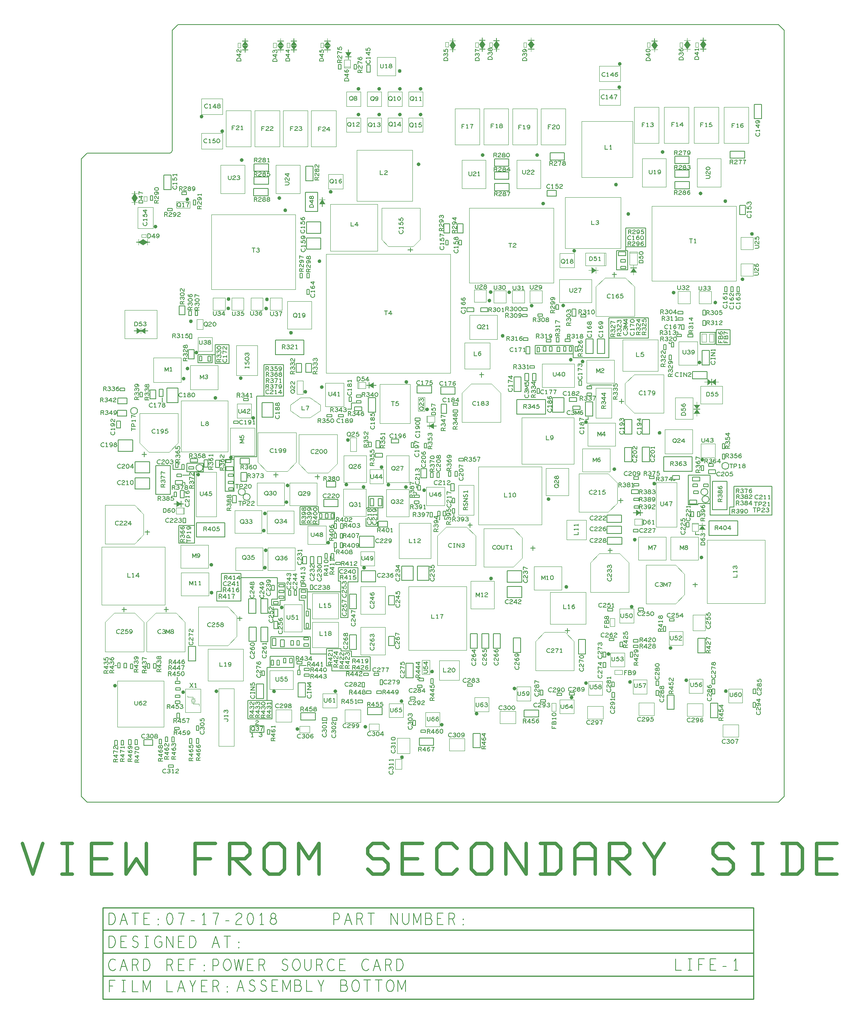
<source format=gbr>
G04 CAM350 V10.0.1 (Build 314) Date:  Tue Jul 17 14:43:09 2018 *
G04 Database: D:\LGR\2018\JULY\REL50470_POWER SOURCE BOARD\REL50470_FINAL.cam *
G04 Layer 20: ASSE *
%FSLAX25Y25*%
%MOIN*%
%SFA1.000B1.000*%

%MIA0B0*%
%IPPOS*%
%ADD10C,0.00600*%
%ADD12C,0.01000*%
%ADD13C,0.01575*%
%ADD17C,0.01575*%
%ADD114C,0.03000*%
%ADD249C,0.00591*%
%ADD250C,0.01570*%
%ADD257C,0.03150*%
%ADD262C,0.00197*%
%ADD263C,0.00200*%
%ADD264C,0.00005*%
%ADD267C,0.03150*%
%LNASSE*%
%LPD*%
G36*
X206622Y522809D02*
G01Y523309D01*
X209122*
Y525309*
X209622*
Y523309*
X212121*
Y522809*
X209622*
X212121Y519266*
X209622*
X209621Y516766*
X209122*
X209121Y519266*
X206622*
X209121Y522809*
X206622*
G37*
G36*
X536727Y240039D02*
G01Y240539D01*
X539227*
Y242539*
X539727*
Y240539*
X542227*
Y240039*
X539727Y240038*
X542227Y236495*
X539727*
Y233995*
X539227*
Y236495*
X536727*
X539227Y240039*
X536727*
G37*
G36*
X477154Y463578D02*
G01Y464078D01*
X479654*
Y466078*
X480154*
Y464078*
X482654*
Y463578*
X480154Y463577*
X482654Y460034*
X480154*
Y457534*
X479654*
Y460034*
X477154*
X479654Y463578*
X477154*
G37*
G36*
X300213Y326376D02*
G01Y326876D01*
X302213*
Y329376*
X302713*
Y326876*
X306256Y329376*
Y326876*
X308756*
Y326376*
X306256*
Y323876*
X302713Y326376*
Y323876*
X302213*
Y326376*
X300213*
G37*
G36*
X479447Y250924D02*
G01Y251424D01*
X481947*
Y253924*
X485490Y251424*
Y253924*
X485990*
Y251424*
X487990*
Y250924*
X485990*
Y248424*
X485490*
Y250924*
X481947Y248424*
Y250924*
X479447*
G37*
G36*
X229229Y647016D02*
G01Y647516D01*
X231729*
X229229Y651059*
X231729*
Y653559*
X232229*
Y651059*
X234729*
X232229Y647516*
X234729*
Y647016*
X232229*
Y645016*
X231729*
Y647016*
X229229*
G37*
G36*
X80347Y258624D02*
G01Y259124D01*
X82847*
Y261624*
X86390Y259124*
Y261624*
X86890*
Y259124*
X88890*
Y258624*
X86890*
Y256124*
X86390*
Y258624*
X82847Y256124*
Y258624*
X80347*
G37*
G36*
X440853Y461534D02*
G01Y462034D01*
X443353*
Y464533*
X446896Y462034*
Y464534*
X447396Y464533*
Y462034*
X449396Y462033*
Y461534*
X447396Y461533*
Y459033*
X446896Y459034*
Y461533*
X443353Y459034*
Y461534*
X440853*
G37*
G36*
X247855Y361663D02*
G01Y362163D01*
X249855*
Y364663*
X250355*
Y362163*
X253898Y364663*
Y362163*
X256398*
Y361663*
X253898*
Y359163*
X250355Y361663*
Y359163*
X249855*
Y361663*
X247855*
G37*
G36*
X47635Y485890D02*
G01Y486390D01*
X49635*
Y488890*
X50135*
Y486390*
X53678Y488890*
Y486441*
X53697*
Y488941*
X57240Y486441*
Y488941*
X57740*
Y486441*
X59740*
Y485941*
X57740*
Y483441*
X57240*
Y485941*
X53697Y483441*
Y485890*
X53678*
Y483390*
X50135Y485890*
X50134Y483390*
X49635*
X49634Y485890*
X47635*
G37*
G36*
X537541Y661317D02*
G01Y661817D01*
X540041*
Y663817*
X540541*
Y661817*
X543041*
Y661317*
X540541*
X543041Y657774*
X540592*
Y657754*
X543092*
X540592Y654211*
X543092*
Y653711*
X540592*
Y651711*
X540092*
Y653711*
X537592*
Y654211*
X540092*
X537592Y657754*
X540041*
Y657774*
X537541*
X540041Y661317*
X537541*
G37*
G36*
X523741Y661117D02*
G01Y661617D01*
X526241*
Y663617*
X526741*
Y661617*
X529241*
Y661117*
X526741*
X529241Y657574*
X526792*
Y657554*
X529292*
X526792Y654011*
X529292*
Y653511*
X526792*
Y651511*
X526292*
Y653511*
X523792*
Y654011*
X526292*
X523792Y657554*
X526241*
Y657574*
X523741*
X526241Y661117*
X523741*
G37*
G36*
X495341Y660717D02*
G01Y661217D01*
X497841*
Y663217*
X498341*
Y661217*
X500841*
Y660717*
X498341*
X500841Y657174*
X498392*
Y657154*
X500892*
X498392Y653611*
X500892*
Y653111*
X498392*
Y651111*
X497892*
Y653111*
X495392*
Y653611*
X497892*
X495392Y657154*
X497841*
Y657174*
X495341*
X497841Y660717*
X495341*
G37*
G36*
X388041Y661317D02*
G01Y661817D01*
X390541*
Y663817*
X391041*
Y661817*
X393541*
Y661317*
X391041*
X393541Y657774*
X391092*
Y657754*
X393592*
X391092Y654211*
X393592*
Y653711*
X391092*
Y651711*
X390592*
Y653711*
X388092*
Y654211*
X390592*
X388092Y657754*
X390541*
Y657774*
X388041*
X390541Y661317*
X388041*
G37*
G36*
X357941Y661017D02*
G01Y661517D01*
X360441*
Y663517*
X360941*
Y661517*
X363441*
Y661017*
X360941*
X363441Y657474*
X360992*
Y657454*
X363492*
X360992Y653911*
X363492*
Y653411*
X360992*
Y651411*
X360492*
Y653411*
X357992*
Y653911*
X360492*
X357992Y657454*
X360441*
Y657474*
X357941*
X360441Y661017*
X357941*
G37*
G36*
X345541Y661317D02*
G01Y661817D01*
X348041*
Y663817*
X348541*
Y661817*
X351041*
Y661317*
X348541*
X351041Y657774*
X348592*
Y657754*
X351092*
X348592Y654211*
X351092*
Y653711*
X348592*
Y651711*
X348092*
Y653711*
X345592*
Y654211*
X348092*
X345592Y657754*
X348041*
Y657774*
X345541*
X348041Y661317*
X345541*
G37*
G36*
X319941Y660817D02*
G01Y661317D01*
X322441*
Y663317*
X322941*
Y661317*
X325441*
Y660817*
X322941*
X325441Y657274*
X322992*
Y657254*
X325492*
X322992Y653711*
X325492*
Y653211*
X322992*
Y651211*
X322492*
Y653211*
X319992*
Y653711*
X322492*
X319992Y657254*
X322441*
Y657274*
X319941*
X322441Y660817*
X319941*
G37*
G36*
X211041Y660617D02*
G01Y661117D01*
X213541*
Y663117*
X214041*
Y661117*
X216541*
Y660617*
X214041*
X216541Y657074*
X214092*
Y657054*
X216592*
X214092Y653511*
X216592*
Y653011*
X214092*
Y651011*
X213592*
Y653011*
X211092*
Y653511*
X213592*
X211092Y657054*
X213541*
Y657074*
X211041*
X213541Y660617*
X211041*
G37*
G36*
X181941D02*
G01Y661117D01*
X184441*
Y663117*
X184941*
Y661117*
X187441*
Y660617*
X184941*
X187441Y657074*
X184992*
Y657054*
X187492*
X184992Y653511*
X187492*
Y653011*
X184992*
Y651011*
X184492*
Y653011*
X181992*
Y653511*
X184492*
X181992Y657054*
X184441*
Y657074*
X181941*
X184441Y660617*
X181941*
G37*
G36*
X170441D02*
G01Y661117D01*
X172941*
Y663117*
X173441*
Y661117*
X175941*
Y660617*
X173441*
X175941Y657074*
X173492*
Y657054*
X175992*
X173492Y653511*
X175992*
Y653011*
X173492*
Y651011*
X172992*
Y653011*
X170492*
Y653511*
X172992*
X170492Y657054*
X172941*
Y657074*
X170441*
X172941Y660617*
X170441*
G37*
G36*
X139641D02*
G01Y661117D01*
X142141*
Y663117*
X142641*
Y661117*
X145141*
Y660617*
X142641*
X145141Y657074*
X142692*
Y657054*
X145192*
X142692Y653511*
X145192*
Y653011*
X142692*
Y651011*
X142192*
Y653011*
X139692*
Y653511*
X142192*
X139692Y657054*
X142141*
Y657074*
X139641*
X142141Y660617*
X139641*
G37*
G36*
X43541Y528117D02*
G01Y528617D01*
X46041*
Y530617*
X46541*
Y528617*
X49041*
Y528117*
X46541*
X49041Y524574*
X46592*
Y524554*
X49092*
X46592Y521011*
X49092*
Y520511*
X46592*
Y518511*
X46092*
Y520511*
X43592*
Y521011*
X46092*
X43592Y524554*
X46041*
Y524574*
X43541*
X46041Y528117*
X43541*
G37*
G36*
X541388Y364474D02*
G01Y364974D01*
X543888*
X543889Y367474*
X547422Y364981*
X547432*
Y367474*
X547435*
Y367481*
X547935*
Y364981*
X551479Y367481*
Y364981*
X553979*
Y364481*
X551479*
X551478Y361981*
X547945Y364474*
X547935*
Y361981*
X547932*
Y361974*
X547432*
Y364474*
X543888Y361974*
Y364474*
X541388*
G37*
G36*
X532126Y340920D02*
G01Y341420D01*
X534626*
X532126Y344963*
X534626*
Y347463*
X535126*
Y344963*
X537626*
X535133Y341429*
Y341420*
X537626*
Y341416*
X537633*
X537632Y340916*
X535133*
X537632Y337373*
X535133*
X535132Y334873*
X534633*
X534632Y337373*
X532133*
X534626Y340907*
Y340916*
X532133*
X532132Y340920*
X532126*
G37*
G36*
X45547Y408952D02*
G01Y409452D01*
X48047*
Y411952*
X51568Y409468*
X51578*
Y411968*
X52078*
Y411952*
X52090*
Y409476*
X55621Y411968*
Y409468*
X58121*
Y408968*
X55621*
Y406468*
X52099Y408952*
X52090*
Y406452*
X51590*
Y406468*
X51578*
Y408944*
X48047Y406453*
Y408952*
X45547*
G37*
G54D257*
X418680Y431202D03*
G54D267*
X139282Y557576D03*
X505104Y564576D03*
X396157Y561986D03*
X537944Y528625D03*
X348757Y561886D03*
X172021Y524425D03*
G54D10*
X30851Y118700D02*
G01X29151D01*
X83351Y105800D02*
G01Y108600D01*
X70451Y351200D02*
G01Y347200D01*
X102151Y388500D02*
G01X113551D01*
Y381700*
X101351*
Y388500*
X102151*
X113551D02*
G01X116251D01*
X84451Y293400D02*
G01X85151D01*
Y294700*
X79551Y293100D02*
G01Y289000D01*
X86951*
X88151Y283800D02*
G01X93551D01*
X88551Y277600D02*
G01X89951D01*
Y275700*
X91751Y294100D02*
G01X106151D01*
Y286900*
X91551*
Y294100*
X91751*
X98051Y286900D02*
G01X98451D01*
Y240300*
X84751*
Y224800*
X98451*
Y240200*
X118151Y397300D02*
G01X128251D01*
Y380800*
X116251*
Y397300*
X118151*
X125251Y297700D02*
G01X132851D01*
Y270000*
X124951*
Y297700*
X125251*
X158551Y352600D02*
G01X152251D01*
Y299800*
X132851*
Y297700*
X123351Y198700D02*
G01X138851D01*
Y174600*
X117651*
Y182800*
X121551*
Y198700*
X123351*
X163951Y117000D02*
G01X161251D01*
Y88200*
X148051D02*
G01X165851D01*
Y72200*
X144751*
Y88200*
X148051*
X160351Y379800D02*
G01X175651D01*
Y352600*
X158551*
Y379800*
X161251*
X191651Y256500D02*
G01X206151D01*
Y251600*
X219951*
Y245700*
X206251*
Y240900*
X190051*
Y256500*
X191651*
X220951Y244300D02*
G01X220051D01*
Y242400*
X220651Y233800D02*
G01Y234600D01*
X219751*
X216651Y213700D02*
G01X216251D01*
Y211000*
X220151Y220500D02*
G01Y217500D01*
X220751*
X170451Y190200D02*
G01X177151D01*
Y175300*
X172551*
Y171000*
X165251*
Y176200*
X170351*
Y194800*
X138951*
X164651Y143700D02*
G01X199151D01*
Y133700*
X164651*
Y143700*
X199151Y133700D02*
G01Y128400D01*
X213051*
X190151Y185100D02*
G01X196251D01*
Y167500*
X199151*
Y150100*
X193651*
Y175200*
X189251*
Y185100*
X190151*
X195451Y118600D02*
G01X189451D01*
Y115200*
X165551Y126500D02*
G01X184651D01*
Y117000*
X163951*
Y126500*
X165551*
X231251Y341300D02*
G01X234651D01*
Y346600*
X238351*
X257651Y255700D02*
G01X262151D01*
Y265600*
X249551*
Y255800*
X248151Y254800D02*
G01Y255700D01*
X257651*
Y245200*
X247351Y246700D02*
G01Y239600D01*
X257351*
Y243400*
X196451Y182500D02*
G01X225351D01*
Y182400*
X224651Y203400D02*
G01X240351D01*
Y191300*
X231551*
Y160300*
X225451*
Y192000*
X223451*
Y203400*
X224651*
X234751Y126200D02*
G01X250951D01*
Y114000*
X217751*
Y118300*
X213151*
Y133200*
X225851*
Y131200*
X234751*
Y126200*
X292051Y273000D02*
G01X291351D01*
Y275000*
X291251Y267200D02*
G01Y268600D01*
X289751*
X315651Y247900D02*
G01Y245400D01*
X316651*
X311451Y247900D02*
G01Y245100D01*
X310651*
X292851Y106600D02*
G01X292151D01*
Y107300*
X323651Y250300D02*
G01Y248300D01*
X394951Y396700D02*
G01X427351D01*
Y389200*
X394351*
Y396700*
X394951*
X427351Y389200D02*
G01Y386000D01*
X458251*
Y402800*
X441751Y361600D02*
G01Y362300D01*
X461051*
X438051Y332200D02*
G01X440451D01*
Y334400*
X466451Y478900D02*
G01X474551D01*
Y462300*
X464951*
Y478900*
X466451*
X475051Y498600D02*
G01X490351D01*
Y482300*
X473051*
Y498600*
X475051*
X473051Y482300D02*
G01Y479000D01*
X511951Y398200D02*
G01X510651D01*
Y399500*
X459151Y420400D02*
G01X492751D01*
Y402800*
X458251*
Y420400*
X459151*
X538251Y408000D02*
G01X550651D01*
Y397700*
X537651*
Y408000*
X538251*
X550651D02*
G01X551751D01*
X518351Y406800D02*
G01Y408100D01*
X517051*
X515551Y280000D02*
G01Y279200D01*
X514151*
X533651Y234400D02*
G01Y232200D01*
X537151*
X529251Y283900D02*
G01X546251D01*
Y259100*
X535751*
Y258200*
X527451*
Y283900*
X529251*
X553251Y410200D02*
G01X563551D01*
Y397200*
X551851*
Y410200*
X553251*
X567751Y274300D02*
G01X600151D01*
Y249100*
X563451*
Y256200*
X566951*
Y274300*
X567751*
X546251Y259100D02*
G01Y249100D01*
X563451*
G54D12*
X18600Y-131100D02*
G01X583950D01*
X18600Y-91900D02*
G01X584100D01*
X18600Y-111100D02*
G01X584050D01*
X18600Y-151100D02*
G01X584100D01*
Y-150950*
X18600Y-91769D02*
G01Y-171100D01*
X584100Y-91864D02*
G01Y-171100D01*
X18600*
G54D10*
X29600Y-137233D02*
G01X28850Y-136733D01*
X27975Y-136400*
X26975*
X25850Y-136900*
X24975Y-137733*
X24350Y-138733*
X23850Y-140400*
X23725Y-141900*
X23975Y-143400*
X24350Y-144400*
X25100Y-145400*
X25975Y-146067*
X26850Y-146400*
X27725*
X28600Y-146067*
X29350Y-145567*
X29975Y-144900*
X33725Y-146400D02*
G01X36850Y-136400D01*
X39975Y-146400*
X38850Y-142900D02*
G01X34850D01*
X44350Y-146400D02*
G01Y-136400D01*
X47475*
X48475Y-136900*
X49100Y-137567*
X49350Y-138900*
X49100Y-140233*
X48350Y-141067*
X47475Y-141567*
X44350*
X47475D02*
G01X49350Y-146400D01*
X54100D02*
G01Y-136400D01*
X56600*
X57600Y-136900*
X58350Y-137567*
X58975Y-138566*
X59475Y-139733*
X59600Y-141400*
X59475Y-143067*
X58975Y-144233*
X58350Y-145234*
X57600Y-145900*
X56600Y-146400*
X54100*
X74350D02*
G01Y-136400D01*
X77475*
X78475Y-136900*
X79100Y-137567*
X79350Y-138900*
X79100Y-140233*
X78350Y-141067*
X77475Y-141567*
X74350*
X77475D02*
G01X79350Y-146400D01*
X89350D02*
G01X84350D01*
Y-136400*
X89350*
X87350Y-141233D02*
G01X84350D01*
X94475Y-146400D02*
G01Y-136400D01*
X99225*
X97475Y-141233D02*
G01X94475D01*
X106850Y-146733D02*
G01X106600Y-146567D01*
Y-146233*
X106850Y-146067*
X107100Y-146233*
Y-146567*
X106850Y-146733*
Y-142234D02*
G01X106600Y-142067D01*
Y-141733*
X106850Y-141567*
X107100Y-141733*
Y-142067*
X106850Y-142234*
X114350Y-146400D02*
G01Y-136400D01*
X117350*
X118350Y-136900*
X119100Y-138067*
X119350Y-139400*
X119100Y-140733*
X118475Y-141733*
X117350Y-142234*
X114350*
X126850Y-146400D02*
G01X125850Y-146233D01*
X124975Y-145567*
X124225Y-144567*
X123725Y-143400*
X123475Y-142067*
Y-140733*
X123725Y-139400*
X124225Y-138233*
X124975Y-137233*
X125850Y-136567*
X126850Y-136400*
X127850Y-136567*
X128725Y-137233*
X129475Y-138233*
X129975Y-139400*
X130225Y-140733*
Y-142067*
X129975Y-143400*
X129475Y-144567*
X128725Y-145567*
X127850Y-146233*
X126850Y-146400*
X133100Y-136400D02*
G01X134850Y-146400D01*
X136850Y-136400*
X138850Y-146400*
X140600Y-136400*
X149350Y-146400D02*
G01X144350D01*
Y-136400*
X149350*
X147350Y-141233D02*
G01X144350D01*
X154350Y-146400D02*
G01Y-136400D01*
X157475*
X158475Y-136900*
X159100Y-137567*
X159350Y-138900*
X159100Y-140233*
X158350Y-141067*
X157475Y-141567*
X154350*
X157475D02*
G01X159350Y-146400D01*
X174225Y-145067D02*
G01X175225Y-145900D01*
X176350Y-146400*
X177350*
X178350Y-145900*
X179100Y-145067*
X179475Y-143900*
X179225Y-142733*
X178600Y-141733*
X177475Y-141067*
X175975Y-140733*
X175100Y-140067*
X174725Y-138900*
X174975Y-137733*
X175600Y-136900*
X176475Y-136400*
X177350*
X178225Y-136733*
X178975Y-137567*
X186850Y-146400D02*
G01X185850Y-146233D01*
X184975Y-145567*
X184225Y-144567*
X183725Y-143400*
X183475Y-142067*
Y-140733*
X183725Y-139400*
X184225Y-138233*
X184975Y-137233*
X185850Y-136567*
X186850Y-136400*
X187850Y-136567*
X188725Y-137233*
X189475Y-138233*
X189975Y-139400*
X190225Y-140733*
Y-142067*
X189975Y-143400*
X189475Y-144567*
X188725Y-145567*
X187850Y-146233*
X186850Y-146400*
X194100Y-136400D02*
G01Y-143567D01*
X194600Y-145067*
X195600Y-146067*
X196850Y-146400*
X198100Y-146067*
X199100Y-145067*
X199600Y-143567*
Y-136400*
X204350Y-146400D02*
G01Y-136400D01*
X207475*
X208475Y-136900*
X209100Y-137567*
X209350Y-138900*
X209100Y-140233*
X208350Y-141067*
X207475Y-141567*
X204350*
X207475D02*
G01X209350Y-146400D01*
X219600Y-137233D02*
G01X218850Y-136733D01*
X217975Y-136400*
X216975*
X215850Y-136900*
X214975Y-137733*
X214350Y-138733*
X213850Y-140400*
X213725Y-141900*
X213975Y-143400*
X214350Y-144400*
X215100Y-145400*
X215975Y-146067*
X216850Y-146400*
X217725*
X218600Y-146067*
X219350Y-145567*
X219975Y-144900*
X229350Y-146400D02*
G01X224350D01*
Y-136400*
X229350*
X227350Y-141233D02*
G01X224350D01*
X249600Y-137233D02*
G01X248850Y-136733D01*
X247975Y-136400*
X246975*
X245850Y-136900*
X244975Y-137733*
X244350Y-138733*
X243850Y-140400*
X243725Y-141900*
X243975Y-143400*
X244350Y-144400*
X245100Y-145400*
X245975Y-146067*
X246850Y-146400*
X247725*
X248600Y-146067*
X249350Y-145567*
X249975Y-144900*
X253725Y-146400D02*
G01X256850Y-136400D01*
X259975Y-146400*
X258850Y-142900D02*
G01X254850D01*
X264350Y-146400D02*
G01Y-136400D01*
X267475*
X268475Y-136900*
X269100Y-137567*
X269350Y-138900*
X269100Y-140233*
X268350Y-141067*
X267475Y-141567*
X264350*
X267475D02*
G01X269350Y-146400D01*
X274100D02*
G01Y-136400D01*
X276600*
X277600Y-136900*
X278350Y-137567*
X278975Y-138566*
X279475Y-139733*
X279600Y-141400*
X279475Y-143067*
X278975Y-144233*
X278350Y-145234*
X277600Y-145900*
X276600Y-146400*
X274100*
X24475Y-164900D02*
G01Y-154900D01*
X29225*
X27475Y-159733D02*
G01X24475D01*
X35350Y-154900D02*
G01X38350D01*
X36850D02*
G01Y-164900D01*
X35350D02*
G01X38350D01*
X44350Y-154900D02*
G01Y-164900D01*
X49350*
X53600D02*
G01Y-154900D01*
X56850Y-163233*
X60100Y-154900*
Y-164900*
X74350Y-154900D02*
G01Y-164900D01*
X79350*
X83725D02*
G01X86850Y-154900D01*
X89975Y-164900*
X88850Y-161400D02*
G01X84850D01*
X96850Y-164900D02*
G01Y-160400D01*
X94350Y-154900*
X99350D02*
G01X96850Y-160400D01*
X109350Y-164900D02*
G01X104350D01*
Y-154900*
X109350*
X107350Y-159733D02*
G01X104350D01*
X114350Y-164900D02*
G01Y-154900D01*
X117475*
X118475Y-155400*
X119100Y-156067*
X119350Y-157400*
X119100Y-158733*
X118350Y-159567*
X117475Y-160067*
X114350*
X117475D02*
G01X119350Y-164900D01*
X126850Y-165233D02*
G01X126600Y-165067D01*
Y-164733*
X126850Y-164567*
X127100Y-164733*
Y-165067*
X126850Y-165233*
Y-160734D02*
G01X126600Y-160567D01*
Y-160233*
X126850Y-160067*
X127100Y-160233*
Y-160567*
X126850Y-160734*
X24100Y-126400D02*
G01Y-116400D01*
X26600*
X27600Y-116900*
X28350Y-117567*
X28975Y-118566*
X29475Y-119733*
X29600Y-121400*
X29475Y-123067*
X28975Y-124233*
X28350Y-125234*
X27600Y-125900*
X26600Y-126400*
X24100*
X39350D02*
G01X34350D01*
Y-116400*
X39350*
X37350Y-121233D02*
G01X34350D01*
X44225Y-125067D02*
G01X45225Y-125900D01*
X46350Y-126400*
X47350*
X48350Y-125900*
X49100Y-125067*
X49475Y-123900*
X49225Y-122733*
X48600Y-121733*
X47475Y-121067*
X45975Y-120733*
X45100Y-120067*
X44725Y-118900*
X44975Y-117733*
X45600Y-116900*
X46475Y-116400*
X47350*
X48225Y-116733*
X48975Y-117567*
X55350Y-116400D02*
G01X58350D01*
X56850D02*
G01Y-126400D01*
X55350D02*
G01X58350D01*
X67600Y-121400D02*
G01X70100D01*
Y-124400*
X69350Y-125400*
X68475Y-126067*
X67225Y-126400*
X65975Y-126067*
X65100Y-125400*
X64350Y-124400*
X63850Y-123233*
X63600Y-121900*
Y-120733*
X63850Y-119733*
X64350Y-118566*
X65100Y-117567*
X65850Y-116900*
X66850Y-116400*
X67725*
X68725Y-116733*
X69475Y-117400*
X73975Y-126400D02*
G01Y-116400D01*
X79725Y-126400*
Y-116400*
X89350Y-126400D02*
G01X84350D01*
Y-116400*
X89350*
X87350Y-121233D02*
G01X84350D01*
X94100Y-126400D02*
G01Y-116400D01*
X96600*
X97600Y-116900*
X98350Y-117567*
X98975Y-118566*
X99475Y-119733*
X99600Y-121400*
X99475Y-123067*
X98975Y-124233*
X98350Y-125234*
X97600Y-125900*
X96600Y-126400*
X94100*
X113725D02*
G01X116850Y-116400D01*
X119975Y-126400*
X118850Y-122900D02*
G01X114850D01*
X126850Y-116400D02*
G01Y-126400D01*
X123975Y-116400D02*
G01X129725D01*
X136850Y-126733D02*
G01X136600Y-126567D01*
Y-126233*
X136850Y-126067*
X137100Y-126233*
Y-126567*
X136850Y-126733*
Y-122234D02*
G01X136600Y-122067D01*
Y-121733*
X136850Y-121567*
X137100Y-121733*
Y-122067*
X136850Y-122234*
X24100Y-106400D02*
G01Y-96400D01*
X26600*
X27600Y-96900*
X28350Y-97567*
X28975Y-98566*
X29475Y-99733*
X29600Y-101400*
X29475Y-103067*
X28975Y-104233*
X28350Y-105234*
X27600Y-105900*
X26600Y-106400*
X24100*
X33725D02*
G01X36850Y-96400D01*
X39975Y-106400*
X38850Y-102900D02*
G01X34850D01*
X46850Y-96400D02*
G01Y-106400D01*
X43975Y-96400D02*
G01X49725D01*
X59350Y-106400D02*
G01X54350D01*
Y-96400*
X59350*
X57350Y-101233D02*
G01X54350D01*
X66850Y-106733D02*
G01X66600Y-106567D01*
Y-106233*
X66850Y-106067*
X67100Y-106233*
Y-106567*
X66850Y-106733*
Y-102234D02*
G01X66600Y-102067D01*
Y-101733*
X66850Y-101567*
X67100Y-101733*
Y-102067*
X66850Y-102234*
X76850Y-96400D02*
G01X75850Y-96733D01*
X75100Y-97567*
X74600Y-98566*
X74225Y-99900*
X74100Y-101400*
X74225Y-102900*
X74600Y-104233*
X75100Y-105234*
X75850Y-106067*
X76850Y-106400*
X77850Y-106067*
X78600Y-105234*
X79100Y-104233*
X79475Y-102900*
X79600Y-101400*
X79475Y-99900*
X79100Y-98566*
X78600Y-97567*
X77850Y-96733*
X76850Y-96400*
X86600Y-106400D02*
G01X86850Y-104233D01*
X87225Y-102400*
X87725Y-100733*
X88350Y-98900*
X89350Y-96400*
X84350*
X95225Y-103067D02*
G01X98475D01*
X106850Y-106400D02*
G01Y-96400D01*
X105350Y-98400*
Y-106400D02*
G01X108350D01*
X116600D02*
G01X116850Y-104233D01*
X117225Y-102400*
X117725Y-100733*
X118350Y-98900*
X119350Y-96400*
X114350*
X125225Y-103067D02*
G01X128475D01*
X134475Y-98067D02*
G01X135225Y-97067D01*
X136100Y-96567*
X137100Y-96400*
X138350Y-96733*
X139225Y-97567*
X139475Y-98566*
X139350Y-99567*
X138850Y-100400*
X136350Y-102067*
X135225Y-103233*
X134475Y-104900*
X134225Y-106400*
X139475*
X146850Y-96400D02*
G01X145850Y-96733D01*
X145100Y-97567*
X144600Y-98566*
X144225Y-99900*
X144100Y-101400*
X144225Y-102900*
X144600Y-104233*
X145100Y-105234*
X145850Y-106067*
X146850Y-106400*
X147850Y-106067*
X148600Y-105234*
X149100Y-104233*
X149475Y-102900*
X149600Y-101400*
X149475Y-99900*
X149100Y-98566*
X148600Y-97567*
X147850Y-96733*
X146850Y-96400*
X156850Y-106400D02*
G01Y-96400D01*
X155350Y-98400*
Y-106400D02*
G01X158350D01*
X166850D02*
G01X167725Y-106233D01*
X168725Y-105733*
X169350Y-104900*
X169600Y-103733*
X169350Y-102567*
X168600Y-101567*
X167475Y-101067*
X166225*
X165475Y-100733*
X164850Y-99900*
X164600Y-98733*
X164975Y-97567*
X165850Y-96733*
X166850Y-96400*
X167850Y-96733*
X168725Y-97567*
X169100Y-98733*
X168850Y-99900*
X168225Y-100733*
X167475Y-101067*
X166225*
X165100Y-101567*
X164350Y-102567*
X164100Y-103733*
X164350Y-104900*
X164975Y-105733*
X165975Y-106233*
X166850Y-106400*
X135225Y-164500D02*
G01X138350Y-154500D01*
X141475Y-164500*
X140350Y-161000D02*
G01X136350D01*
X145725Y-163167D02*
G01X146725Y-164000D01*
X147850Y-164500*
X148850*
X149850Y-164000*
X150600Y-163167*
X150975Y-162000*
X150725Y-160833*
X150100Y-159833*
X148975Y-159167*
X147475Y-158833*
X146600Y-158167*
X146225Y-157000*
X146475Y-155833*
X147100Y-155000*
X147975Y-154500*
X148850*
X149725Y-154833*
X150475Y-155667*
X155725Y-163167D02*
G01X156725Y-164000D01*
X157850Y-164500*
X158850*
X159850Y-164000*
X160600Y-163167*
X160975Y-162000*
X160725Y-160833*
X160100Y-159833*
X158975Y-159167*
X157475Y-158833*
X156600Y-158167*
X156225Y-157000*
X156475Y-155833*
X157100Y-155000*
X157975Y-154500*
X158850*
X159725Y-154833*
X160475Y-155667*
X170850Y-164500D02*
G01X165850D01*
Y-154500*
X170850*
X168850Y-159333D02*
G01X165850D01*
X175100Y-164500D02*
G01Y-154500D01*
X178350Y-162833*
X181600Y-154500*
Y-164500*
X189350Y-159167D02*
G01X189850Y-158667D01*
X190225Y-157833*
X190475Y-156666*
X190225Y-155667*
X189725Y-155000*
X188850Y-154500*
X185475*
Y-164500*
X189600*
X190475Y-163833*
X190975Y-162833*
X191225Y-161667*
X190975Y-160500*
X190225Y-159500*
X189350Y-159167*
X185475*
X195850Y-154500D02*
G01Y-164500D01*
X200850*
X208350D02*
G01Y-160000D01*
X205850Y-154500*
X210850D02*
G01X208350Y-160000D01*
X229350Y-159167D02*
G01X229850Y-158667D01*
X230225Y-157833*
X230475Y-156666*
X230225Y-155667*
X229725Y-155000*
X228850Y-154500*
X225475*
Y-164500*
X229600*
X230475Y-163833*
X230975Y-162833*
X231225Y-161667*
X230975Y-160500*
X230225Y-159500*
X229350Y-159167*
X225475*
X238350Y-164500D02*
G01X237350Y-164333D01*
X236475Y-163667*
X235725Y-162667*
X235225Y-161500*
X234975Y-160167*
Y-158833*
X235225Y-157500*
X235725Y-156333*
X236475Y-155333*
X237350Y-154667*
X238350Y-154500*
X239350Y-154667*
X240225Y-155333*
X240975Y-156333*
X241475Y-157500*
X241725Y-158833*
Y-160167*
X241475Y-161500*
X240975Y-162667*
X240225Y-163667*
X239350Y-164333*
X238350Y-164500*
X248350Y-154500D02*
G01Y-164500D01*
X245475Y-154500D02*
G01X251225D01*
X258350D02*
G01Y-164500D01*
X255475Y-154500D02*
G01X261225D01*
X268350Y-164500D02*
G01X267350Y-164333D01*
X266475Y-163667*
X265725Y-162667*
X265225Y-161500*
X264975Y-160167*
Y-158833*
X265225Y-157500*
X265725Y-156333*
X266475Y-155333*
X267350Y-154667*
X268350Y-154500*
X269350Y-154667*
X270225Y-155333*
X270975Y-156333*
X271475Y-157500*
X271725Y-158833*
Y-160167*
X271475Y-161500*
X270975Y-162667*
X270225Y-163667*
X269350Y-164333*
X268350Y-164500*
X275100D02*
G01Y-154500D01*
X278350Y-162833*
X281600Y-154500*
Y-164500*
X219350Y-106400D02*
G01Y-96400D01*
X222350*
X223350Y-96900*
X224100Y-98067*
X224350Y-99400*
X224100Y-100733*
X223475Y-101733*
X222350Y-102234*
X219350*
X228725Y-106400D02*
G01X231850Y-96400D01*
X234975Y-106400*
X233850Y-102900D02*
G01X229850D01*
X239350Y-106400D02*
G01Y-96400D01*
X242475*
X243475Y-96900*
X244100Y-97567*
X244350Y-98900*
X244100Y-100233*
X243350Y-101067*
X242475Y-101567*
X239350*
X242475D02*
G01X244350Y-106400D01*
X251850Y-96400D02*
G01Y-106400D01*
X248975Y-96400D02*
G01X254725D01*
X268975Y-106400D02*
G01Y-96400D01*
X274725Y-106400*
Y-96400*
X279100D02*
G01Y-103567D01*
X279600Y-105067*
X280600Y-106067*
X281850Y-106400*
X283100Y-106067*
X284100Y-105067*
X284600Y-103567*
Y-96400*
X288600Y-106400D02*
G01Y-96400D01*
X291850Y-104733*
X295100Y-96400*
Y-106400*
X302850Y-101067D02*
G01X303350Y-100567D01*
X303725Y-99733*
X303975Y-98566*
X303725Y-97567*
X303225Y-96900*
X302350Y-96400*
X298975*
Y-106400*
X303100*
X303975Y-105733*
X304475Y-104733*
X304725Y-103567*
X304475Y-102400*
X303725Y-101400*
X302850Y-101067*
X298975*
X314350Y-106400D02*
G01X309350D01*
Y-96400*
X314350*
X312350Y-101233D02*
G01X309350D01*
X319350Y-106400D02*
G01Y-96400D01*
X322475*
X323475Y-96900*
X324100Y-97567*
X324350Y-98900*
X324100Y-100233*
X323350Y-101067*
X322475Y-101567*
X319350*
X322475D02*
G01X324350Y-106400D01*
X331850Y-106733D02*
G01X331600Y-106567D01*
Y-106233*
X331850Y-106067*
X332100Y-106233*
Y-106567*
X331850Y-106733*
Y-102234D02*
G01X331600Y-102067D01*
Y-101733*
X331850Y-101567*
X332100Y-101733*
Y-102067*
X331850Y-102234*
X516350Y-136150D02*
G01Y-146150D01*
X521350*
X527350Y-136150D02*
G01X530350D01*
X528850D02*
G01Y-146150D01*
X527350D02*
G01X530350D01*
X536475D02*
G01Y-136150D01*
X541225*
X539475Y-140983D02*
G01X536475D01*
X551350Y-146150D02*
G01X546350D01*
Y-136150*
X551350*
X549350Y-140983D02*
G01X546350D01*
X557225Y-142817D02*
G01X560475D01*
X568850Y-146150D02*
G01Y-136150D01*
X567350Y-138150*
Y-146150D02*
G01X570350D01*
X610551Y5000D02*
G01Y670110D01*
X605551Y675110*
X83895*
X78895Y670110*
Y565610*
X76895Y563610D02*
G75*
G03X78895Y565610J2000D01*
X76895Y563610D02*
G01X5000D01*
X0Y558610*
Y5000*
X5000Y0*
X605551*
X610551Y5000*
G54D13*
X174931Y168956D02*
G03X174931Y168956I-788D01*
G54D262*
X175977Y171511D02*
G01X191725D01*
Y147889*
X175977*
Y171511*
G54D10*
X178868Y162150D02*
G01Y159642D01*
X179101Y159117*
X179568Y158767*
X180151Y158650*
X180735Y158767*
X181201Y159117*
X181435Y159642*
Y162150*
X182568Y159175D02*
G01X182918Y158883D01*
X183326Y158708*
X183851Y158650*
X184376Y158767*
X184785Y159000*
X185076Y159408*
X185135Y159875*
X185018Y160342*
X184726Y160633*
X184318Y160867*
X183910Y160925*
X183501Y160867*
X182976Y160633*
X183151Y162150*
X184726*
X187551Y158650D02*
G01Y162150D01*
X186851Y161450*
Y158650D02*
G01X188251D01*
G54D17*
X177994Y513918D02*
G03X177994Y513918I-788D01*
G54D263*
X186201Y510132D02*
G01Y445132D01*
X113001*
Y510132*
X186201*
G54D10*
X149701Y481100D02*
G01Y477600D01*
X148360Y481100D02*
G01X151043D01*
X152118Y478300D02*
G01X152468Y477892D01*
X152935Y477658*
X153460Y477600*
X153926Y477658*
X154393Y477950*
X154685Y478300*
X154743Y478650*
X154626Y479058*
X154218Y479350*
X153810Y479467*
X153285*
X153810D02*
G01X154160Y479642D01*
X154451Y479933*
X154568Y480283*
X154451Y480633*
X154160Y480925*
X153635Y481100*
X153110Y481042*
X152585Y480808*
G54D17*
X402083Y519798D02*
G03X402083Y519798I-788D01*
G54D263*
X410290Y516011D02*
G01Y451011D01*
X337090*
Y516011*
X410290*
G54D10*
X372701Y485300D02*
G01Y481800D01*
X371360Y485300D02*
G01X374043D01*
X375293Y484717D02*
G01X375643Y485067D01*
X376051Y485242*
X376518Y485300*
X377101Y485183*
X377510Y484892*
X377626Y484542*
X377568Y484192*
X377335Y483900*
X376168Y483317*
X375643Y482908*
X375293Y482325*
X375176Y481800*
X377626*
G54D17*
X560330Y521887D02*
G03X560330Y521887I-788D01*
G54D263*
X568937Y517500D02*
G01Y452500D01*
X495737*
Y517500*
X568937*
G54D10*
X529601Y489200D02*
G01Y485700D01*
X528260Y489200D02*
G01X530943D01*
X533301Y485700D02*
G01Y489200D01*
X532601Y488500*
Y485700D02*
G01X534001D01*
G54D17*
X118132Y96200D02*
G03X118132Y96200I-788D01*
G54D263*
X132801Y98500D02*
G01Y48500D01*
X119301*
Y98500*
X132801*
G54D10*
X126751Y70033D02*
G01X127102Y70325D01*
X127335Y70675*
X127451Y71083*
X127335Y71550*
X127102Y71900*
X126751Y72250*
X126285Y72367*
X123951*
X127451Y74900D02*
G01X123951D01*
X124651Y74200*
X127451D02*
G01Y75600D01*
X126751Y77317D02*
G01X127160Y77667D01*
X127393Y78133*
X127451Y78658*
X127393Y79125*
X127102Y79592*
X126751Y79883*
X126401Y79942*
X125993Y79825*
X125702Y79417*
X125585Y79008*
Y78483*
Y79008D02*
G01X125410Y79358D01*
X125118Y79650*
X124768Y79767*
X124418Y79650*
X124127Y79358*
X123951Y78833*
X124010Y78308*
X124243Y77783*
G54D262*
X460743Y359591D02*
G01X447160D01*
Y333409*
X460743*
Y359591*
G54D10*
X455551Y341883D02*
G01X452051D01*
Y343342*
X452227Y343808*
X452460Y344100*
X452926Y344217*
X453393Y344100*
X453685Y343750*
X453860Y343342*
Y341883*
Y343342D02*
G01X455551Y344217D01*
X454851Y345467D02*
G01X455260Y345817D01*
X455493Y346283*
X455551Y346808*
X455493Y347275*
X455202Y347742*
X454851Y348033*
X454501Y348092*
X454093Y347975*
X453801Y347567*
X453685Y347158*
Y346633*
Y347158D02*
G01X453510Y347508D01*
X453218Y347800*
X452868Y347917*
X452518Y347800*
X452227Y347508*
X452051Y346983*
X452110Y346458*
X452343Y345933*
X455551Y351150D02*
G01X452051D01*
X454560Y348992*
Y351908*
X455551Y354850D02*
G01X452051D01*
X454560Y352692*
Y355608*
G54D262*
X327560Y249109D02*
G01X341143D01*
Y275291*
X327560*
Y249109*
G54D10*
X335550Y253725D02*
G01X332050D01*
Y255183*
X332225Y255650*
X332459Y255942*
X332925Y256058*
X333392Y255942*
X333684Y255592*
X333859Y255183*
Y253725*
Y255183D02*
G01X335550Y256058D01*
X335084Y257367D02*
G01X335375Y257833D01*
X335550Y258358*
Y258825*
X335375Y259292*
X335084Y259642*
X334675Y259817*
X334267Y259700*
X333917Y259408*
X333684Y258883*
X333567Y258183*
X333334Y257775*
X332925Y257600*
X332517Y257717*
X332225Y258008*
X332050Y258417*
Y258825*
X332167Y259233*
X332459Y259583*
X335550Y260950D02*
G01X332050D01*
X335550Y263633*
X332050*
X335084Y264767D02*
G01X335375Y265233D01*
X335550Y265758*
Y266225*
X335375Y266692*
X335084Y267042*
X334675Y267217*
X334267Y267100*
X333917Y266808*
X333684Y266283*
X333567Y265583*
X333334Y265175*
X332925Y265000*
X332517Y265117*
X332225Y265408*
X332050Y265817*
Y266225*
X332167Y266633*
X332459Y266983*
X335550Y269692D02*
G01X332050D01*
X332750Y268992*
X335550D02*
G01Y270392D01*
G54D262*
X515896Y351350D02*
G01Y332650D01*
X531407*
Y351350*
X515896*
G54D10*
X524951Y336017D02*
G01X521451D01*
Y337183*
X521627Y337650*
X521860Y338000*
X522210Y338292*
X522618Y338525*
X523201Y338583*
X523785Y338525*
X524193Y338292*
X524543Y338000*
X524776Y337650*
X524951Y337183*
Y336017*
X524427Y339717D02*
G01X524718Y340067D01*
X524893Y340475*
X524951Y341000*
X524835Y341525*
X524602Y341933*
X524193Y342225*
X523726Y342283*
X523260Y342167*
X522968Y341875*
X522735Y341467*
X522677Y341058*
X522735Y340650*
X522968Y340125*
X521451Y340300*
Y341875*
X523493Y343592D02*
G01X523085Y344000D01*
X522851Y344350*
X522735Y344817*
X522851Y345225*
X523085Y345517*
X523435Y345750*
X523843Y345808*
X524193Y345750*
X524543Y345517*
X524835Y345167*
X524951Y344758*
X524835Y344292*
X524485Y343883*
X523960Y343650*
X523376Y343592*
X522618Y343708*
X522210Y343883*
X521801Y344175*
X521510Y344583*
X521451Y344992*
X521568Y345400*
X521860Y345692*
G54D262*
X538201Y345744D02*
G01X556902D01*
Y361256*
X538201*
Y345744*
G54D10*
X543268Y352500D02*
G01Y356000D01*
X544435*
X544901Y355825*
X545251Y355592*
X545543Y355242*
X545776Y354833*
X545835Y354250*
X545776Y353667*
X545543Y353258*
X545251Y352908*
X544901Y352675*
X544435Y352500*
X543268*
X546968Y353025D02*
G01X547318Y352733D01*
X547726Y352558*
X548251Y352500*
X548776Y352617*
X549185Y352850*
X549476Y353258*
X549535Y353725*
X549418Y354192*
X549126Y354483*
X548718Y354717*
X548310Y354775*
X547901Y354717*
X547376Y354483*
X547551Y356000*
X549126*
X550668Y353025D02*
G01X551018Y352733D01*
X551426Y352558*
X551951Y352500*
X552476Y352617*
X552885Y352850*
X553176Y353258*
X553235Y353725*
X553118Y354192*
X552826Y354483*
X552418Y354717*
X552010Y354775*
X551601Y354717*
X551076Y354483*
X551251Y356000*
X552826*
G54D13*
X95958Y417518D02*
G03X95958Y417518I-788D01*
G54D262*
X105709Y419331D02*
G01Y410669D01*
X100394*
Y419331*
X105709*
G54D10*
X108251Y413300D02*
G01X107785Y413358D01*
X107376Y413592*
X107026Y413942*
X106793Y414350*
X106676Y414817*
Y415283*
X106793Y415750*
X107026Y416158*
X107376Y416508*
X107785Y416742*
X108251Y416800*
X108718Y416742*
X109126Y416508*
X109476Y416158*
X109710Y415750*
X109826Y415283*
Y414817*
X109710Y414350*
X109476Y413942*
X109126Y413592*
X108718Y413358*
X108251Y413300*
X108718Y414233D02*
G01X109418Y413300D01*
X110843Y416217D02*
G01X111193Y416567D01*
X111601Y416742*
X112068Y416800*
X112651Y416683*
X113060Y416392*
X113176Y416042*
X113118Y415692*
X112885Y415400*
X111718Y414817*
X111193Y414408*
X110843Y413825*
X110726Y413300*
X113176*
X115651Y416800D02*
G01X115185Y416683D01*
X114835Y416392*
X114601Y416042*
X114426Y415575*
X114368Y415050*
X114426Y414525*
X114601Y414058*
X114835Y413708*
X115185Y413417*
X115651Y413300*
X116118Y413417*
X116468Y413708*
X116701Y414058*
X116876Y414525*
X116935Y415050*
X116876Y415575*
X116701Y416042*
X116468Y416392*
X116118Y416683*
X115651Y416800*
G54D13*
X436316Y382613D02*
G03X436316Y382613I-788D01*
G54D262*
X439044Y384039D02*
G01X463059D01*
Y363961*
X439044*
Y384039*
G54D10*
X447685Y372950D02*
G01Y376450D01*
X449201Y373533*
X450718Y376450*
Y372950*
X451793Y375867D02*
G01X452143Y376217D01*
X452551Y376392*
X453018Y376450*
X453601Y376333*
X454010Y376042*
X454126Y375692*
X454068Y375342*
X453835Y375050*
X452668Y374467*
X452143Y374058*
X451793Y373475*
X451676Y372950*
X454126*
G54D13*
X439266Y329913D02*
G03X439266Y329913I-788D01*
G54D262*
X440093Y329139D02*
G01X464109D01*
Y309061*
X440093*
Y329139*
G54D10*
X448735Y318050D02*
G01Y321550D01*
X450251Y318633*
X451768Y321550*
Y318050*
X454651D02*
G01Y321550D01*
X452493Y319042*
X455410*
G54D13*
X463912Y289087D02*
G03X463912Y289087I-788D01*
G54D262*
X459509Y286861D02*
G01X435494D01*
Y306939*
X459509*
Y286861*
G54D10*
X444585Y295500D02*
G01Y299000D01*
X446101Y296083*
X447618Y299000*
Y295500*
X448693Y296958D02*
G01X449101Y297367D01*
X449451Y297600*
X449918Y297717*
X450326Y297600*
X450618Y297367*
X450851Y297017*
X450910Y296608*
X450851Y296258*
X450618Y295908*
X450268Y295617*
X449860Y295500*
X449393Y295617*
X448985Y295967*
X448751Y296492*
X448693Y297075*
X448810Y297833*
X448985Y298242*
X449276Y298650*
X449685Y298942*
X450093Y299000*
X450501Y298883*
X450793Y298592*
G54D262*
X443458Y433790D02*
G01Y453869D01*
X415506*
Y433790*
X443458*
G54D10*
X424468Y446200D02*
G01Y443692D01*
X424701Y443167*
X425168Y442817*
X425751Y442700*
X426335Y442817*
X426801Y443167*
X427035Y443692*
Y446200*
X428343Y445617D02*
G01X428693Y445967D01*
X429101Y446142*
X429568Y446200*
X430151Y446083*
X430560Y445792*
X430676Y445442*
X430618Y445092*
X430385Y444800*
X429218Y444217*
X428693Y443808*
X428343Y443225*
X428226Y442700*
X430676*
X433035D02*
G01X433151Y443458D01*
X433326Y444100*
X433560Y444683*
X433851Y445325*
X434318Y446200*
X431985*
G54D262*
X400475Y380439D02*
G01Y360361D01*
X428428*
Y380439*
X400475*
G54D13*
X426040Y384127D02*
G03X426040Y384127I-787D01*
G54D10*
X410168Y373300D02*
G01Y370792D01*
X410401Y370267*
X410868Y369917*
X411451Y369800*
X412035Y369917*
X412501Y370267*
X412735Y370792*
Y373300*
X415851Y369800D02*
G01Y373300D01*
X413693Y370792*
X416610*
X418851Y373300D02*
G01X418385Y373183D01*
X418035Y372892*
X417801Y372542*
X417626Y372075*
X417568Y371550*
X417626Y371025*
X417801Y370558*
X418035Y370208*
X418385Y369917*
X418851Y369800*
X419318Y369917*
X419668Y370208*
X419901Y370558*
X420076Y371025*
X420135Y371550*
X420076Y372075*
X419901Y372542*
X419668Y372892*
X419318Y373183*
X418851Y373300*
G54D13*
X356788Y194164D02*
G03X356788Y194164I-788D01*
G54D262*
X358591Y167992D02*
G01X338512D01*
Y192008*
X358591*
Y167992*
G54D10*
X343035Y178300D02*
G01Y181800D01*
X344551Y178883*
X346068Y181800*
Y178300*
X348251D02*
G01Y181800D01*
X347551Y181100*
Y178300D02*
G01X348951D01*
X350843Y181217D02*
G01X351193Y181567D01*
X351601Y181742*
X352068Y181800*
X352651Y181683*
X353060Y181392*
X353176Y181042*
X353118Y180692*
X352885Y180400*
X351718Y179817*
X351193Y179408*
X350843Y178825*
X350726Y178300*
X353176*
G54D13*
X422203Y186851D02*
G03X422203Y186851I-788D01*
G54D262*
X393344Y184361D02*
G01Y204439D01*
X417359*
Y184361*
X393344*
G54D10*
X399935Y193200D02*
G01Y196700D01*
X401451Y193783*
X402968Y196700*
Y193200*
X405151D02*
G01Y196700D01*
X404451Y196000*
Y193200D02*
G01X405851D01*
X408851Y196700D02*
G01X408385Y196583D01*
X408035Y196292*
X407801Y195942*
X407626Y195475*
X407568Y194950*
X407626Y194425*
X407801Y193958*
X408035Y193608*
X408385Y193317*
X408851Y193200*
X409318Y193317*
X409668Y193608*
X409901Y193958*
X410076Y194425*
X410135Y194950*
X410076Y195475*
X409901Y195942*
X409668Y196292*
X409318Y196583*
X408851Y196700*
G54D13*
X113803Y206051D02*
G03X113803Y206051I-788D01*
G54D262*
X86444Y203261D02*
G01Y223339D01*
X110459*
Y203261*
X86444*
G54D10*
X96585Y212300D02*
G01Y215800D01*
X98101Y212883*
X99618Y215800*
Y212300*
X100810Y212708D02*
G01X101218Y212417D01*
X101685Y212300*
X102151Y212417*
X102560Y212767*
X102851Y213292*
X102968Y213817*
Y214458*
X102851Y214983*
X102560Y215450*
X102210Y215683*
X101801Y215800*
X101335Y215683*
X100985Y215450*
X100751Y215100*
X100635Y214633*
X100751Y214225*
X101043Y213817*
X101393Y213583*
X101801Y213525*
X102268Y213642*
X102618Y213933*
X102968Y214458*
G54D13*
X113903Y181851D02*
G03X113903Y181851I-788D01*
G54D262*
X86544Y179061D02*
G01Y199139D01*
X110559*
Y179061*
X86544*
G54D10*
X94035Y188400D02*
G01Y191900D01*
X95551Y188983*
X97068Y191900*
Y188400*
X99251D02*
G01Y191900D01*
X98551Y191200*
Y188400D02*
G01X99951D01*
X102951D02*
G01Y191900D01*
X102251Y191200*
Y188400D02*
G01X103651D01*
G54D13*
X539603Y212451D02*
G03X539603Y212451I-788D01*
G54D262*
X512043Y210161D02*
G01Y230239D01*
X536059*
Y210161*
X512043*
G54D10*
X520485Y219300D02*
G01Y222800D01*
X522001Y219883*
X523518Y222800*
Y219300*
X525701D02*
G01X526110Y219358D01*
X526576Y219533*
X526868Y219825*
X526985Y220233*
X526868Y220642*
X526518Y220992*
X525993Y221167*
X525410*
X525060Y221283*
X524768Y221575*
X524651Y221983*
X524826Y222392*
X525235Y222683*
X525701Y222800*
X526168Y222683*
X526576Y222392*
X526751Y221983*
X526635Y221575*
X526343Y221283*
X525993Y221167*
X525410*
X524885Y220992*
X524535Y220642*
X524418Y220233*
X524535Y219825*
X524826Y219533*
X525293Y219358*
X525701Y219300*
G54D13*
X481675Y227849D02*
G03X481675Y227849I-788D01*
G54D262*
X508059Y230239D02*
G01Y210161D01*
X484044*
Y230239*
X508059*
G54D10*
X492985Y219300D02*
G01Y222800D01*
X494501Y219883*
X496018Y222800*
Y219300*
X498085D02*
G01X498201Y220058D01*
X498376Y220700*
X498610Y221283*
X498901Y221925*
X499368Y222800*
X497035*
G54D262*
X17592Y221597D02*
G01X72711D01*
Y171203*
X17592*
Y221597*
G54D10*
X40285Y198850D02*
G01Y195350D01*
X42618*
X45151D02*
G01Y198850D01*
X44451Y198150*
Y195350D02*
G01X45851D01*
X49551D02*
G01Y198850D01*
X47393Y196342*
X50310*
G54D262*
X543555Y172541D02*
G01Y227659D01*
X593948*
Y172541*
X543555*
G54D10*
X566301Y195233D02*
G01X569801D01*
Y197567*
Y200100D02*
G01X566301D01*
X567001Y199400*
X569801D02*
G01Y200800D01*
X569101Y202517D02*
G01X569510Y202867D01*
X569743Y203333*
X569801Y203858*
X569743Y204325*
X569452Y204792*
X569101Y205083*
X568751Y205142*
X568343Y205025*
X568052Y204617*
X567935Y204208*
Y203683*
Y204208D02*
G01X567760Y204558D01*
X567468Y204850*
X567118Y204967*
X566768Y204850*
X566477Y204558*
X566301Y204033*
X566360Y203508*
X566593Y202983*
G54D17*
X89272Y95437D02*
G03X89272Y95437I-788D01*
G54D263*
X103831Y98163D02*
G01Y77763D01*
X90431*
Y98163*
X103831*
G54D264*
X95630Y88831D02*
G01Y87331D01*
X98630*
Y88831*
X95630*
X98665Y89836D02*
G01X95665D01*
X98749Y86326D02*
G01X95749D01*
X97159Y89840D02*
G01Y91124D01*
X97174Y91139*
X92546*
X92531Y91124*
Y92352*
X97135Y86337D02*
G01Y85334D01*
X97165Y85304*
X102198*
X102227Y85333*
Y83548*
G54D10*
X94476Y99700D02*
G01X96926Y103200D01*
X94476D02*
G01X96926Y99700D01*
X99401D02*
G01Y103200D01*
X98701Y102500*
Y99700D02*
G01X100101D01*
G54D13*
X279417Y38912D02*
G03X279417Y38912I-788D01*
G54D262*
X278406Y37131D02*
G01Y28469D01*
X272697*
Y37131*
X278406*
G54D10*
X267743Y26833D02*
G01X267568Y26483D01*
X267451Y26075*
Y25608*
X267627Y25083*
X267918Y24675*
X268268Y24383*
X268851Y24150*
X269376Y24092*
X269901Y24208*
X270251Y24383*
X270602Y24733*
X270835Y25142*
X270951Y25550*
Y25958*
X270835Y26367*
X270660Y26717*
X270427Y27008*
X270251Y27967D02*
G01X270660Y28317D01*
X270893Y28783*
X270951Y29308*
X270893Y29775*
X270602Y30242*
X270251Y30533*
X269901Y30592*
X269493Y30475*
X269202Y30067*
X269085Y29658*
Y29133*
Y29658D02*
G01X268910Y30008D01*
X268618Y30300*
X268268Y30417*
X267918Y30300*
X267627Y30008*
X267451Y29483*
X267510Y28958*
X267743Y28433*
X270951Y32950D02*
G01X267451D01*
X268151Y32250*
X270951D02*
G01Y33650D01*
Y36650D02*
G01X267451D01*
X268151Y35950*
X270951D02*
G01Y37350D01*
G54D13*
X247564Y65340D02*
G03X247564Y65340I-788D01*
G54D262*
X250158Y68016D02*
G01X258819D01*
Y62308*
X250158*
Y68016*
G54D10*
X251385Y60808D02*
G01X251035Y60983D01*
X250626Y61100*
X250160*
X249635Y60925*
X249226Y60633*
X248935Y60283*
X248701Y59700*
X248643Y59175*
X248760Y58650*
X248935Y58300*
X249285Y57950*
X249693Y57717*
X250101Y57600*
X250510*
X250918Y57717*
X251268Y57892*
X251560Y58125*
X252518Y58300D02*
G01X252868Y57892D01*
X253335Y57658*
X253860Y57600*
X254326Y57658*
X254793Y57950*
X255085Y58300*
X255143Y58650*
X255026Y59058*
X254618Y59350*
X254210Y59467*
X253685*
X254210D02*
G01X254560Y59642D01*
X254851Y59933*
X254968Y60283*
X254851Y60633*
X254560Y60925*
X254035Y61100*
X253510Y61042*
X252985Y60808*
X257501Y61100D02*
G01X257035Y60983D01*
X256685Y60692*
X256451Y60342*
X256276Y59875*
X256218Y59350*
X256276Y58825*
X256451Y58358*
X256685Y58008*
X257035Y57717*
X257501Y57600*
X257968Y57717*
X258318Y58008*
X258551Y58358*
X258726Y58825*
X258785Y59350*
X258726Y59875*
X258551Y60342*
X258318Y60692*
X257968Y60983*
X257501Y61100*
X261901Y57600D02*
G01Y61100D01*
X259743Y58592*
X262660*
G54D13*
X188527Y63378D02*
G03X188527Y63378I-788D01*
G54D262*
X189621Y65954D02*
G01X198282D01*
Y60246*
X189621*
Y65954*
G54D10*
X190485Y58608D02*
G01X190135Y58783D01*
X189726Y58900*
X189260*
X188735Y58725*
X188326Y58433*
X188035Y58083*
X187801Y57500*
X187743Y56975*
X187860Y56450*
X188035Y56100*
X188385Y55750*
X188793Y55517*
X189201Y55400*
X189610*
X190018Y55517*
X190368Y55692*
X190660Y55925*
X191618Y56100D02*
G01X191968Y55692D01*
X192435Y55458*
X192960Y55400*
X193426Y55458*
X193893Y55750*
X194185Y56100*
X194243Y56450*
X194126Y56858*
X193718Y57150*
X193310Y57267*
X192785*
X193310D02*
G01X193660Y57442D01*
X193951Y57733*
X194068Y58083*
X193951Y58433*
X193660Y58725*
X193135Y58900*
X192610Y58842*
X192085Y58608*
X196601Y58900D02*
G01X196135Y58783D01*
X195785Y58492*
X195551Y58142*
X195376Y57675*
X195318Y57150*
X195376Y56625*
X195551Y56158*
X195785Y55808*
X196135Y55517*
X196601Y55400*
X197068Y55517*
X197418Y55808*
X197651Y56158*
X197826Y56625*
X197885Y57150*
X197826Y57675*
X197651Y58142*
X197418Y58492*
X197068Y58783*
X196601Y58900*
X199193Y56858D02*
G01X199601Y57267D01*
X199951Y57500*
X200418Y57617*
X200826Y57500*
X201118Y57267*
X201351Y56917*
X201410Y56508*
X201351Y56158*
X201118Y55808*
X200768Y55517*
X200360Y55400*
X199893Y55517*
X199485Y55867*
X199251Y56392*
X199193Y56975*
X199310Y57733*
X199485Y58142*
X199776Y58550*
X200185Y58842*
X200593Y58900*
X201001Y58783*
X201293Y58492*
G54D262*
X455610Y465908D02*
G01X437893D01*
Y476892*
X455610*
Y465908*
X454429D02*
G01Y476892D01*
G54D10*
X441568Y470200D02*
G01Y473700D01*
X442735*
X443201Y473525*
X443551Y473292*
X443843Y472942*
X444076Y472533*
X444135Y471950*
X444076Y471367*
X443843Y470958*
X443551Y470608*
X443201Y470375*
X442735Y470200*
X441568*
X445268Y470725D02*
G01X445618Y470433D01*
X446026Y470258*
X446551Y470200*
X447076Y470317*
X447485Y470550*
X447776Y470958*
X447835Y471425*
X447718Y471892*
X447426Y472183*
X447018Y472417*
X446610Y472475*
X446201Y472417*
X445676Y472183*
X445851Y473700*
X447426*
X450251Y470200D02*
G01Y473700D01*
X449551Y473000*
Y470200D02*
G01X450951D01*
G54D262*
X476505Y466690D02*
G01X483198D01*
Y477910*
X476505*
Y466690*
Y476926D02*
G01X483198D01*
G54D10*
X488051Y468117D02*
G01X484551D01*
Y469283*
X484727Y469750*
X484960Y470100*
X485310Y470392*
X485718Y470625*
X486302Y470683*
X486885Y470625*
X487293Y470392*
X487643Y470100*
X487876Y469750*
X488051Y469283*
Y468117*
X487527Y471817D02*
G01X487818Y472167D01*
X487993Y472575*
X488051Y473100*
X487935Y473625*
X487702Y474033*
X487293Y474325*
X486826Y474383*
X486360Y474267*
X486068Y473975*
X485835Y473567*
X485776Y473158*
X485835Y472750*
X486068Y472225*
X484551Y472400*
Y473975*
Y476800D02*
G01X484668Y476333D01*
X484960Y475983*
X485310Y475750*
X485776Y475575*
X486302Y475517*
X486826Y475575*
X487293Y475750*
X487643Y475983*
X487935Y476333*
X488051Y476800*
X487935Y477267*
X487643Y477617*
X487293Y477850*
X486826Y478025*
X486302Y478083*
X485776Y478025*
X485310Y477850*
X484960Y477617*
X484668Y477267*
X484551Y476800*
G54D13*
X305530Y113302D02*
G03X305530Y113302I-788D01*
G54D262*
X302698Y110898D02*
G01Y123102D01*
X296005*
Y110898*
X302698*
G54D10*
X297451Y111917D02*
G01X299960D01*
X300485Y112150*
X300835Y112617*
X300951Y113200*
X300835Y113783*
X300485Y114250*
X299960Y114483*
X297451*
X300427Y115617D02*
G01X300718Y115967D01*
X300893Y116375*
X300951Y116900*
X300835Y117425*
X300602Y117833*
X300193Y118125*
X299726Y118183*
X299260Y118067*
X298968Y117775*
X298735Y117367*
X298677Y116958*
X298735Y116550*
X298968Y116025*
X297451Y116200*
Y117775*
X300951Y121300D02*
G01X297451D01*
X299960Y119142*
Y122058*
G54D13*
X261673Y290873D02*
G03X261673Y290873I-788D01*
G54D262*
X262352Y288748D02*
G01Y276543D01*
X250541*
Y288748*
X262352*
G54D10*
X251468Y284400D02*
G01Y281892D01*
X251701Y281367*
X252168Y281017*
X252751Y280900*
X253335Y281017*
X253801Y281367*
X254035Y281892*
Y284400*
X257151Y280900D02*
G01Y284400D01*
X254993Y281892*
X257910*
X260851Y280900D02*
G01Y284400D01*
X258693Y281892*
X261610*
G54D13*
X279014Y87636D02*
G03X279014Y87636I-788D01*
G54D262*
X279561Y85642D02*
G01X267356D01*
Y73437*
X279561*
Y85642*
G54D10*
X268568Y81600D02*
G01Y79092D01*
X268801Y78567*
X269268Y78217*
X269851Y78100*
X270435Y78217*
X270901Y78567*
X271135Y79092*
Y81600*
X272443Y79558D02*
G01X272851Y79967D01*
X273201Y80200*
X273668Y80317*
X274076Y80200*
X274368Y79967*
X274601Y79617*
X274660Y79208*
X274601Y78858*
X274368Y78508*
X274018Y78217*
X273610Y78100*
X273143Y78217*
X272735Y78567*
X272501Y79092*
X272443Y79675*
X272560Y80433*
X272735Y80842*
X273026Y81250*
X273435Y81542*
X273843Y81600*
X274251Y81483*
X274543Y81192*
X275968Y78625D02*
G01X276318Y78333D01*
X276726Y78158*
X277251Y78100*
X277776Y78217*
X278185Y78450*
X278476Y78858*
X278535Y79325*
X278418Y79792*
X278126Y80083*
X277718Y80317*
X277310Y80375*
X276901Y80317*
X276376Y80083*
X276551Y81600*
X278126*
G54D13*
X221507Y96197D02*
G03X221507Y96197I-788D01*
G54D262*
X222054Y94102D02*
G01X209849D01*
Y81898*
X222054*
Y94102*
G54D10*
X211068Y90100D02*
G01Y87592D01*
X211301Y87067*
X211768Y86717*
X212351Y86600*
X212935Y86717*
X213401Y87067*
X213635Y87592*
Y90100*
X214943Y88058D02*
G01X215351Y88467D01*
X215701Y88700*
X216168Y88817*
X216576Y88700*
X216868Y88467*
X217101Y88117*
X217160Y87708*
X217101Y87358*
X216868Y87008*
X216518Y86717*
X216110Y86600*
X215643Y86717*
X215235Y87067*
X215001Y87592*
X214943Y88175*
X215060Y88933*
X215235Y89342*
X215526Y89750*
X215935Y90042*
X216343Y90100*
X216751Y89983*
X217043Y89692*
X219751Y86600D02*
G01Y90100D01*
X219051Y89400*
Y86600D02*
G01X220451D01*
G54D13*
X477531Y104273D02*
G03X477531Y104273I-788D01*
G54D262*
X479238Y106107D02*
G01Y93903D01*
X491442*
Y106107*
X479238*
G54D10*
X480607Y102892D02*
G01Y100384D01*
X480840Y99859*
X481307Y99509*
X481890Y99392*
X482473Y99509*
X482940Y99859*
X483173Y100384*
Y102892*
X484307Y99917D02*
G01X484657Y99626D01*
X485065Y99451*
X485590Y99392*
X486115Y99509*
X486523Y99742*
X486815Y100151*
X486873Y100617*
X486757Y101084*
X486465Y101376*
X486057Y101609*
X485648Y101667*
X485240Y101609*
X484715Y101376*
X484890Y102892*
X486465*
X489173Y99392D02*
G01X489290Y100151D01*
X489465Y100792*
X489698Y101376*
X489990Y102017*
X490457Y102892*
X488123*
G54D13*
X526431Y105773D02*
G03X526431Y105773I-788D01*
G54D262*
X527938Y106907D02*
G01Y94703D01*
X540142*
Y106907*
X527938*
G54D10*
X529307Y103692D02*
G01Y101184D01*
X529540Y100659*
X530007Y100309*
X530590Y100192*
X531173Y100309*
X531640Y100659*
X531873Y101184*
Y103692*
X533007Y100717D02*
G01X533357Y100426D01*
X533765Y100251*
X534290Y100192*
X534815Y100309*
X535223Y100542*
X535515Y100951*
X535573Y101417*
X535457Y101884*
X535165Y102176*
X534757Y102409*
X534348Y102467*
X533940Y102409*
X533415Y102176*
X533590Y103692*
X535165*
X536882Y101651D02*
G01X537290Y102059D01*
X537640Y102292*
X538107Y102409*
X538515Y102292*
X538807Y102059*
X539040Y101709*
X539098Y101301*
X539040Y100951*
X538807Y100601*
X538457Y100309*
X538048Y100192*
X537582Y100309*
X537173Y100659*
X536940Y101184*
X536882Y101767*
X536998Y102526*
X537173Y102934*
X537465Y103342*
X537873Y103634*
X538282Y103692*
X538690Y103576*
X538982Y103284*
G54D13*
X377131Y98573D02*
G03X377131Y98573I-788D01*
G54D262*
X378238Y100207D02*
G01Y88003D01*
X390442*
Y100207*
X378238*
G54D10*
X379268Y95900D02*
G01Y93392D01*
X379501Y92867*
X379968Y92517*
X380551Y92400*
X381135Y92517*
X381601Y92867*
X381835Y93392*
Y95900*
X382968Y92925D02*
G01X383318Y92633D01*
X383726Y92458*
X384251Y92400*
X384776Y92517*
X385185Y92750*
X385476Y93158*
X385535Y93625*
X385418Y94092*
X385126Y94383*
X384718Y94617*
X384310Y94675*
X383901Y94617*
X383376Y94383*
X383551Y95900*
X385126*
X386960Y92808D02*
G01X387368Y92517D01*
X387835Y92400*
X388301Y92517*
X388710Y92867*
X389001Y93392*
X389118Y93917*
Y94558*
X389001Y95083*
X388710Y95550*
X388360Y95783*
X387951Y95900*
X387485Y95783*
X387135Y95550*
X386901Y95200*
X386785Y94733*
X386901Y94325*
X387193Y93917*
X387543Y93683*
X387951Y93625*
X388418Y93742*
X388768Y94033*
X389118Y94558*
G54D13*
X439311Y103331D02*
G03X439311Y103331I-788D01*
G54D262*
X440617Y104966D02*
G01Y92761D01*
X452822*
Y104966*
X440617*
G54D10*
X441987Y101751D02*
G01Y99242D01*
X442220Y98717*
X442686Y98367*
X443270Y98251*
X443853Y98367*
X444320Y98717*
X444553Y99242*
Y101751*
X445686Y98775D02*
G01X446036Y98484D01*
X446445Y98309*
X446970Y98251*
X447495Y98367*
X447903Y98600*
X448195Y99009*
X448253Y99476*
X448137Y99942*
X447845Y100234*
X447436Y100467*
X447028Y100525*
X446620Y100467*
X446095Y100234*
X446270Y101751*
X447845*
X450670Y98251D02*
G01X451078Y98309D01*
X451545Y98484*
X451837Y98775*
X451953Y99184*
X451837Y99592*
X451486Y99942*
X450961Y100117*
X450378*
X450028Y100234*
X449736Y100525*
X449620Y100934*
X449795Y101342*
X450203Y101634*
X450670Y101751*
X451136Y101634*
X451545Y101342*
X451720Y100934*
X451603Y100525*
X451312Y100234*
X450961Y100117*
X450378*
X449853Y99942*
X449503Y99592*
X449387Y99184*
X449503Y98775*
X449795Y98484*
X450261Y98309*
X450670Y98251*
G54D13*
X313979Y67127D02*
G03X313979Y67127I-788D01*
G54D262*
X311297Y65693D02*
G01Y77897D01*
X299092*
Y65693*
X311297*
G54D10*
X300568Y73800D02*
G01Y71292D01*
X300801Y70767*
X301268Y70417*
X301851Y70300*
X302435Y70417*
X302901Y70767*
X303135Y71292*
Y73800*
X304443Y71758D02*
G01X304851Y72167D01*
X305201Y72400*
X305668Y72517*
X306076Y72400*
X306368Y72167*
X306601Y71817*
X306660Y71408*
X306601Y71058*
X306368Y70708*
X306018Y70417*
X305610Y70300*
X305143Y70417*
X304735Y70767*
X304501Y71292*
X304443Y71875*
X304560Y72633*
X304735Y73042*
X305026Y73450*
X305435Y73742*
X305843Y73800*
X306251Y73683*
X306543Y73392*
X308143Y71758D02*
G01X308551Y72167D01*
X308901Y72400*
X309368Y72517*
X309776Y72400*
X310068Y72167*
X310301Y71817*
X310360Y71408*
X310301Y71058*
X310068Y70708*
X309718Y70417*
X309310Y70300*
X308843Y70417*
X308435Y70767*
X308201Y71292*
X308143Y71875*
X308260Y72633*
X308435Y73042*
X308726Y73450*
X309135Y73742*
X309543Y73800*
X309951Y73683*
X310243Y73392*
G54D13*
X512766Y133785D02*
G03X512766Y133785I-788D01*
G54D262*
X510644Y136179D02*
G01X522849D01*
Y148384*
X510644*
Y136179*
G54D10*
X511768Y144200D02*
G01Y141692D01*
X512001Y141167*
X512468Y140817*
X513051Y140700*
X513635Y140817*
X514101Y141167*
X514335Y141692*
Y144200*
X515468Y141225D02*
G01X515818Y140933D01*
X516226Y140758*
X516751Y140700*
X517276Y140817*
X517685Y141050*
X517976Y141458*
X518035Y141925*
X517918Y142392*
X517626Y142683*
X517218Y142917*
X516810Y142975*
X516401Y142917*
X515876Y142683*
X516051Y144200*
X517626*
X519343Y143617D02*
G01X519693Y143967D01*
X520101Y144142*
X520568Y144200*
X521151Y144083*
X521560Y143792*
X521676Y143442*
X521618Y143092*
X521385Y142800*
X520218Y142217*
X519693Y141808*
X519343Y141225*
X519226Y140700*
X521676*
G54D13*
X150136Y333537D02*
G03X150136Y333537I-788D01*
G54D262*
X147554Y333603D02*
G01Y345807D01*
X135349*
Y333603*
X147554*
G54D10*
X136668Y341200D02*
G01Y338692D01*
X136901Y338167*
X137368Y337817*
X137951Y337700*
X138535Y337817*
X139001Y338167*
X139235Y338692*
Y341200*
X142351Y337700D02*
G01Y341200D01*
X140193Y338692*
X143110*
X144243Y340617D02*
G01X144593Y340967D01*
X145001Y341142*
X145468Y341200*
X146051Y341083*
X146460Y340792*
X146576Y340442*
X146518Y340092*
X146285Y339800*
X145118Y339217*
X144593Y338808*
X144243Y338225*
X144126Y337700*
X146576*
G54D13*
X344208Y76772D02*
G03X344208Y76772I-788D01*
G54D262*
X341786Y78666D02*
G01X353991D01*
Y90871*
X341786*
Y78666*
G54D10*
X342968Y86200D02*
G01Y83692D01*
X343201Y83167*
X343668Y82817*
X344251Y82700*
X344835Y82817*
X345301Y83167*
X345535Y83692*
Y86200*
X346843Y84158D02*
G01X347251Y84567D01*
X347601Y84800*
X348068Y84917*
X348476Y84800*
X348768Y84567*
X349001Y84217*
X349060Y83808*
X349001Y83458*
X348768Y83108*
X348418Y82817*
X348010Y82700*
X347543Y82817*
X347135Y83167*
X346901Y83692*
X346843Y84275*
X346960Y85033*
X347135Y85442*
X347426Y85850*
X347835Y86142*
X348243Y86200*
X348651Y86083*
X348943Y85792*
X350368Y83400D02*
G01X350718Y82992D01*
X351185Y82758*
X351710Y82700*
X352176Y82758*
X352643Y83050*
X352935Y83400*
X352993Y83750*
X352876Y84158*
X352468Y84450*
X352060Y84567*
X351535*
X352060D02*
G01X352410Y84742D01*
X352701Y85033*
X352818Y85383*
X352701Y85733*
X352410Y86025*
X351885Y86200*
X351360Y86142*
X350835Y85908*
G54D13*
X560811Y96331D02*
G03X560811Y96331I-788D01*
G54D262*
X562217Y98266D02*
G01Y86061D01*
X574422*
Y98266*
X562217*
G54D10*
X563587Y95051D02*
G01Y92542D01*
X563820Y92017*
X564286Y91667*
X564870Y91551*
X565453Y91667*
X565920Y92017*
X566153Y92542*
Y95051*
X567461Y93009D02*
G01X567870Y93417D01*
X568220Y93651*
X568687Y93767*
X569095Y93651*
X569386Y93417*
X569620Y93067*
X569678Y92659*
X569620Y92309*
X569386Y91959*
X569036Y91667*
X568628Y91551*
X568162Y91667*
X567753Y92017*
X567520Y92542*
X567461Y93126*
X567578Y93884*
X567753Y94292*
X568045Y94701*
X568453Y94992*
X568861Y95051*
X569270Y94934*
X569562Y94642*
X572270Y95051D02*
G01X571803Y94934D01*
X571453Y94642*
X571220Y94292*
X571045Y93825*
X570987Y93300*
X571045Y92776*
X571220Y92309*
X571453Y91959*
X571803Y91667*
X572270Y91551*
X572736Y91667*
X573086Y91959*
X573320Y92309*
X573495Y92776*
X573553Y93300*
X573495Y93825*
X573320Y94292*
X573086Y94642*
X572736Y94934*
X572270Y95051*
G54D13*
X426787Y90826D02*
G03X426787Y90826I-788D01*
G54D262*
X428057Y88958D02*
G01Y76753D01*
X415853*
Y88958*
X428057*
G54D10*
X416868Y84700D02*
G01Y82192D01*
X417101Y81667*
X417568Y81317*
X418151Y81200*
X418735Y81317*
X419201Y81667*
X419435Y82192*
Y84700*
X420743Y82658D02*
G01X421151Y83067D01*
X421501Y83300*
X421968Y83417*
X422376Y83300*
X422668Y83067*
X422901Y82717*
X422960Y82308*
X422901Y81958*
X422668Y81608*
X422318Y81317*
X421910Y81200*
X421443Y81317*
X421035Y81667*
X420801Y82192*
X420743Y82775*
X420860Y83533*
X421035Y83942*
X421326Y84350*
X421735Y84642*
X422143Y84700*
X422551Y84583*
X422843Y84292*
X426251Y81200D02*
G01Y84700D01*
X424093Y82192*
X427010*
G54D13*
X458847Y128507D02*
G03X458847Y128507I-788D01*
G54D262*
X459828Y129665D02*
G01X472033D01*
Y117460*
X459828*
Y129665*
G54D10*
X460947Y126013D02*
G01Y123505D01*
X461180Y122979*
X461647Y122629*
X462230Y122513*
X462814Y122629*
X463280Y122979*
X463513Y123505*
Y126013*
X464647Y123038D02*
G01X464997Y122746D01*
X465405Y122571*
X465930Y122513*
X466455Y122629*
X466863Y122863*
X467155Y123271*
X467213Y123738*
X467097Y124204*
X466805Y124496*
X466397Y124729*
X465989Y124788*
X465580Y124729*
X465055Y124496*
X465230Y126013*
X466805*
X468347Y123213D02*
G01X468697Y122804D01*
X469163Y122571*
X469689Y122513*
X470155Y122571*
X470622Y122863*
X470913Y123213*
X470972Y123563*
X470855Y123971*
X470447Y124263*
X470038Y124380*
X469513*
X470038D02*
G01X470388Y124554D01*
X470680Y124846*
X470797Y125196*
X470680Y125546*
X470388Y125838*
X469863Y126013*
X469338Y125954*
X468813Y125721*
G54D13*
X478947Y169592D02*
G03X478947Y169592I-788D01*
G54D262*
X479917Y167724D02*
G01Y155519D01*
X467712*
Y167724*
X479917*
G54D10*
X468868Y163500D02*
G01Y160992D01*
X469101Y160467*
X469568Y160117*
X470151Y160000*
X470735Y160117*
X471201Y160467*
X471435Y160992*
Y163500*
X472568Y160525D02*
G01X472918Y160233D01*
X473326Y160058*
X473851Y160000*
X474376Y160117*
X474785Y160350*
X475076Y160758*
X475135Y161225*
X475018Y161692*
X474726Y161983*
X474318Y162217*
X473910Y162275*
X473501Y162217*
X472976Y161983*
X473151Y163500*
X474726*
X477551D02*
G01X477085Y163383D01*
X476735Y163092*
X476501Y162742*
X476326Y162275*
X476268Y161750*
X476326Y161225*
X476501Y160758*
X476735Y160408*
X477085Y160117*
X477551Y160000*
X478018Y160117*
X478368Y160408*
X478601Y160758*
X478776Y161225*
X478835Y161750*
X478776Y162275*
X478601Y162742*
X478368Y163092*
X478018Y163383*
X477551Y163500*
G54D262*
X550574Y299098D02*
G01Y311302D01*
X538369*
Y299098*
X550574*
G54D13*
X540326Y297297D02*
G03X540326Y297297I-788D01*
G54D10*
X539068Y315900D02*
G01Y313392D01*
X539301Y312867*
X539768Y312517*
X540351Y312400*
X540935Y312517*
X541401Y312867*
X541635Y313392*
Y315900*
X544751Y312400D02*
G01Y315900D01*
X542593Y313392*
X545510*
X546468Y313100D02*
G01X546818Y312692D01*
X547285Y312458*
X547810Y312400*
X548276Y312458*
X548743Y312750*
X549035Y313100*
X549093Y313450*
X548976Y313858*
X548568Y314150*
X548160Y314267*
X547635*
X548160D02*
G01X548510Y314442D01*
X548801Y314733*
X548918Y315083*
X548801Y315433*
X548510Y315725*
X547985Y315900*
X547460Y315842*
X546935Y315608*
G54D262*
X207544Y340000D02*
G01Y345000D01*
X198803Y351260*
X190299*
X181559Y345000*
Y340000*
X190299Y333740*
X198803*
X207544Y340000*
G54D10*
X191635Y343900D02*
G01Y340400D01*
X193968*
X196385D02*
G01X196501Y341158D01*
X196676Y341800*
X196910Y342383*
X197201Y343025*
X197668Y343900*
X195335*
G54D262*
X257324Y478428D02*
G01X216379D01*
Y519372*
X257324*
Y478428*
G54D10*
X234235Y503600D02*
G01Y500100D01*
X236568*
X239801D02*
G01Y503600D01*
X237643Y501092*
X240560*
G54D262*
X355075Y398917D02*
G01Y376083D01*
X333028*
Y398917*
X355075*
G54D10*
X341235Y391200D02*
G01Y387700D01*
X343568*
X344993Y389158D02*
G01X345401Y389567D01*
X345751Y389800*
X346218Y389917*
X346626Y389800*
X346918Y389567*
X347151Y389217*
X347210Y388808*
X347151Y388458*
X346918Y388108*
X346568Y387817*
X346160Y387700*
X345693Y387817*
X345285Y388167*
X345051Y388692*
X344993Y389275*
X345110Y390033*
X345285Y390442*
X345576Y390850*
X345985Y391142*
X346393Y391200*
X346801Y391083*
X347093Y390792*
G54D262*
X223469Y159310D02*
G01X200634D01*
Y181357*
X223469*
Y159310*
G54D10*
X206985Y172400D02*
G01Y168900D01*
X209318*
X211851D02*
G01Y172400D01*
X211151Y171700*
Y168900D02*
G01X212551D01*
X214268Y169425D02*
G01X214618Y169133D01*
X215026Y168958*
X215551Y168900*
X216076Y169017*
X216485Y169250*
X216776Y169658*
X216835Y170125*
X216718Y170592*
X216426Y170883*
X216018Y171117*
X215610Y171175*
X215201Y171117*
X214676Y170883*
X214851Y172400*
X216426*
G54D262*
X223469Y134210D02*
G01X200634D01*
Y156257*
X223469*
Y134210*
G54D10*
X207385Y148200D02*
G01Y144700D01*
X209718*
X212251D02*
G01Y148200D01*
X211551Y147500*
Y144700D02*
G01X212951D01*
X215951D02*
G01X216360Y144758D01*
X216826Y144933*
X217118Y145225*
X217235Y145633*
X217118Y146042*
X216768Y146392*
X216243Y146567*
X215660*
X215310Y146683*
X215018Y146975*
X214901Y147383*
X215076Y147792*
X215485Y148083*
X215951Y148200*
X216418Y148083*
X216826Y147792*
X217001Y147383*
X216885Y146975*
X216593Y146683*
X216243Y146567*
X215660*
X215135Y146392*
X214785Y146042*
X214668Y145633*
X214785Y145225*
X215076Y144933*
X215543Y144758*
X215951Y144700*
G54D13*
X207719Y469677D02*
G03X207719Y469677I-788D01*
G54D262*
X212655Y475991D02*
G01X320648D01*
Y372409*
X212655*
Y475991*
G54D10*
X264801Y426650D02*
G01Y423150D01*
X263460Y426650D02*
G01X266143D01*
X269201Y423150D02*
G01Y426650D01*
X267043Y424142*
X269960*
G54D250*
X283209Y364831D02*
G03X283209Y364831I-789D01*
G54D263*
X285801Y362900D02*
G01Y328900D01*
X259301*
Y362900*
X285801*
G54D10*
X270701Y347800D02*
G01Y344300D01*
X269360Y347800D02*
G01X272043D01*
X273118Y344825D02*
G01X273468Y344533D01*
X273876Y344358*
X274401Y344300*
X274926Y344417*
X275335Y344650*
X275626Y345058*
X275685Y345525*
X275568Y345992*
X275276Y346283*
X274868Y346517*
X274460Y346575*
X274051Y346517*
X273526Y346283*
X273701Y347800*
X275276*
G54D262*
X300008Y329743D02*
G01X307095D01*
Y335058*
X300008*
Y329743*
X300779Y335058D02*
G01Y329743D01*
G54D10*
X307751Y336117D02*
G01X304251D01*
Y337283*
X304427Y337750*
X304660Y338100*
X305010Y338392*
X305418Y338625*
X306002Y338683*
X306585Y338625*
X306993Y338392*
X307343Y338100*
X307576Y337750*
X307751Y337283*
Y336117*
X307227Y339817D02*
G01X307518Y340167D01*
X307693Y340575*
X307751Y341100*
X307635Y341625*
X307402Y342033*
X306993Y342325*
X306526Y342383*
X306060Y342267*
X305768Y341975*
X305535Y341567*
X305477Y341158*
X305535Y340750*
X305768Y340225*
X304251Y340400*
Y341975*
X307751Y344683D02*
G01X306993Y344800D01*
X306352Y344975*
X305768Y345208*
X305126Y345500*
X304251Y345967*
Y343633*
G54D262*
X89395Y255558D02*
G01X82308D01*
Y250243*
X89395*
Y255558*
X88623Y250243D02*
G01Y255558D01*
G54D10*
X71268Y251400D02*
G01Y254900D01*
X72435*
X72901Y254725*
X73251Y254492*
X73543Y254142*
X73776Y253733*
X73835Y253150*
X73776Y252567*
X73543Y252158*
X73251Y251808*
X72901Y251575*
X72435Y251400*
X71268*
X75143Y252858D02*
G01X75551Y253267D01*
X75901Y253500*
X76368Y253617*
X76776Y253500*
X77068Y253267*
X77301Y252917*
X77360Y252508*
X77301Y252158*
X77068Y251808*
X76718Y251517*
X76310Y251400*
X75843Y251517*
X75435Y251867*
X75201Y252392*
X75143Y252975*
X75260Y253733*
X75435Y254142*
X75726Y254550*
X76135Y254842*
X76543Y254900*
X76951Y254783*
X77243Y254492*
X79951Y254900D02*
G01X79485Y254783D01*
X79135Y254492*
X78901Y254142*
X78726Y253675*
X78668Y253150*
X78726Y252625*
X78901Y252158*
X79135Y251808*
X79485Y251517*
X79951Y251400*
X80418Y251517*
X80768Y251808*
X81001Y252158*
X81176Y252625*
X81235Y253150*
X81176Y253675*
X81001Y254142*
X80768Y254492*
X80418Y254783*
X79951Y254900*
G54D262*
X487695Y245757D02*
G01X480608D01*
Y240442*
X487695*
Y245757*
X486923Y240442D02*
G01Y245757D01*
G54D10*
X488368Y241300D02*
G01Y244800D01*
X489535*
X490001Y244625*
X490351Y244392*
X490643Y244042*
X490876Y243633*
X490935Y243050*
X490876Y242467*
X490643Y242058*
X490351Y241708*
X490001Y241475*
X489535Y241300*
X488368*
X492243Y242758D02*
G01X492651Y243167D01*
X493001Y243400*
X493468Y243517*
X493876Y243400*
X494168Y243167*
X494401Y242817*
X494460Y242408*
X494401Y242058*
X494168Y241708*
X493818Y241417*
X493410Y241300*
X492943Y241417*
X492535Y241767*
X492301Y242292*
X492243Y242875*
X492360Y243633*
X492535Y244042*
X492826Y244450*
X493235Y244742*
X493643Y244800*
X494051Y244683*
X494343Y244392*
X497051Y241300D02*
G01Y244800D01*
X496351Y244100*
Y241300D02*
G01X497751D01*
G54D262*
X530794Y242243D02*
G01Y235157D01*
X536109*
Y242243*
X530794*
X536109Y241472D02*
G01X530794D01*
G54D10*
X541751Y223217D02*
G01X538251D01*
Y224383*
X538427Y224850*
X538660Y225200*
X539010Y225492*
X539418Y225725*
X540002Y225783*
X540585Y225725*
X540993Y225492*
X541343Y225200*
X541576Y224850*
X541751Y224383*
Y223217*
X540293Y227092D02*
G01X539885Y227500D01*
X539651Y227850*
X539535Y228317*
X539651Y228725*
X539885Y229017*
X540235Y229250*
X540643Y229308*
X540993Y229250*
X541343Y229017*
X541635Y228667*
X541751Y228258*
X541635Y227792*
X541285Y227383*
X540760Y227150*
X540176Y227092*
X539418Y227208*
X539010Y227383*
X538601Y227675*
X538310Y228083*
X538251Y228492*
X538368Y228900*
X538660Y229192*
X541051Y230617D02*
G01X541460Y230967D01*
X541693Y231433*
X541751Y231958*
X541693Y232425*
X541402Y232892*
X541051Y233183*
X540701Y233242*
X540293Y233125*
X540002Y232717*
X539885Y232308*
Y231783*
Y232308D02*
G01X539710Y232658D01*
X539418Y232950*
X539068Y233067*
X538718Y232950*
X538427Y232658*
X538251Y232133*
X538310Y231608*
X538543Y231083*
G54D262*
X260919Y488473D02*
G01Y516032D01*
X294384*
Y488473*
X288478Y482568*
X266825*
X260919Y488473*
G54D249*
X285889Y477760D02*
G01Y481556D01*
X283833Y479500D02*
G01X287945D01*
G54D10*
X276343Y496333D02*
G01X276168Y495983D01*
X276051Y495575*
Y495108*
X276227Y494583*
X276518Y494175*
X276868Y493883*
X277451Y493650*
X277976Y493592*
X278501Y493708*
X278851Y493883*
X279202Y494233*
X279435Y494642*
X279551Y495050*
Y495458*
X279435Y495867*
X279260Y496217*
X279027Y496508*
X279551Y498750D02*
G01X276051D01*
X276751Y498050*
X279551D02*
G01Y499450D01*
X279027Y501167D02*
G01X279318Y501517D01*
X279493Y501925*
X279551Y502450*
X279435Y502975*
X279202Y503383*
X278793Y503675*
X278326Y503733*
X277860Y503617*
X277568Y503325*
X277335Y502917*
X277277Y502508*
X277335Y502100*
X277568Y501575*
X276051Y501750*
Y503325*
X279027Y504867D02*
G01X279318Y505217D01*
X279493Y505625*
X279551Y506150*
X279435Y506675*
X279202Y507083*
X278793Y507375*
X278326Y507433*
X277860Y507317*
X277568Y507025*
X277335Y506617*
X277277Y506208*
X277335Y505800*
X277568Y505275*
X276051Y505450*
Y507025*
G54D13*
X182938Y407558D02*
G03X182938Y407558I-788D01*
G54D262*
X179020Y410992D02*
G01X200083D01*
Y435008*
X179020*
Y410992*
G54D10*
X185851Y421000D02*
G01X185385Y421058D01*
X184976Y421292*
X184626Y421642*
X184393Y422050*
X184276Y422517*
Y422983*
X184393Y423450*
X184626Y423858*
X184976Y424208*
X185385Y424442*
X185851Y424500*
X186318Y424442*
X186726Y424208*
X187076Y423858*
X187310Y423450*
X187426Y422983*
Y422517*
X187310Y422050*
X187076Y421642*
X186726Y421292*
X186318Y421058*
X185851Y421000*
X186318Y421933D02*
G01X187018Y421000D01*
X189551D02*
G01Y424500D01*
X188851Y423800*
Y421000D02*
G01X190251D01*
X192260Y421408D02*
G01X192668Y421117D01*
X193135Y421000*
X193601Y421117*
X194010Y421467*
X194301Y421992*
X194418Y422517*
Y423158*
X194301Y423683*
X194010Y424150*
X193660Y424383*
X193251Y424500*
X192785Y424383*
X192435Y424150*
X192201Y423800*
X192085Y423333*
X192201Y422925*
X192493Y422517*
X192843Y422283*
X193251Y422225*
X193718Y422342*
X194068Y422633*
X194418Y423158*
G54D13*
X366881Y404899D02*
G03X366881Y404899I-788D01*
G54D262*
X361259Y401769D02*
G01Y422832D01*
X337244*
Y401769*
X361259*
G54D10*
X345751Y411000D02*
G01X345285Y411058D01*
X344876Y411292*
X344526Y411642*
X344293Y412050*
X344176Y412517*
Y412983*
X344293Y413450*
X344526Y413858*
X344876Y414208*
X345285Y414442*
X345751Y414500*
X346218Y414442*
X346626Y414208*
X346976Y413858*
X347210Y413450*
X347326Y412983*
Y412517*
X347210Y412050*
X346976Y411642*
X346626Y411292*
X346218Y411058*
X345751Y411000*
X346218Y411933D02*
G01X346918Y411000D01*
X348343Y413917D02*
G01X348693Y414267D01*
X349101Y414442*
X349568Y414500*
X350151Y414383*
X350560Y414092*
X350676Y413742*
X350618Y413392*
X350385Y413100*
X349218Y412517*
X348693Y412108*
X348343Y411525*
X348226Y411000*
X350676*
X353151D02*
G01Y414500D01*
X352451Y413800*
Y411000D02*
G01X353851D01*
G54D13*
X195462Y356277D02*
G03X195462Y356277I-788D01*
G54D262*
X187296Y354095D02*
G01X192807D01*
Y365906*
X187296*
Y354095*
G54D10*
X185451Y356600D02*
G01X185393Y356133D01*
X185160Y355725*
X184810Y355375*
X184401Y355142*
X183935Y355025*
X183468*
X183001Y355142*
X182593Y355375*
X182243Y355725*
X182010Y356133*
X181951Y356600*
X182010Y357067*
X182243Y357475*
X182593Y357825*
X183001Y358058*
X183468Y358175*
X183935*
X184401Y358058*
X184810Y357825*
X185160Y357475*
X185393Y357067*
X185451Y356600*
X184518Y357067D02*
G01X185451Y357767D01*
X182535Y359192D02*
G01X182185Y359542D01*
X182010Y359950*
X181951Y360417*
X182068Y361000*
X182360Y361408*
X182710Y361525*
X183060Y361467*
X183351Y361233*
X183935Y360067*
X184343Y359542*
X184927Y359192*
X185451Y359075*
Y361525*
X182535Y362892D02*
G01X182185Y363242D01*
X182010Y363650*
X181951Y364117*
X182068Y364700*
X182360Y365108*
X182710Y365225*
X183060Y365167*
X183351Y364933*
X183935Y363767*
X184343Y363242*
X184927Y362892*
X185451Y362775*
Y365225*
G54D13*
X100805Y390361D02*
G03X100805Y390361I-788D01*
G54D262*
X101449Y403710D02*
G01Y391506D01*
X113654*
Y403710*
X101449*
G54D10*
X102568Y401000D02*
G01Y398492D01*
X102801Y397967*
X103268Y397617*
X103851Y397500*
X104435Y397617*
X104901Y397967*
X105135Y398492*
Y401000*
X106268Y398200D02*
G01X106618Y397792D01*
X107085Y397558*
X107610Y397500*
X108076Y397558*
X108543Y397850*
X108835Y398200*
X108893Y398550*
X108776Y398958*
X108368Y399250*
X107960Y399367*
X107435*
X107960D02*
G01X108310Y399542D01*
X108601Y399833*
X108718Y400183*
X108601Y400533*
X108310Y400825*
X107785Y401000*
X107260Y400942*
X106735Y400708*
X111251Y397500D02*
G01X111660Y397558D01*
X112126Y397733*
X112418Y398025*
X112535Y398433*
X112418Y398842*
X112068Y399192*
X111543Y399367*
X110960*
X110610Y399483*
X110318Y399775*
X110201Y400183*
X110376Y400592*
X110785Y400883*
X111251Y401000*
X111718Y400883*
X112126Y400592*
X112301Y400183*
X112185Y399775*
X111893Y399483*
X111543Y399367*
X110960*
X110435Y399192*
X110085Y398842*
X109968Y398433*
X110085Y398025*
X110376Y397733*
X110843Y397558*
X111251Y397500*
G54D13*
X301234Y340993D02*
G03X301234Y340993I-788D01*
G54D262*
X292796Y339595D02*
G01Y351406D01*
X298307*
Y339595*
X292796*
G54D10*
X297351Y341800D02*
G01X297293Y341333D01*
X297060Y340925*
X296710Y340575*
X296301Y340342*
X295835Y340225*
X295368*
X294901Y340342*
X294493Y340575*
X294143Y340925*
X293910Y341333*
X293851Y341800*
X293910Y342267*
X294143Y342675*
X294493Y343025*
X294901Y343258*
X295368Y343375*
X295835*
X296301Y343258*
X296710Y343025*
X297060Y342675*
X297293Y342267*
X297351Y341800*
X296418Y342267D02*
G01X297351Y342967D01*
X294435Y344392D02*
G01X294085Y344742D01*
X293910Y345150*
X293851Y345617*
X293968Y346200*
X294260Y346608*
X294610Y346725*
X294960Y346667*
X295251Y346433*
X295835Y345267*
X296243Y344742*
X296827Y344392*
X297351Y344275*
Y346725*
X296651Y347917D02*
G01X297060Y348267D01*
X297293Y348733*
X297351Y349258*
X297293Y349725*
X297002Y350192*
X296651Y350483*
X296301Y350542*
X295893Y350425*
X295602Y350017*
X295485Y349608*
Y349083*
Y349608D02*
G01X295310Y349958D01*
X295018Y350250*
X294668Y350367*
X294318Y350250*
X294027Y349958*
X293851Y349433*
X293910Y348908*
X294143Y348383*
G54D13*
X102379Y284343D02*
G03X102379Y284343I-788D01*
G54D262*
X99593Y247809D02*
G01X117310D01*
Y286391*
X99593*
Y247809*
G54D10*
X103468Y269550D02*
G01Y267042D01*
X103701Y266517*
X104168Y266167*
X104751Y266050*
X105335Y266167*
X105801Y266517*
X106035Y267042*
Y269550*
X109151Y266050D02*
G01Y269550D01*
X106993Y267042*
X109910*
X110868Y266575D02*
G01X111218Y266283D01*
X111626Y266108*
X112151Y266050*
X112676Y266167*
X113085Y266400*
X113376Y266808*
X113435Y267275*
X113318Y267742*
X113026Y268033*
X112618Y268267*
X112210Y268325*
X111801Y268267*
X111276Y268033*
X111451Y269550*
X113026*
G54D13*
X498579Y276543D02*
G03X498579Y276543I-788D01*
G54D262*
X499493Y239009D02*
G01X517210D01*
Y277591*
X499493*
Y239009*
G54D10*
X503368Y260750D02*
G01Y258242D01*
X503602Y257717*
X504068Y257367*
X504652Y257250*
X505235Y257367*
X505702Y257717*
X505935Y258242*
Y260750*
X509052Y257250D02*
G01Y260750D01*
X506893Y258242*
X509810*
X511935Y257250D02*
G01X512052Y258008D01*
X512227Y258650*
X512460Y259233*
X512752Y259875*
X513218Y260750*
X510885*
G54D262*
X242838Y163144D02*
G01X264098D01*
Y187160*
X242838*
Y163144*
G54D10*
X251310Y170885D02*
G01X251135Y170535D01*
X251018Y170127*
Y169660*
X251193Y169135*
X251485Y168727*
X251835Y168435*
X252418Y168202*
X252943Y168144*
X253468Y168260*
X253818Y168435*
X254168Y168785*
X254401Y169194*
X254518Y169602*
Y170010*
X254401Y170419*
X254226Y170769*
X253993Y171060*
X251601Y172194D02*
G01X251251Y172544D01*
X251076Y172952*
X251018Y173419*
X251135Y174002*
X251426Y174410*
X251776Y174527*
X252126Y174469*
X252418Y174235*
X253001Y173069*
X253410Y172544*
X253993Y172194*
X254518Y172077*
Y174527*
Y177702D02*
G01X251018D01*
X253526Y175544*
Y178460*
X253060Y179594D02*
G01X252651Y180002D01*
X252418Y180352*
X252301Y180819*
X252418Y181227*
X252651Y181519*
X253001Y181752*
X253410Y181810*
X253760Y181752*
X254110Y181519*
X254401Y181169*
X254518Y180760*
X254401Y180294*
X254051Y179885*
X253526Y179652*
X252943Y179594*
X252185Y179710*
X251776Y179885*
X251368Y180177*
X251076Y180585*
X251018Y180994*
X251135Y181402*
X251426Y181694*
G54D262*
X264098Y152022D02*
G01X242838D01*
Y128006*
X264098*
Y152022*
G54D10*
X251243Y134633D02*
G01X251068Y134283D01*
X250951Y133875*
Y133408*
X251127Y132883*
X251418Y132475*
X251768Y132183*
X252351Y131950*
X252876Y131892*
X253401Y132008*
X253751Y132183*
X254101Y132533*
X254335Y132942*
X254451Y133350*
Y133758*
X254335Y134167*
X254160Y134517*
X253927Y134808*
X251535Y135942D02*
G01X251185Y136292D01*
X251010Y136700*
X250951Y137167*
X251068Y137750*
X251360Y138158*
X251710Y138275*
X252060Y138217*
X252351Y137983*
X252935Y136817*
X253343Y136292*
X253927Y135942*
X254451Y135825*
Y138275*
X252993Y139642D02*
G01X252585Y140050D01*
X252351Y140400*
X252235Y140867*
X252351Y141275*
X252585Y141567*
X252935Y141800*
X253343Y141858*
X253693Y141800*
X254043Y141567*
X254335Y141217*
X254451Y140808*
X254335Y140342*
X253985Y139933*
X253460Y139700*
X252876Y139642*
X252118Y139758*
X251710Y139933*
X251301Y140225*
X251010Y140633*
X250951Y141042*
X251068Y141450*
X251360Y141742*
X253751Y143167D02*
G01X254160Y143517D01*
X254393Y143983*
X254451Y144508*
X254393Y144975*
X254101Y145442*
X253751Y145733*
X253401Y145792*
X252993Y145675*
X252702Y145267*
X252585Y144858*
Y144333*
Y144858D02*
G01X252410Y145208D01*
X252118Y145500*
X251768Y145617*
X251418Y145500*
X251127Y145208*
X250951Y144683*
X251010Y144158*
X251243Y143633*
G54D262*
X31426Y105315D02*
G01X71583D01*
Y65158*
X31426*
Y105315*
G54D13*
X30074Y101011D02*
G03X30074Y101011I-788D01*
G54D10*
X46521Y87686D02*
G01Y85178D01*
X46754Y84653*
X47221Y84303*
X47804Y84186*
X48388Y84303*
X48854Y84653*
X49088Y85178*
Y87686*
X50396Y85644D02*
G01X50804Y86053D01*
X51154Y86286*
X51621Y86403*
X52029Y86286*
X52321Y86053*
X52554Y85703*
X52612Y85295*
X52554Y84945*
X52321Y84594*
X51971Y84303*
X51563Y84186*
X51096Y84303*
X50688Y84653*
X50454Y85178*
X50396Y85761*
X50513Y86520*
X50688Y86928*
X50979Y87336*
X51388Y87628*
X51796Y87686*
X52204Y87570*
X52496Y87278*
X54096Y87103D02*
G01X54446Y87453D01*
X54854Y87628*
X55321Y87686*
X55904Y87570*
X56313Y87278*
X56429Y86928*
X56371Y86578*
X56137Y86286*
X54971Y85703*
X54446Y85295*
X54096Y84711*
X53979Y84186*
X56429*
X312591Y345437D02*
G01Y337563D01*
X317512*
Y345437*
X312591*
X316251Y322683D02*
G01X312751D01*
Y324142*
X312927Y324608*
X313160Y324900*
X313626Y325017*
X314093Y324900*
X314385Y324550*
X314560Y324142*
Y322683*
Y324142D02*
G01X316251Y325017D01*
X315551Y326267D02*
G01X315960Y326617D01*
X316193Y327083*
X316251Y327608*
X316193Y328075*
X315902Y328542*
X315551Y328833*
X315201Y328892*
X314793Y328775*
X314502Y328367*
X314385Y327958*
Y327433*
Y327958D02*
G01X314210Y328308D01*
X313918Y328600*
X313568Y328717*
X313218Y328600*
X312927Y328308*
X312751Y327783*
X312810Y327258*
X313043Y326733*
X316251Y331950D02*
G01X312751D01*
X315260Y329792*
Y332708*
X316251Y334833D02*
G01X315493Y334950D01*
X314852Y335125*
X314268Y335358*
X313626Y335650*
X312751Y336117*
Y333783*
X195091Y380937D02*
G01Y373063D01*
X200012*
Y380937*
X195091*
X204951Y371783D02*
G01X201451D01*
Y373242*
X201627Y373708*
X201860Y374000*
X202326Y374117*
X202793Y374000*
X203085Y373650*
X203260Y373242*
Y371783*
Y373242D02*
G01X204951Y374117D01*
X204251Y375367D02*
G01X204660Y375717D01*
X204893Y376183*
X204951Y376708*
X204893Y377175*
X204602Y377642*
X204251Y377933*
X203901Y377992*
X203493Y377875*
X203202Y377467*
X203085Y377058*
Y376533*
Y377058D02*
G01X202910Y377408D01*
X202618Y377700*
X202268Y377817*
X201918Y377700*
X201627Y377408*
X201451Y376883*
X201510Y376358*
X201743Y375833*
X204251Y379067D02*
G01X204660Y379417D01*
X204893Y379883*
X204951Y380408*
X204893Y380875*
X204602Y381342*
X204251Y381633*
X203901Y381692*
X203493Y381575*
X203202Y381167*
X203085Y380758*
Y380233*
Y380758D02*
G01X202910Y381108D01*
X202618Y381400*
X202268Y381517*
X201918Y381400*
X201627Y381108*
X201451Y380583*
X201510Y380058*
X201743Y379533*
X204251Y382767D02*
G01X204660Y383117D01*
X204893Y383583*
X204951Y384108*
X204893Y384575*
X204602Y385042*
X204251Y385333*
X203901Y385392*
X203493Y385275*
X203202Y384867*
X203085Y384458*
Y383933*
Y384458D02*
G01X202910Y384808D01*
X202618Y385100*
X202268Y385217*
X201918Y385100*
X201627Y384808*
X201451Y384283*
X201510Y383758*
X201743Y383233*
X331612Y494363D02*
G01Y502237D01*
X326691*
Y494363*
X331612*
X325951Y494283D02*
G01X322451D01*
Y495742*
X322627Y496208*
X322860Y496500*
X323326Y496617*
X323793Y496500*
X324085Y496150*
X324260Y495742*
Y494283*
Y495742D02*
G01X325951Y496617D01*
X323035Y498042D02*
G01X322685Y498392D01*
X322510Y498800*
X322451Y499267*
X322568Y499850*
X322860Y500258*
X323210Y500375*
X323560Y500317*
X323851Y500083*
X324435Y498917*
X324843Y498392*
X325427Y498042*
X325951Y497925*
Y500375*
X325543Y501858D02*
G01X325835Y502267D01*
X325951Y502733*
X325835Y503200*
X325485Y503608*
X324960Y503900*
X324435Y504017*
X323793*
X323268Y503900*
X322801Y503608*
X322568Y503258*
X322451Y502850*
X322568Y502383*
X322801Y502033*
X323151Y501800*
X323618Y501683*
X324026Y501800*
X324435Y502092*
X324668Y502442*
X324726Y502850*
X324610Y503317*
X324318Y503667*
X323793Y504017*
X325951Y507250D02*
G01X322451D01*
X324960Y505092*
Y508008*
X320112Y494363D02*
G01Y502237D01*
X315191*
Y494363*
X320112*
X314651Y496083D02*
G01X311151D01*
Y497542*
X311327Y498008*
X311560Y498300*
X312026Y498417*
X312493Y498300*
X312785Y497950*
X312960Y497542*
Y496083*
Y497542D02*
G01X314651Y498417D01*
X311735Y499842D02*
G01X311385Y500192D01*
X311210Y500600*
X311151Y501067*
X311268Y501650*
X311560Y502058*
X311910Y502175*
X312260Y502117*
X312551Y501883*
X313135Y500717*
X313543Y500192*
X314127Y499842*
X314651Y499725*
Y502175*
X314243Y503658D02*
G01X314535Y504067D01*
X314651Y504533*
X314535Y505000*
X314185Y505408*
X313660Y505700*
X313135Y505817*
X312493*
X311968Y505700*
X311501Y505408*
X311268Y505058*
X311151Y504650*
X311268Y504183*
X311501Y503833*
X311851Y503600*
X312318Y503483*
X312726Y503600*
X313135Y503892*
X313368Y504242*
X313426Y504650*
X313310Y505117*
X313018Y505467*
X312493Y505817*
X313951Y507067D02*
G01X314360Y507417D01*
X314593Y507883*
X314651Y508408*
X314593Y508875*
X314302Y509342*
X313951Y509633*
X313601Y509692*
X313193Y509575*
X312902Y509167*
X312785Y508758*
Y508233*
Y508758D02*
G01X312610Y509108D01*
X312318Y509400*
X311968Y509517*
X311618Y509400*
X311327Y509108*
X311151Y508583*
X311210Y508058*
X311443Y507533*
X186591Y380937D02*
G01Y373063D01*
X191512*
Y380937*
X186591*
X185351Y371883D02*
G01X181851D01*
Y373342*
X182027Y373808*
X182260Y374100*
X182726Y374217*
X183193Y374100*
X183485Y373750*
X183660Y373342*
Y371883*
Y373342D02*
G01X185351Y374217D01*
X184651Y375467D02*
G01X185060Y375817D01*
X185293Y376283*
X185351Y376808*
X185293Y377275*
X185002Y377742*
X184651Y378033*
X184301Y378092*
X183893Y377975*
X183602Y377567*
X183485Y377158*
Y376633*
Y377158D02*
G01X183310Y377508D01*
X183018Y377800*
X182668Y377917*
X182318Y377800*
X182027Y377508*
X181851Y376983*
X181910Y376458*
X182143Y375933*
X184651Y379167D02*
G01X185060Y379517D01*
X185293Y379983*
X185351Y380508*
X185293Y380975*
X185002Y381442*
X184651Y381733*
X184301Y381792*
X183893Y381675*
X183602Y381267*
X183485Y380858*
Y380333*
Y380858D02*
G01X183310Y381208D01*
X183018Y381500*
X182668Y381617*
X182318Y381500*
X182027Y381208*
X181851Y380683*
X181910Y380158*
X182143Y379633*
X182435Y383042D02*
G01X182085Y383392D01*
X181910Y383800*
X181851Y384267*
X181968Y384850*
X182260Y385258*
X182610Y385375*
X182960Y385317*
X183251Y385083*
X183835Y383917*
X184243Y383392*
X184827Y383042*
X185351Y382925*
Y385375*
X265888Y243961D02*
G01X258014D01*
Y239039*
X265888*
Y243961*
X257535Y234500D02*
G01Y238000D01*
X258993*
X259460Y237825*
X259751Y237592*
X259868Y237125*
X259751Y236658*
X259401Y236367*
X258993Y236192*
X257535*
X258993D02*
G01X259868Y234500D01*
X263101D02*
G01Y238000D01*
X260943Y235492*
X263860*
X266101Y238000D02*
G01X265635Y237883D01*
X265285Y237592*
X265051Y237242*
X264876Y236775*
X264818Y236250*
X264876Y235725*
X265051Y235258*
X265285Y234908*
X265635Y234617*
X266101Y234500*
X266568Y234617*
X266918Y234908*
X267151Y235258*
X267326Y235725*
X267385Y236250*
X267326Y236775*
X267151Y237242*
X266918Y237592*
X266568Y237883*
X266101Y238000*
X269801Y234500D02*
G01Y238000D01*
X269101Y237300*
Y234500D02*
G01X270501D01*
X97912Y384863D02*
G01Y392737D01*
X92991*
Y384863*
X97912*
X92151Y383383D02*
G01X88651D01*
Y384842*
X88827Y385308*
X89060Y385600*
X89526Y385717*
X89993Y385600*
X90285Y385250*
X90460Y384842*
Y383383*
Y384842D02*
G01X92151Y385717D01*
X91451Y386967D02*
G01X91860Y387317D01*
X92093Y387783*
X92151Y388308*
X92093Y388775*
X91802Y389242*
X91451Y389533*
X91101Y389592*
X90693Y389475*
X90402Y389067*
X90285Y388658*
Y388133*
Y388658D02*
G01X90110Y389008D01*
X89818Y389300*
X89468Y389417*
X89118Y389300*
X88827Y389008*
X88651Y388483*
X88710Y387958*
X88943Y387433*
X89235Y390842D02*
G01X88885Y391192D01*
X88710Y391600*
X88651Y392067*
X88768Y392650*
X89060Y393058*
X89410Y393175*
X89760Y393117*
X90051Y392883*
X90635Y391717*
X91043Y391192*
X91627Y390842*
X92151Y390725*
Y393175*
Y395650D02*
G01X92093Y396058D01*
X91918Y396525*
X91627Y396817*
X91218Y396933*
X90810Y396817*
X90460Y396467*
X90285Y395942*
Y395358*
X90168Y395008*
X89877Y394717*
X89468Y394600*
X89060Y394775*
X88768Y395183*
X88651Y395650*
X88768Y396117*
X89060Y396525*
X89468Y396700*
X89877Y396583*
X90168Y396292*
X90285Y395942*
Y395358*
X90460Y394833*
X90810Y394483*
X91218Y394367*
X91627Y394483*
X91918Y394775*
X92093Y395242*
X92151Y395650*
X213114Y273539D02*
G01X220988D01*
Y278461*
X213114*
Y273539*
X210635Y279200D02*
G01Y282700D01*
X212093*
X212560Y282525*
X212851Y282292*
X212968Y281825*
X212851Y281358*
X212501Y281067*
X212093Y280892*
X210635*
X212093D02*
G01X212968Y279200D01*
X214218Y279900D02*
G01X214568Y279492D01*
X215035Y279258*
X215560Y279200*
X216026Y279258*
X216493Y279550*
X216785Y279900*
X216843Y280250*
X216726Y280658*
X216318Y280950*
X215910Y281067*
X215385*
X215910D02*
G01X216260Y281242D01*
X216551Y281533*
X216668Y281883*
X216551Y282233*
X216260Y282525*
X215735Y282700*
X215210Y282642*
X214685Y282408*
X219201Y279200D02*
G01X219610Y279258D01*
X220076Y279433*
X220368Y279725*
X220485Y280133*
X220368Y280542*
X220018Y280892*
X219493Y281067*
X218910*
X218560Y281183*
X218268Y281475*
X218151Y281883*
X218326Y282292*
X218735Y282583*
X219201Y282700*
X219668Y282583*
X220076Y282292*
X220251Y281883*
X220135Y281475*
X219843Y281183*
X219493Y281067*
X218910*
X218385Y280892*
X218035Y280542*
X217918Y280133*
X218035Y279725*
X218326Y279433*
X218793Y279258*
X219201Y279200*
X222901Y282700D02*
G01X222435Y282583D01*
X222085Y282292*
X221851Y281942*
X221676Y281475*
X221618Y280950*
X221676Y280425*
X221851Y279958*
X222085Y279608*
X222435Y279317*
X222901Y279200*
X223368Y279317*
X223718Y279608*
X223951Y279958*
X224126Y280425*
X224185Y280950*
X224126Y281475*
X223951Y281942*
X223718Y282292*
X223368Y282583*
X222901Y282700*
X138114Y293539D02*
G01X145988D01*
Y298461*
X138114*
Y293539*
X138635Y289100D02*
G01Y292600D01*
X140093*
X140560Y292425*
X140851Y292192*
X140968Y291725*
X140851Y291258*
X140501Y290967*
X140093Y290792*
X138635*
X140093D02*
G01X140968Y289100D01*
X142218Y289800D02*
G01X142568Y289392D01*
X143035Y289158*
X143560Y289100*
X144026Y289158*
X144493Y289450*
X144785Y289800*
X144843Y290150*
X144726Y290558*
X144318Y290850*
X143910Y290967*
X143385*
X143910D02*
G01X144260Y291142D01*
X144551Y291433*
X144668Y291783*
X144551Y292133*
X144260Y292425*
X143735Y292600*
X143210Y292542*
X142685Y292308*
X146093Y290558D02*
G01X146501Y290967D01*
X146851Y291200*
X147318Y291317*
X147726Y291200*
X148018Y290967*
X148251Y290617*
X148310Y290208*
X148251Y289858*
X148018Y289508*
X147668Y289217*
X147260Y289100*
X146793Y289217*
X146385Y289567*
X146151Y290092*
X146093Y290675*
X146210Y291433*
X146385Y291842*
X146676Y292250*
X147085Y292542*
X147493Y292600*
X147901Y292483*
X148193Y292192*
X150901Y292600D02*
G01X150435Y292483D01*
X150085Y292192*
X149851Y291842*
X149676Y291375*
X149618Y290850*
X149676Y290325*
X149851Y289858*
X150085Y289508*
X150435Y289217*
X150901Y289100*
X151368Y289217*
X151718Y289508*
X151951Y289858*
X152126Y290325*
X152185Y290850*
X152126Y291375*
X151951Y291842*
X151718Y292192*
X151368Y292483*
X150901Y292600*
X143712Y278463D02*
G01Y286337D01*
X138791*
Y278463*
X143712*
X144635Y281700D02*
G01Y285200D01*
X146093*
X146560Y285025*
X146851Y284792*
X146968Y284325*
X146851Y283858*
X146501Y283567*
X146093Y283392*
X144635*
X146093D02*
G01X146968Y281700D01*
X148218Y282400D02*
G01X148568Y281992D01*
X149035Y281758*
X149560Y281700*
X150026Y281758*
X150493Y282050*
X150785Y282400*
X150843Y282750*
X150726Y283158*
X150318Y283450*
X149910Y283567*
X149385*
X149910D02*
G01X150260Y283742D01*
X150551Y284033*
X150668Y284383*
X150551Y284733*
X150260Y285025*
X149735Y285200*
X149210Y285142*
X148685Y284908*
X153085Y281700D02*
G01X153201Y282458D01*
X153376Y283100*
X153610Y283683*
X153901Y284325*
X154368Y285200*
X152035*
X155618Y282400D02*
G01X155968Y281992D01*
X156435Y281758*
X156960Y281700*
X157426Y281758*
X157893Y282050*
X158185Y282400*
X158243Y282750*
X158126Y283158*
X157718Y283450*
X157310Y283567*
X156785*
X157310D02*
G01X157660Y283742D01*
X157951Y284033*
X158068Y284383*
X157951Y284733*
X157660Y285025*
X157135Y285200*
X156610Y285142*
X156085Y284908*
X85091Y430937D02*
G01Y423063D01*
X90012*
Y430937*
X85091*
X89451Y432483D02*
G01X85951D01*
Y433942*
X86127Y434408*
X86360Y434700*
X86826Y434817*
X87293Y434700*
X87585Y434350*
X87760Y433942*
Y432483*
Y433942D02*
G01X89451Y434817D01*
X88751Y436067D02*
G01X89160Y436417D01*
X89393Y436883*
X89451Y437408*
X89393Y437875*
X89102Y438342*
X88751Y438633*
X88401Y438692*
X87993Y438575*
X87702Y438167*
X87585Y437758*
Y437233*
Y437758D02*
G01X87410Y438108D01*
X87118Y438400*
X86768Y438517*
X86418Y438400*
X86127Y438108*
X85951Y437583*
X86010Y437058*
X86243Y436533*
X85951Y441050D02*
G01X86068Y440583D01*
X86360Y440233*
X86710Y440000*
X87177Y439825*
X87702Y439767*
X88226Y439825*
X88693Y440000*
X89043Y440233*
X89335Y440583*
X89451Y441050*
X89335Y441517*
X89043Y441867*
X88693Y442100*
X88226Y442275*
X87702Y442333*
X87177Y442275*
X86710Y442100*
X86360Y441867*
X86068Y441517*
X85951Y441050*
X86535Y443642D02*
G01X86185Y443992D01*
X86010Y444400*
X85951Y444867*
X86068Y445450*
X86360Y445858*
X86710Y445975*
X87060Y445917*
X87351Y445683*
X87935Y444517*
X88343Y443992*
X88927Y443642*
X89451Y443525*
Y445975*
X64712Y350063D02*
G01Y357937D01*
X59791*
Y350063*
X64712*
X58851Y349283D02*
G01X55351D01*
Y350742*
X55527Y351208*
X55760Y351500*
X56226Y351617*
X56693Y351500*
X56985Y351150*
X57160Y350742*
Y349283*
Y350742D02*
G01X58851Y351617D01*
X58151Y352867D02*
G01X58560Y353217D01*
X58793Y353683*
X58851Y354208*
X58793Y354675*
X58501Y355142*
X58151Y355433*
X57801Y355492*
X57393Y355375*
X57102Y354967*
X56985Y354558*
Y354033*
Y354558D02*
G01X56810Y354908D01*
X56518Y355200*
X56168Y355317*
X55818Y355200*
X55527Y354908*
X55351Y354383*
X55410Y353858*
X55643Y353333*
X58151Y356567D02*
G01X58560Y356917D01*
X58793Y357383*
X58851Y357908*
X58793Y358375*
X58501Y358842*
X58151Y359133*
X57801Y359192*
X57393Y359075*
X57102Y358667*
X56985Y358258*
Y357733*
Y358258D02*
G01X56810Y358608D01*
X56518Y358900*
X56168Y359017*
X55818Y358900*
X55527Y358608*
X55351Y358083*
X55410Y357558*
X55643Y357033*
X58851Y361550D02*
G01X58793Y361958D01*
X58618Y362425*
X58327Y362717*
X57918Y362833*
X57510Y362717*
X57160Y362367*
X56985Y361842*
Y361258*
X56868Y360908*
X56576Y360617*
X56168Y360500*
X55760Y360675*
X55468Y361083*
X55351Y361550*
X55468Y362017*
X55760Y362425*
X56168Y362600*
X56576Y362483*
X56868Y362192*
X56985Y361842*
Y361258*
X57160Y360733*
X57510Y360383*
X57918Y360267*
X58327Y360383*
X58618Y360675*
X58793Y361142*
X58851Y361550*
X31514Y335139D02*
G01X39388D01*
Y340061*
X31514*
Y335139*
X17135Y336400D02*
G01Y339900D01*
X18593*
X19060Y339725*
X19351Y339492*
X19468Y339025*
X19351Y338558*
X19001Y338267*
X18593Y338092*
X17135*
X18593D02*
G01X19468Y336400D01*
X20718Y337100D02*
G01X21068Y336692D01*
X21535Y336458*
X22060Y336400*
X22526Y336458*
X22993Y336750*
X23285Y337100*
X23343Y337450*
X23226Y337858*
X22818Y338150*
X22410Y338267*
X21885*
X22410D02*
G01X22760Y338442D01*
X23051Y338733*
X23168Y339083*
X23051Y339433*
X22760Y339725*
X22235Y339900*
X21710Y339842*
X21185Y339608*
X26401Y336400D02*
G01Y339900D01*
X24243Y337392*
X27160*
X28410Y336808D02*
G01X28818Y336517D01*
X29285Y336400*
X29751Y336517*
X30160Y336867*
X30451Y337392*
X30568Y337917*
Y338558*
X30451Y339083*
X30160Y339550*
X29810Y339783*
X29401Y339900*
X28935Y339783*
X28585Y339550*
X28351Y339200*
X28235Y338733*
X28351Y338325*
X28643Y337917*
X28993Y337683*
X29401Y337625*
X29868Y337742*
X30218Y338033*
X30568Y338558*
X31714Y345939D02*
G01X39588D01*
Y350861*
X31714*
Y345939*
X16635Y347400D02*
G01Y350900D01*
X18093*
X18560Y350725*
X18851Y350492*
X18968Y350025*
X18851Y349558*
X18501Y349267*
X18093Y349092*
X16635*
X18093D02*
G01X18968Y347400D01*
X20218Y348100D02*
G01X20568Y347692D01*
X21035Y347458*
X21560Y347400*
X22026Y347458*
X22493Y347750*
X22785Y348100*
X22843Y348450*
X22726Y348858*
X22318Y349150*
X21910Y349267*
X21385*
X21910D02*
G01X22260Y349442D01*
X22551Y349733*
X22668Y350083*
X22551Y350433*
X22260Y350725*
X21735Y350900*
X21210Y350842*
X20685Y350608*
X25901Y347400D02*
G01Y350900D01*
X23743Y348392*
X26660*
X27793Y350317D02*
G01X28143Y350667D01*
X28551Y350842*
X29018Y350900*
X29601Y350783*
X30010Y350492*
X30126Y350142*
X30068Y349792*
X29835Y349500*
X28668Y348917*
X28143Y348508*
X27793Y347925*
X27676Y347400*
X30126*
X466602Y474676D02*
G01X472901D01*
Y477924*
X466602*
Y474676*
X475235Y493400D02*
G01Y496900D01*
X476693*
X477160Y496725*
X477451Y496492*
X477568Y496025*
X477451Y495558*
X477101Y495267*
X476693Y495092*
X475235*
X476693D02*
G01X477568Y493400D01*
X478993Y496317D02*
G01X479343Y496667D01*
X479751Y496842*
X480218Y496900*
X480801Y496783*
X481210Y496492*
X481326Y496142*
X481268Y495792*
X481035Y495500*
X479868Y494917*
X479343Y494508*
X478993Y493925*
X478876Y493400*
X481326*
X482810Y493808D02*
G01X483218Y493517D01*
X483685Y493400*
X484151Y493517*
X484560Y493867*
X484851Y494392*
X484968Y494917*
Y495558*
X484851Y496083*
X484560Y496550*
X484210Y496783*
X483801Y496900*
X483335Y496783*
X482985Y496550*
X482751Y496200*
X482635Y495733*
X482751Y495325*
X483043Y494917*
X483393Y494683*
X483801Y494625*
X484268Y494742*
X484618Y495033*
X484968Y495558*
X486218Y493925D02*
G01X486568Y493633D01*
X486976Y493458*
X487501Y493400*
X488026Y493517*
X488435Y493750*
X488726Y494158*
X488785Y494625*
X488668Y495092*
X488376Y495383*
X487968Y495617*
X487560Y495675*
X487151Y495617*
X486626Y495383*
X486801Y496900*
X488376*
X255255Y299599D02*
G01X261554D01*
Y302847*
X255255*
Y299599*
X254451Y292383D02*
G01X250951D01*
Y293842*
X251127Y294308*
X251360Y294600*
X251826Y294717*
X252293Y294600*
X252585Y294250*
X252760Y293842*
Y292383*
Y293842D02*
G01X254451Y294717D01*
X253751Y295967D02*
G01X254160Y296317D01*
X254393Y296783*
X254451Y297308*
X254393Y297775*
X254101Y298242*
X253751Y298533*
X253401Y298592*
X252993Y298475*
X252702Y298067*
X252585Y297658*
Y297133*
Y297658D02*
G01X252410Y298008D01*
X252118Y298300*
X251768Y298417*
X251418Y298300*
X251127Y298008*
X250951Y297483*
X251010Y296958*
X251243Y296433*
X253927Y299667D02*
G01X254218Y300017D01*
X254393Y300425*
X254451Y300950*
X254335Y301475*
X254101Y301883*
X253693Y302175*
X253226Y302233*
X252760Y302117*
X252468Y301825*
X252235Y301417*
X252176Y301008*
X252235Y300600*
X252468Y300075*
X250951Y300250*
Y301825*
X253927Y303367D02*
G01X254218Y303717D01*
X254393Y304125*
X254451Y304650*
X254335Y305175*
X254101Y305583*
X253693Y305875*
X253226Y305933*
X252760Y305817*
X252468Y305525*
X252235Y305117*
X252176Y304708*
X252235Y304300*
X252468Y303775*
X250951Y303950*
Y305525*
X256174Y313773D02*
G01Y307473D01*
X259422*
Y313773*
X256174*
X263651Y307583D02*
G01X260151D01*
Y309042*
X260327Y309508*
X260560Y309800*
X261026Y309917*
X261493Y309800*
X261785Y309450*
X261960Y309042*
Y307583*
Y309042D02*
G01X263651Y309917D01*
X262951Y311167D02*
G01X263360Y311517D01*
X263593Y311983*
X263651Y312508*
X263593Y312975*
X263302Y313442*
X262951Y313733*
X262601Y313792*
X262193Y313675*
X261902Y313267*
X261785Y312858*
Y312333*
Y312858D02*
G01X261610Y313208D01*
X261318Y313500*
X260968Y313617*
X260618Y313500*
X260327Y313208*
X260151Y312683*
X260210Y312158*
X260443Y311633*
X263127Y314867D02*
G01X263418Y315217D01*
X263593Y315625*
X263651Y316150*
X263535Y316675*
X263302Y317083*
X262893Y317375*
X262426Y317433*
X261960Y317317*
X261668Y317025*
X261435Y316617*
X261377Y316208*
X261435Y315800*
X261668Y315275*
X260151Y315450*
Y317025*
X263651Y319850D02*
G01X260151D01*
X260851Y319150*
X263651D02*
G01Y320550D01*
X395175Y365850D02*
G01Y372150D01*
X391927*
Y365850*
X395175*
X394651Y351483D02*
G01X391151D01*
Y352942*
X391327Y353408*
X391560Y353700*
X392026Y353817*
X392493Y353700*
X392785Y353350*
X392960Y352942*
Y351483*
Y352942D02*
G01X394651Y353817D01*
X393951Y355067D02*
G01X394360Y355417D01*
X394593Y355883*
X394651Y356408*
X394593Y356875*
X394302Y357342*
X393951Y357633*
X393601Y357692*
X393193Y357575*
X392902Y357167*
X392785Y356758*
Y356233*
Y356758D02*
G01X392610Y357108D01*
X392318Y357400*
X391968Y357517*
X391618Y357400*
X391327Y357108*
X391151Y356583*
X391210Y356058*
X391443Y355533*
X393951Y358767D02*
G01X394360Y359117D01*
X394593Y359583*
X394651Y360108*
X394593Y360575*
X394302Y361042*
X393951Y361333*
X393601Y361392*
X393193Y361275*
X392902Y360867*
X392785Y360458*
Y359933*
Y360458D02*
G01X392610Y360808D01*
X392318Y361100*
X391968Y361217*
X391618Y361100*
X391327Y360808*
X391151Y360283*
X391210Y359758*
X391443Y359233*
X394651Y364450D02*
G01X391151D01*
X393660Y362292*
Y365208*
X243701Y343124D02*
G01X237402D01*
Y339876*
X243701*
Y343124*
X231935Y335600D02*
G01Y339100D01*
X233393*
X233860Y338925*
X234151Y338692*
X234268Y338225*
X234151Y337758*
X233801Y337467*
X233393Y337292*
X231935*
X233393D02*
G01X234268Y335600D01*
X235518Y336300D02*
G01X235868Y335892D01*
X236335Y335658*
X236860Y335600*
X237326Y335658*
X237793Y335950*
X238085Y336300*
X238143Y336650*
X238026Y337058*
X237618Y337350*
X237210Y337467*
X236685*
X237210D02*
G01X237560Y337642D01*
X237851Y337933*
X237968Y338283*
X237851Y338633*
X237560Y338925*
X237035Y339100*
X236510Y339042*
X235985Y338808*
X241201Y335600D02*
G01Y339100D01*
X239043Y336592*
X241960*
X243093Y337058D02*
G01X243501Y337467D01*
X243851Y337700*
X244318Y337817*
X244726Y337700*
X245018Y337467*
X245251Y337117*
X245310Y336708*
X245251Y336358*
X245018Y336008*
X244668Y335717*
X244260Y335600*
X243793Y335717*
X243385Y336067*
X243151Y336592*
X243093Y337175*
X243210Y337933*
X243385Y338342*
X243676Y338750*
X244085Y339042*
X244493Y339100*
X244901Y338983*
X245193Y338692*
X353201Y429124D02*
G01X346902D01*
Y425876*
X353201*
Y429124*
X354035Y425800D02*
G01Y429300D01*
X355493*
X355960Y429125*
X356251Y428892*
X356368Y428425*
X356251Y427958*
X355901Y427667*
X355493Y427492*
X354035*
X355493D02*
G01X356368Y425800D01*
X357618Y426500D02*
G01X357968Y426092D01*
X358435Y425858*
X358960Y425800*
X359426Y425858*
X359893Y426150*
X360185Y426500*
X360243Y426850*
X360126Y427258*
X359718Y427550*
X359310Y427667*
X358785*
X359310D02*
G01X359660Y427842D01*
X359951Y428133*
X360068Y428483*
X359951Y428833*
X359660Y429125*
X359135Y429300*
X358610Y429242*
X358085Y429008*
X362601Y429300D02*
G01X362135Y429183D01*
X361785Y428892*
X361551Y428542*
X361376Y428075*
X361318Y427550*
X361376Y427025*
X361551Y426558*
X361785Y426208*
X362135Y425917*
X362601Y425800*
X363068Y425917*
X363418Y426208*
X363651Y426558*
X363826Y427025*
X363885Y427550*
X363826Y428075*
X363651Y428542*
X363418Y428892*
X363068Y429183*
X362601Y429300*
X366301Y425800D02*
G01Y429300D01*
X365601Y428600*
Y425800D02*
G01X367001D01*
X429575Y422050D02*
G01Y428350D01*
X426327*
Y422050*
X429575*
X425251Y413983D02*
G01X421751D01*
Y415442*
X421927Y415908*
X422160Y416200*
X422626Y416317*
X423093Y416200*
X423385Y415850*
X423560Y415442*
Y413983*
Y415442D02*
G01X425251Y416317D01*
X424551Y417567D02*
G01X424960Y417917D01*
X425193Y418383*
X425251Y418908*
X425193Y419375*
X424902Y419842*
X424551Y420133*
X424201Y420192*
X423793Y420075*
X423502Y419667*
X423385Y419258*
Y418733*
Y419258D02*
G01X423210Y419608D01*
X422918Y419900*
X422568Y420017*
X422218Y419900*
X421927Y419608*
X421751Y419083*
X421810Y418558*
X422043Y418033*
X421751Y422550D02*
G01X421868Y422083D01*
X422160Y421733*
X422510Y421500*
X422977Y421325*
X423502Y421267*
X424026Y421325*
X424493Y421500*
X424843Y421733*
X425135Y422083*
X425251Y422550*
X425135Y423017*
X424843Y423367*
X424493Y423600*
X424026Y423775*
X423502Y423833*
X422977Y423775*
X422510Y423600*
X422160Y423367*
X421868Y423017*
X421751Y422550*
X424551Y424967D02*
G01X424960Y425317D01*
X425193Y425783*
X425251Y426308*
X425193Y426775*
X424902Y427242*
X424551Y427533*
X424201Y427592*
X423793Y427475*
X423502Y427067*
X423385Y426658*
Y426133*
Y426658D02*
G01X423210Y427008D01*
X422918Y427300*
X422568Y427417*
X422218Y427300*
X421927Y427008*
X421751Y426483*
X421810Y425958*
X422043Y425433*
X125702Y287976D02*
G01X132001D01*
Y291224*
X125702*
Y287976*
X160635Y369600D02*
G01Y373100D01*
X162093*
X162560Y372925*
X162851Y372692*
X162968Y372225*
X162851Y371758*
X162501Y371467*
X162093Y371292*
X160635*
X162093D02*
G01X162968Y369600D01*
X164218Y370300D02*
G01X164568Y369892D01*
X165035Y369658*
X165560Y369600*
X166026Y369658*
X166493Y369950*
X166785Y370300*
X166843Y370650*
X166726Y371058*
X166318Y371350*
X165910Y371467*
X165385*
X165910D02*
G01X166260Y371642D01*
X166551Y371933*
X166668Y372283*
X166551Y372633*
X166260Y372925*
X165735Y373100*
X165210Y373042*
X164685Y372808*
X168093Y371058D02*
G01X168501Y371467D01*
X168851Y371700*
X169318Y371817*
X169726Y371700*
X170018Y371467*
X170251Y371117*
X170310Y370708*
X170251Y370358*
X170018Y370008*
X169668Y369717*
X169260Y369600*
X168793Y369717*
X168385Y370067*
X168151Y370592*
X168093Y371175*
X168210Y371933*
X168385Y372342*
X168676Y372750*
X169085Y373042*
X169493Y373100*
X169901Y372983*
X170193Y372692*
X172901Y369600D02*
G01X173310Y369658D01*
X173776Y369833*
X174068Y370125*
X174185Y370533*
X174068Y370942*
X173718Y371292*
X173193Y371467*
X172610*
X172260Y371583*
X171968Y371875*
X171851Y372283*
X172026Y372692*
X172435Y372983*
X172901Y373100*
X173368Y372983*
X173776Y372692*
X173951Y372283*
X173835Y371875*
X173543Y371583*
X173193Y371467*
X172610*
X172085Y371292*
X171735Y370942*
X171618Y370533*
X171735Y370125*
X172026Y369833*
X172493Y369658*
X172901Y369600*
X94802Y295126D02*
G01X101101D01*
Y298374*
X94802*
Y295126*
X94135Y299000D02*
G01Y302500D01*
X95593*
X96060Y302325*
X96351Y302092*
X96468Y301625*
X96351Y301158*
X96001Y300867*
X95593Y300692*
X94135*
X95593D02*
G01X96468Y299000D01*
X97718Y299700D02*
G01X98068Y299292D01*
X98535Y299058*
X99060Y299000*
X99526Y299058*
X99993Y299350*
X100285Y299700*
X100343Y300050*
X100226Y300458*
X99818Y300750*
X99410Y300867*
X98885*
X99410D02*
G01X99760Y301042D01*
X100051Y301333*
X100168Y301683*
X100051Y302033*
X99760Y302325*
X99235Y302500*
X98710Y302442*
X98185Y302208*
X101418Y299525D02*
G01X101768Y299233D01*
X102176Y299058*
X102701Y299000*
X103226Y299117*
X103635Y299350*
X103926Y299758*
X103985Y300225*
X103868Y300692*
X103576Y300983*
X103168Y301217*
X102760Y301275*
X102351Y301217*
X101826Y300983*
X102001Y302500*
X103576*
X106401Y299000D02*
G01X106810Y299058D01*
X107276Y299233*
X107568Y299525*
X107685Y299933*
X107568Y300342*
X107218Y300692*
X106693Y300867*
X106110*
X105760Y300983*
X105468Y301275*
X105351Y301683*
X105526Y302092*
X105935Y302383*
X106401Y302500*
X106868Y302383*
X107276Y302092*
X107451Y301683*
X107335Y301275*
X107043Y300983*
X106693Y300867*
X106110*
X105585Y300692*
X105235Y300342*
X105118Y299933*
X105235Y299525*
X105526Y299233*
X105993Y299058*
X106401Y299000*
X110075Y290950D02*
G01Y297250D01*
X106827*
Y290950*
X110075*
X114351Y288983D02*
G01X110851D01*
Y290442*
X111027Y290908*
X111260Y291200*
X111726Y291317*
X112193Y291200*
X112485Y290850*
X112660Y290442*
Y288983*
Y290442D02*
G01X114351Y291317D01*
X113651Y292567D02*
G01X114060Y292917D01*
X114293Y293383*
X114351Y293908*
X114293Y294375*
X114002Y294842*
X113651Y295133*
X113301Y295192*
X112893Y295075*
X112602Y294667*
X112485Y294258*
Y293733*
Y294258D02*
G01X112310Y294608D01*
X112018Y294900*
X111668Y295017*
X111318Y294900*
X111027Y294608*
X110851Y294083*
X110910Y293558*
X111143Y293033*
X112893Y296442D02*
G01X112485Y296850D01*
X112251Y297200*
X112135Y297667*
X112251Y298075*
X112485Y298367*
X112835Y298600*
X113243Y298658*
X113593Y298600*
X113943Y298367*
X114235Y298017*
X114351Y297608*
X114235Y297142*
X113885Y296733*
X113360Y296500*
X112776Y296442*
X112018Y296558*
X111610Y296733*
X111201Y297025*
X110910Y297433*
X110851Y297842*
X110968Y298250*
X111260Y298542*
X114351Y301250D02*
G01X110851D01*
X111551Y300550*
X114351D02*
G01Y301950D01*
X119975Y290501D02*
G01Y296800D01*
X116727*
Y290501*
X119975*
X124051Y288083D02*
G01X120551D01*
Y289542*
X120727Y290008*
X120960Y290300*
X121426Y290417*
X121893Y290300*
X122185Y289950*
X122360Y289542*
Y288083*
Y289542D02*
G01X124051Y290417D01*
X123351Y291667D02*
G01X123760Y292017D01*
X123993Y292483*
X124051Y293008*
X123993Y293475*
X123702Y293942*
X123351Y294233*
X123001Y294292*
X122593Y294175*
X122302Y293767*
X122185Y293358*
Y292833*
Y293358D02*
G01X122010Y293708D01*
X121718Y294000*
X121368Y294117*
X121018Y294000*
X120727Y293708*
X120551Y293183*
X120610Y292658*
X120843Y292133*
X122593Y295542D02*
G01X122185Y295950D01*
X121951Y296300*
X121835Y296767*
X121951Y297175*
X122185Y297467*
X122535Y297700*
X122943Y297758*
X123293Y297700*
X123643Y297467*
X123935Y297117*
X124051Y296708*
X123935Y296242*
X123585Y295833*
X123060Y295600*
X122476Y295542*
X121718Y295658*
X121310Y295833*
X120901Y296125*
X120610Y296533*
X120551Y296942*
X120668Y297350*
X120960Y297642*
X121135Y299242D02*
G01X120785Y299592D01*
X120610Y300000*
X120551Y300467*
X120668Y301050*
X120960Y301458*
X121310Y301575*
X121660Y301517*
X121951Y301283*
X122535Y300117*
X122943Y299592*
X123527Y299242*
X124051Y299125*
Y301575*
X87901Y279124D02*
G01X81602D01*
Y275876*
X87901*
Y279124*
X78935Y271400D02*
G01Y274900D01*
X80393*
X80860Y274725*
X81151Y274492*
X81268Y274025*
X81151Y273558*
X80801Y273267*
X80393Y273092*
X78935*
X80393D02*
G01X81268Y271400D01*
X82518Y272100D02*
G01X82868Y271692D01*
X83335Y271458*
X83860Y271400*
X84326Y271458*
X84793Y271750*
X85085Y272100*
X85143Y272450*
X85026Y272858*
X84618Y273150*
X84210Y273267*
X83685*
X84210D02*
G01X84560Y273442D01*
X84851Y273733*
X84968Y274083*
X84851Y274433*
X84560Y274725*
X84035Y274900*
X83510Y274842*
X82985Y274608*
X87385Y271400D02*
G01X87501Y272158D01*
X87676Y272800*
X87910Y273383*
X88201Y274025*
X88668Y274900*
X86335*
X91201Y271400D02*
G01X91610Y271458D01*
X92076Y271633*
X92368Y271925*
X92485Y272333*
X92368Y272742*
X92018Y273092*
X91493Y273267*
X90910*
X90560Y273383*
X90268Y273675*
X90151Y274083*
X90326Y274492*
X90735Y274783*
X91201Y274900*
X91668Y274783*
X92076Y274492*
X92251Y274083*
X92135Y273675*
X91843Y273383*
X91493Y273267*
X90910*
X90385Y273092*
X90035Y272742*
X89918Y272333*
X90035Y271925*
X90326Y271633*
X90793Y271458*
X91201Y271400*
X131427Y266350D02*
G01Y260050D01*
X134675*
Y266350*
X131427*
X130151Y253083D02*
G01X126651D01*
Y254542*
X126827Y255008*
X127060Y255300*
X127526Y255417*
X127993Y255300*
X128285Y254950*
X128460Y254542*
Y253083*
Y254542D02*
G01X130151Y255417D01*
X129451Y256667D02*
G01X129860Y257017D01*
X130093Y257483*
X130151Y258008*
X130093Y258475*
X129801Y258942*
X129451Y259233*
X129101Y259292*
X128693Y259175*
X128401Y258767*
X128285Y258358*
Y257833*
Y258358D02*
G01X128110Y258708D01*
X127818Y259000*
X127468Y259117*
X127118Y259000*
X126827Y258708*
X126651Y258183*
X126710Y257658*
X126943Y257133*
X130151Y261650D02*
G01X130093Y262058D01*
X129918Y262525*
X129627Y262817*
X129218Y262933*
X128810Y262817*
X128460Y262467*
X128285Y261942*
Y261358*
X128168Y261008*
X127877Y260717*
X127468Y260600*
X127060Y260775*
X126768Y261183*
X126651Y261650*
X126768Y262117*
X127060Y262525*
X127468Y262700*
X127877Y262583*
X128168Y262292*
X128285Y261942*
Y261358*
X128460Y260833*
X128810Y260483*
X129218Y260367*
X129627Y260483*
X129918Y260775*
X130093Y261242*
X130151Y261650*
Y265350D02*
G01X130093Y265758D01*
X129918Y266225*
X129627Y266517*
X129218Y266633*
X128810Y266517*
X128460Y266167*
X128285Y265642*
Y265058*
X128168Y264708*
X127877Y264417*
X127468Y264300*
X127060Y264475*
X126768Y264883*
X126651Y265350*
X126768Y265817*
X127060Y266225*
X127468Y266400*
X127877Y266283*
X128168Y265992*
X128285Y265642*
Y265058*
X128460Y264533*
X128810Y264183*
X129218Y264067*
X129627Y264183*
X129918Y264475*
X130093Y264942*
X130151Y265350*
X169175Y135850D02*
G01Y142150D01*
X165927*
Y135850*
X169175*
X218151Y119383D02*
G01X214651D01*
Y120842*
X214827Y121308*
X215060Y121600*
X215526Y121717*
X215993Y121600*
X216285Y121250*
X216460Y120842*
Y119383*
Y120842D02*
G01X218151Y121717D01*
Y124950D02*
G01X214651D01*
X217160Y122792*
Y125708*
X215235Y126842D02*
G01X214885Y127192D01*
X214710Y127600*
X214651Y128067*
X214768Y128650*
X215060Y129058*
X215410Y129175*
X215760Y129117*
X216051Y128883*
X216635Y127717*
X217043Y127192*
X217627Y126842*
X218151Y126725*
Y129175*
Y131650D02*
G01X214651D01*
X215351Y130950*
X218151D02*
G01Y132350D01*
X176275Y134750D02*
G01Y141050D01*
X173027*
Y134750*
X176275*
X222918Y117233D02*
G01X219418D01*
Y118692*
X219593Y119158*
X219827Y119450*
X220293Y119567*
X220760Y119450*
X221052Y119100*
X221227Y118692*
Y117233*
Y118692D02*
G01X222918Y119567D01*
Y122800D02*
G01X219418D01*
X221927Y120642*
Y123558*
X220002Y124692D02*
G01X219652Y125042D01*
X219477Y125450*
X219418Y125917*
X219535Y126500*
X219827Y126908*
X220177Y127025*
X220527Y126967*
X220818Y126733*
X221402Y125567*
X221810Y125042*
X222393Y124692*
X222918Y124575*
Y127025*
Y130200D02*
G01X219418D01*
X221927Y128042*
Y130958*
X484201Y271124D02*
G01X477902D01*
Y267876*
X484201*
Y271124*
X485035Y267700D02*
G01Y271200D01*
X486493*
X486960Y271025*
X487251Y270792*
X487368Y270325*
X487251Y269858*
X486901Y269567*
X486493Y269392*
X485035*
X486493D02*
G01X487368Y267700D01*
X488618Y268400D02*
G01X488968Y267992D01*
X489435Y267758*
X489960Y267700*
X490426Y267758*
X490893Y268050*
X491185Y268400*
X491243Y268750*
X491126Y269158*
X490718Y269450*
X490310Y269567*
X489785*
X490310D02*
G01X490660Y269742D01*
X490951Y270033*
X491068Y270383*
X490951Y270733*
X490660Y271025*
X490135Y271200*
X489610Y271142*
X489085Y270908*
X493601Y267700D02*
G01X494010Y267758D01*
X494476Y267933*
X494768Y268225*
X494885Y268633*
X494768Y269042*
X494418Y269392*
X493893Y269567*
X493310*
X492960Y269683*
X492668Y269975*
X492551Y270383*
X492726Y270792*
X493135Y271083*
X493601Y271200*
X494068Y271083*
X494476Y270792*
X494651Y270383*
X494535Y269975*
X494243Y269683*
X493893Y269567*
X493310*
X492785Y269392*
X492435Y269042*
X492318Y268633*
X492435Y268225*
X492726Y267933*
X493193Y267758*
X493601Y267700*
X496018Y268400D02*
G01X496368Y267992D01*
X496835Y267758*
X497360Y267700*
X497826Y267758*
X498293Y268050*
X498585Y268400*
X498643Y268750*
X498526Y269158*
X498118Y269450*
X497710Y269567*
X497185*
X497710D02*
G01X498060Y269742D01*
X498351Y270033*
X498468Y270383*
X498351Y270733*
X498060Y271025*
X497535Y271200*
X497010Y271142*
X496485Y270908*
X519851Y283624D02*
G01X513551D01*
Y280376*
X519851*
Y283624*
X499735Y278800D02*
G01Y282300D01*
X501193*
X501660Y282125*
X501951Y281892*
X502068Y281425*
X501951Y280958*
X501601Y280667*
X501193Y280492*
X499735*
X501193D02*
G01X502068Y278800D01*
X503318Y279500D02*
G01X503668Y279092D01*
X504135Y278858*
X504660Y278800*
X505126Y278858*
X505593Y279150*
X505885Y279500*
X505943Y279850*
X505826Y280258*
X505418Y280550*
X505010Y280667*
X504485*
X505010D02*
G01X505360Y280842D01*
X505651Y281133*
X505768Y281483*
X505651Y281833*
X505360Y282125*
X504835Y282300*
X504310Y282242*
X503785Y282008*
X508185Y278800D02*
G01X508301Y279558D01*
X508476Y280200*
X508710Y280783*
X509001Y281425*
X509468Y282300*
X507135*
X512701Y278800D02*
G01Y282300D01*
X510543Y279792*
X513460*
X528502Y258826D02*
G01X534801D01*
Y262074*
X528502*
Y258826*
X565335Y250800D02*
G01Y254300D01*
X566793*
X567260Y254125*
X567551Y253892*
X567668Y253425*
X567551Y252958*
X567201Y252667*
X566793Y252492*
X565335*
X566793D02*
G01X567668Y250800D01*
X568918Y251500D02*
G01X569268Y251092D01*
X569735Y250858*
X570260Y250800*
X570726Y250858*
X571193Y251150*
X571485Y251500*
X571543Y251850*
X571426Y252258*
X571018Y252550*
X570610Y252667*
X570085*
X570610D02*
G01X570960Y252842D01*
X571251Y253133*
X571368Y253483*
X571251Y253833*
X570960Y254125*
X570435Y254300*
X569910Y254242*
X569385Y254008*
X572910Y251208D02*
G01X573318Y250917D01*
X573785Y250800*
X574251Y250917*
X574660Y251267*
X574951Y251792*
X575068Y252317*
Y252958*
X574951Y253483*
X574660Y253950*
X574310Y254183*
X573901Y254300*
X573435Y254183*
X573085Y253950*
X572851Y253600*
X572735Y253133*
X572851Y252725*
X573143Y252317*
X573493Y252083*
X573901Y252025*
X574368Y252142*
X574718Y252433*
X575068Y252958*
X577601Y254300D02*
G01X577135Y254183D01*
X576785Y253892*
X576551Y253542*
X576376Y253075*
X576318Y252550*
X576376Y252025*
X576551Y251558*
X576785Y251208*
X577135Y250917*
X577601Y250800*
X578068Y250917*
X578418Y251208*
X578651Y251558*
X578826Y252025*
X578885Y252550*
X578826Y253075*
X578651Y253542*
X578418Y253892*
X578068Y254183*
X577601Y254300*
X531002Y278976D02*
G01X537301D01*
Y282224*
X531002*
Y278976*
X569135Y268500D02*
G01Y272000D01*
X570593*
X571060Y271825*
X571351Y271592*
X571468Y271125*
X571351Y270658*
X571001Y270367*
X570593Y270192*
X569135*
X570593D02*
G01X571468Y268500D01*
X572718Y269200D02*
G01X573068Y268792D01*
X573535Y268558*
X574060Y268500*
X574526Y268558*
X574993Y268850*
X575285Y269200*
X575343Y269550*
X575226Y269958*
X574818Y270250*
X574410Y270367*
X573885*
X574410D02*
G01X574760Y270542D01*
X575051Y270833*
X575168Y271183*
X575051Y271533*
X574760Y271825*
X574235Y272000*
X573710Y271942*
X573185Y271708*
X577585Y268500D02*
G01X577701Y269258D01*
X577876Y269900*
X578110Y270483*
X578401Y271125*
X578868Y272000*
X576535*
X580293Y269958D02*
G01X580701Y270367D01*
X581051Y270600*
X581518Y270717*
X581926Y270600*
X582218Y270367*
X582451Y270017*
X582510Y269608*
X582451Y269258*
X582218Y268908*
X581868Y268617*
X581460Y268500*
X580993Y268617*
X580585Y268967*
X580351Y269492*
X580293Y270075*
X580410Y270833*
X580585Y271242*
X580876Y271650*
X581285Y271942*
X581693Y272000*
X582101Y271883*
X582393Y271592*
X530853Y299949D02*
G01X506050D01*
Y287351*
X530853*
Y299949*
X512035Y292200D02*
G01Y295700D01*
X513493*
X513960Y295525*
X514251Y295292*
X514368Y294825*
X514251Y294358*
X513901Y294067*
X513493Y293892*
X512035*
X513493D02*
G01X514368Y292200D01*
X515618Y292900D02*
G01X515968Y292492D01*
X516435Y292258*
X516960Y292200*
X517426Y292258*
X517893Y292550*
X518185Y292900*
X518243Y293250*
X518126Y293658*
X517718Y293950*
X517310Y294067*
X516785*
X517310D02*
G01X517660Y294242D01*
X517951Y294533*
X518068Y294883*
X517951Y295233*
X517660Y295525*
X517135Y295700*
X516610Y295642*
X516085Y295408*
X519493Y293658D02*
G01X519901Y294067D01*
X520251Y294300*
X520718Y294417*
X521126Y294300*
X521418Y294067*
X521651Y293717*
X521710Y293308*
X521651Y292958*
X521418Y292608*
X521068Y292317*
X520660Y292200*
X520193Y292317*
X519785Y292667*
X519551Y293192*
X519493Y293775*
X519610Y294533*
X519785Y294942*
X520076Y295350*
X520485Y295642*
X520893Y295700*
X521301Y295583*
X521593Y295292*
X523018Y292900D02*
G01X523368Y292492D01*
X523835Y292258*
X524360Y292200*
X524826Y292258*
X525293Y292550*
X525585Y292900*
X525643Y293250*
X525526Y293658*
X525118Y293950*
X524710Y294067*
X524185*
X524710D02*
G01X525060Y294242D01*
X525351Y294533*
X525468Y294883*
X525351Y295233*
X525060Y295525*
X524535Y295700*
X524010Y295642*
X523485Y295408*
X378450Y336801D02*
G01X403253D01*
Y349399*
X378450*
Y336801*
X384335Y341800D02*
G01Y345300D01*
X385793*
X386260Y345125*
X386551Y344892*
X386668Y344425*
X386551Y343958*
X386201Y343667*
X385793Y343492*
X384335*
X385793D02*
G01X386668Y341800D01*
X387918Y342500D02*
G01X388268Y342092D01*
X388735Y341858*
X389260Y341800*
X389726Y341858*
X390193Y342150*
X390485Y342500*
X390543Y342850*
X390426Y343258*
X390018Y343550*
X389610Y343667*
X389085*
X389610D02*
G01X389960Y343842D01*
X390251Y344133*
X390368Y344483*
X390251Y344833*
X389960Y345125*
X389435Y345300*
X388910Y345242*
X388385Y345008*
X393601Y341800D02*
G01Y345300D01*
X391443Y342792*
X394360*
X395318Y342325D02*
G01X395668Y342033D01*
X396076Y341858*
X396601Y341800*
X397126Y341917*
X397535Y342150*
X397826Y342558*
X397885Y343025*
X397768Y343492*
X397476Y343783*
X397068Y344017*
X396660Y344075*
X396251Y344017*
X395726Y343783*
X395901Y345300*
X397476*
X168650Y388701D02*
G01X193453D01*
Y401299*
X168650*
Y388701*
X174735Y393600D02*
G01Y397100D01*
X176193*
X176660Y396925*
X176951Y396692*
X177068Y396225*
X176951Y395758*
X176601Y395467*
X176193Y395292*
X174735*
X176193D02*
G01X177068Y393600D01*
X178318Y394300D02*
G01X178668Y393892D01*
X179135Y393658*
X179660Y393600*
X180126Y393658*
X180593Y393950*
X180885Y394300*
X180943Y394650*
X180826Y395058*
X180418Y395350*
X180010Y395467*
X179485*
X180010D02*
G01X180360Y395642D01*
X180651Y395933*
X180768Y396283*
X180651Y396633*
X180360Y396925*
X179835Y397100*
X179310Y397042*
X178785Y396808*
X182193Y396517D02*
G01X182543Y396867D01*
X182951Y397042*
X183418Y397100*
X184001Y396983*
X184410Y396692*
X184526Y396342*
X184468Y395992*
X184235Y395700*
X183068Y395117*
X182543Y394708*
X182193Y394125*
X182076Y393600*
X184526*
X187001D02*
G01Y397100D01*
X186301Y396400*
Y393600D02*
G01X187701D01*
X64752Y292102D02*
G01Y267298D01*
X77351*
Y292102*
X64752*
X72851Y273583D02*
G01X69351D01*
Y275042*
X69527Y275508*
X69760Y275800*
X70226Y275917*
X70693Y275800*
X70985Y275450*
X71160Y275042*
Y273583*
Y275042D02*
G01X72851Y275917D01*
X72151Y277167D02*
G01X72560Y277517D01*
X72793Y277983*
X72851Y278508*
X72793Y278975*
X72502Y279442*
X72151Y279733*
X71801Y279792*
X71393Y279675*
X71102Y279267*
X70985Y278858*
Y278333*
Y278858D02*
G01X70810Y279208D01*
X70518Y279500*
X70168Y279617*
X69818Y279500*
X69527Y279208*
X69351Y278683*
X69410Y278158*
X69643Y277633*
X72851Y282033D02*
G01X72093Y282150D01*
X71452Y282325*
X70868Y282558*
X70226Y282850*
X69351Y283317*
Y280983*
X72851Y285733D02*
G01X72093Y285850D01*
X71452Y286025*
X70868Y286258*
X70226Y286550*
X69351Y287017*
Y284683*
X100050Y230101D02*
G01X124853D01*
Y242699*
X100050*
Y230101*
X106535Y235400D02*
G01Y238900D01*
X107993*
X108460Y238725*
X108751Y238492*
X108868Y238025*
X108751Y237558*
X108401Y237267*
X107993Y237092*
X106535*
X107993D02*
G01X108868Y235400D01*
X112101D02*
G01Y238900D01*
X109943Y236392*
X112860*
X115101Y238900D02*
G01X114635Y238783D01*
X114285Y238492*
X114051Y238142*
X113876Y237675*
X113818Y237150*
X113876Y236625*
X114051Y236158*
X114285Y235808*
X114635Y235517*
X115101Y235400*
X115568Y235517*
X115918Y235808*
X116151Y236158*
X116326Y236625*
X116385Y237150*
X116326Y237675*
X116151Y238142*
X115918Y238492*
X115568Y238783*
X115101Y238900*
X117518Y235925D02*
G01X117868Y235633D01*
X118276Y235458*
X118801Y235400*
X119326Y235517*
X119735Y235750*
X120026Y236158*
X120085Y236625*
X119968Y237092*
X119676Y237383*
X119268Y237617*
X118860Y237675*
X118451Y237617*
X117926Y237383*
X118101Y238900*
X119676*
X560951Y253898D02*
G01Y278702D01*
X548352*
Y253898*
X560951*
X556851Y260883D02*
G01X553351D01*
Y262342*
X553527Y262808*
X553760Y263100*
X554226Y263217*
X554693Y263100*
X554985Y262750*
X555160Y262342*
Y260883*
Y262342D02*
G01X556851Y263217D01*
X556151Y264467D02*
G01X556560Y264817D01*
X556793Y265283*
X556851Y265808*
X556793Y266275*
X556502Y266742*
X556151Y267033*
X555801Y267092*
X555393Y266975*
X555102Y266567*
X554985Y266158*
Y265633*
Y266158D02*
G01X554810Y266508D01*
X554518Y266800*
X554168Y266917*
X553818Y266800*
X553527Y266508*
X553351Y265983*
X553410Y265458*
X553643Y264933*
X556851Y269450D02*
G01X556793Y269858D01*
X556618Y270325*
X556327Y270617*
X555918Y270733*
X555510Y270617*
X555160Y270267*
X554985Y269742*
Y269158*
X554868Y268808*
X554577Y268517*
X554168Y268400*
X553760Y268575*
X553468Y268983*
X553351Y269450*
X553468Y269917*
X553760Y270325*
X554168Y270500*
X554577Y270383*
X554868Y270092*
X554985Y269742*
Y269158*
X555160Y268633*
X555510Y268283*
X555918Y268167*
X556327Y268283*
X556618Y268575*
X556793Y269042*
X556851Y269450*
X555393Y272042D02*
G01X554985Y272450D01*
X554751Y272800*
X554635Y273267*
X554751Y273675*
X554985Y273967*
X555335Y274200*
X555743Y274258*
X556093Y274200*
X556443Y273967*
X556735Y273617*
X556851Y273208*
X556735Y272742*
X556385Y272333*
X555860Y272100*
X555276Y272042*
X554518Y272158*
X554110Y272333*
X553701Y272625*
X553410Y273033*
X553351Y273442*
X553468Y273850*
X553760Y274142*
X545440Y231501D02*
G01X570243D01*
Y244099*
X545440*
Y231501*
X550735Y236400D02*
G01Y239900D01*
X552193*
X552660Y239725*
X552951Y239492*
X553068Y239025*
X552951Y238558*
X552601Y238267*
X552193Y238092*
X550735*
X552193D02*
G01X553068Y236400D01*
X556301D02*
G01Y239900D01*
X554143Y237392*
X557060*
X559301Y239900D02*
G01X558835Y239783D01*
X558485Y239492*
X558251Y239142*
X558076Y238675*
X558018Y238150*
X558076Y237625*
X558251Y237158*
X558485Y236808*
X558835Y236517*
X559301Y236400*
X559768Y236517*
X560118Y236808*
X560351Y237158*
X560526Y237625*
X560585Y238150*
X560526Y238675*
X560351Y239142*
X560118Y239492*
X559768Y239783*
X559301Y239900*
X563701Y236400D02*
G01Y239900D01*
X561543Y237392*
X564460*
G54D262*
X175343Y600709D02*
G01X196760D01*
Y569291*
X175343*
Y600709*
G54D10*
X181843Y583200D02*
G01Y586700D01*
X184060*
X183243Y585008D02*
G01X181843D01*
X185543Y586117D02*
G01X185893Y586467D01*
X186301Y586642*
X186768Y586700*
X187351Y586583*
X187760Y586292*
X187876Y585942*
X187818Y585592*
X187585Y585300*
X186418Y584717*
X185893Y584308*
X185543Y583725*
X185426Y583200*
X187876*
X189068Y583900D02*
G01X189418Y583492D01*
X189885Y583258*
X190410Y583200*
X190876Y583258*
X191343Y583550*
X191635Y583900*
X191693Y584250*
X191576Y584658*
X191168Y584950*
X190760Y585067*
X190235*
X190760D02*
G01X191110Y585242D01*
X191401Y585533*
X191518Y585883*
X191401Y586233*
X191110Y586525*
X190585Y586700*
X190060Y586642*
X189535Y586408*
G54D262*
X324671Y602220D02*
G01X346089D01*
Y570802*
X324671*
Y602220*
G54D10*
X330543Y585100D02*
G01Y588600D01*
X332760*
X331943Y586908D02*
G01X330543D01*
X335351Y585100D02*
G01Y588600D01*
X334651Y587900*
Y585100D02*
G01X336051D01*
X338935D02*
G01X339051Y585858D01*
X339226Y586500*
X339460Y587083*
X339751Y587725*
X340218Y588600*
X337885*
G54D262*
X125843Y600709D02*
G01X147260D01*
Y569291*
X125843*
Y600709*
G54D10*
X131043Y583800D02*
G01Y587300D01*
X133260*
X132443Y585608D02*
G01X131043D01*
X134743Y586717D02*
G01X135093Y587067D01*
X135501Y587242*
X135968Y587300*
X136551Y587183*
X136960Y586892*
X137076Y586542*
X137018Y586192*
X136785Y585900*
X135618Y585317*
X135093Y584908*
X134743Y584325*
X134626Y583800*
X137076*
X139551D02*
G01Y587300D01*
X138851Y586600*
Y583800D02*
G01X140251D01*
G54D262*
X199843Y600709D02*
G01X221260D01*
Y569291*
X199843*
Y600709*
G54D10*
X206143Y582800D02*
G01Y586300D01*
X208360*
X207543Y584608D02*
G01X206143D01*
X209843Y585717D02*
G01X210193Y586067D01*
X210601Y586242*
X211068Y586300*
X211651Y586183*
X212060Y585892*
X212176Y585542*
X212118Y585192*
X211885Y584900*
X210718Y584317*
X210193Y583908*
X209843Y583325*
X209726Y582800*
X212176*
X215351D02*
G01Y586300D01*
X213193Y583792*
X216110*
G54D262*
X172260Y569291D02*
G01X150843D01*
Y600709*
X172260*
Y569291*
G54D10*
X156843Y583200D02*
G01Y586700D01*
X159060*
X158243Y585008D02*
G01X156843D01*
X160543Y586117D02*
G01X160893Y586467D01*
X161301Y586642*
X161768Y586700*
X162351Y586583*
X162760Y586292*
X162876Y585942*
X162818Y585592*
X162585Y585300*
X161418Y584717*
X160893Y584308*
X160543Y583725*
X160426Y583200*
X162876*
X164243Y586117D02*
G01X164593Y586467D01*
X165001Y586642*
X165468Y586700*
X166051Y586583*
X166460Y586292*
X166576Y585942*
X166518Y585592*
X166285Y585300*
X165118Y584717*
X164593Y584308*
X164243Y583725*
X164126Y583200*
X166576*
G54D262*
X532366Y603709D02*
G01X553783D01*
Y572291*
X532366*
Y603709*
G54D10*
X538143Y586400D02*
G01Y589900D01*
X540360*
X539543Y588208D02*
G01X538143D01*
X542951Y586400D02*
G01Y589900D01*
X542251Y589200*
Y586400D02*
G01X543651D01*
X545368Y586925D02*
G01X545718Y586633D01*
X546126Y586458*
X546651Y586400*
X547176Y586517*
X547585Y586750*
X547876Y587158*
X547935Y587625*
X547818Y588092*
X547526Y588383*
X547118Y588617*
X546710Y588675*
X546301Y588617*
X545776Y588383*
X545951Y589900*
X547526*
G54D262*
X558366Y603709D02*
G01X579783D01*
Y572291*
X558366*
Y603709*
G54D10*
X565443Y585800D02*
G01Y589300D01*
X567660*
X566843Y587608D02*
G01X565443D01*
X570251Y585800D02*
G01Y589300D01*
X569551Y588600*
Y585800D02*
G01X570951D01*
X572843Y587258D02*
G01X573251Y587667D01*
X573601Y587900*
X574068Y588017*
X574476Y587900*
X574768Y587667*
X575001Y587317*
X575060Y586908*
X575001Y586558*
X574768Y586208*
X574418Y585917*
X574010Y585800*
X573543Y585917*
X573135Y586267*
X572901Y586792*
X572843Y587375*
X572960Y588133*
X573135Y588542*
X573426Y588950*
X573835Y589242*
X574243Y589300*
X574651Y589183*
X574943Y588892*
G54D262*
X506366Y603709D02*
G01X527783D01*
Y572291*
X506366*
Y603709*
G54D10*
X513043Y586800D02*
G01Y590300D01*
X515260*
X514443Y588608D02*
G01X513043D01*
X517851Y586800D02*
G01Y590300D01*
X517151Y589600*
Y586800D02*
G01X518551D01*
X522251D02*
G01Y590300D01*
X520093Y587792*
X523010*
G54D262*
X480366Y603709D02*
G01X501783D01*
Y572291*
X480366*
Y603709*
G54D10*
X487243Y586400D02*
G01Y589900D01*
X489460*
X488643Y588208D02*
G01X487243D01*
X492051Y586400D02*
G01Y589900D01*
X491351Y589200*
Y586400D02*
G01X492751D01*
X494468Y587100D02*
G01X494818Y586692D01*
X495285Y586458*
X495810Y586400*
X496276Y586458*
X496743Y586750*
X497035Y587100*
X497093Y587450*
X496976Y587858*
X496568Y588150*
X496160Y588267*
X495635*
X496160D02*
G01X496510Y588442D01*
X496801Y588733*
X496918Y589083*
X496801Y589433*
X496510Y589725*
X495985Y589900*
X495460Y589842*
X494935Y589608*
G54D262*
X374703Y602220D02*
G01X396120D01*
Y570802*
X374703*
Y602220*
G54D10*
X380043Y584500D02*
G01Y588000D01*
X382260*
X381443Y586308D02*
G01X380043D01*
X384851Y584500D02*
G01Y588000D01*
X384151Y587300*
Y584500D02*
G01X385551D01*
X387560Y584908D02*
G01X387968Y584617D01*
X388435Y584500*
X388901Y584617*
X389310Y584967*
X389601Y585492*
X389718Y586017*
Y586658*
X389601Y587183*
X389310Y587650*
X388960Y587883*
X388551Y588000*
X388085Y587883*
X387735Y587650*
X387501Y587300*
X387385Y586833*
X387501Y586425*
X387793Y586017*
X388143Y585783*
X388551Y585725*
X389018Y585842*
X389368Y586133*
X389718Y586658*
G54D262*
X399219Y602220D02*
G01X420636D01*
Y570802*
X399219*
Y602220*
G54D10*
X405743Y584600D02*
G01Y588100D01*
X407960*
X407143Y586408D02*
G01X405743D01*
X409443Y587517D02*
G01X409793Y587867D01*
X410201Y588042*
X410668Y588100*
X411251Y587983*
X411660Y587692*
X411776Y587342*
X411718Y586992*
X411485Y586700*
X410318Y586117*
X409793Y585708*
X409443Y585125*
X409326Y584600*
X411776*
X414251Y588100D02*
G01X413785Y587983D01*
X413435Y587692*
X413201Y587342*
X413026Y586875*
X412968Y586350*
X413026Y585825*
X413201Y585358*
X413435Y585008*
X413785Y584717*
X414251Y584600*
X414718Y584717*
X415068Y585008*
X415301Y585358*
X415476Y585825*
X415535Y586350*
X415476Y586875*
X415301Y587342*
X415068Y587692*
X414718Y587983*
X414251Y588100*
G54D262*
X349687Y602220D02*
G01X371104D01*
Y570802*
X349687*
Y602220*
G54D10*
X356143Y585400D02*
G01Y588900D01*
X358360*
X357543Y587208D02*
G01X356143D01*
X360951Y585400D02*
G01Y588900D01*
X360251Y588200*
Y585400D02*
G01X361651D01*
X364651D02*
G01X365060Y585458D01*
X365526Y585633*
X365818Y585925*
X365935Y586333*
X365818Y586742*
X365468Y587092*
X364943Y587267*
X364360*
X364010Y587383*
X363718Y587675*
X363601Y588083*
X363776Y588492*
X364185Y588783*
X364651Y588900*
X365118Y588783*
X365526Y588492*
X365701Y588083*
X365585Y587675*
X365293Y587383*
X364943Y587267*
X364360*
X363835Y587092*
X363485Y586742*
X363368Y586333*
X363485Y585925*
X363776Y585633*
X364243Y585458*
X364651Y585400*
G54D262*
X233807Y637457D02*
G01Y644543D01*
X228295*
Y637457*
X233807*
X228295Y638638D02*
G01X233807D01*
G54D10*
X232251Y626217D02*
G01X228751D01*
Y627383*
X228927Y627850*
X229160Y628200*
X229510Y628492*
X229918Y628725*
X230502Y628783*
X231085Y628725*
X231493Y628492*
X231843Y628200*
X232076Y627850*
X232251Y627383*
Y626217*
Y631900D02*
G01X228751D01*
X231260Y629742*
Y632658*
X230793Y633792D02*
G01X230385Y634200D01*
X230151Y634550*
X230035Y635017*
X230151Y635425*
X230385Y635717*
X230735Y635950*
X231143Y636008*
X231493Y635950*
X231843Y635717*
X232135Y635367*
X232251Y634958*
X232135Y634492*
X231785Y634083*
X231260Y633850*
X230676Y633792*
X229918Y633908*
X229510Y634083*
X229101Y634375*
X228810Y634783*
X228751Y635192*
X228868Y635600*
X229160Y635892*
X194801Y529650D02*
G01Y512950D01*
X205301*
Y529650*
X194801*
X201751Y516417D02*
G01X198251D01*
Y517583*
X198427Y518050*
X198660Y518400*
X199010Y518692*
X199418Y518925*
X200002Y518983*
X200585Y518925*
X200993Y518692*
X201343Y518400*
X201576Y518050*
X201751Y517583*
Y516417*
Y522100D02*
G01X198251D01*
X200760Y519942*
Y522858*
X201751Y525100D02*
G01X201693Y525508D01*
X201518Y525975*
X201227Y526267*
X200818Y526383*
X200410Y526267*
X200060Y525917*
X199885Y525392*
Y524808*
X199768Y524458*
X199477Y524167*
X199068Y524050*
X198660Y524225*
X198368Y524633*
X198251Y525100*
X198368Y525567*
X198660Y525975*
X199068Y526150*
X199477Y526033*
X199768Y525742*
X199885Y525392*
Y524808*
X200060Y524283*
X200410Y523933*
X200818Y523817*
X201227Y523933*
X201518Y524225*
X201693Y524692*
X201751Y525100*
G54D262*
X65848Y427144D02*
G01X37855D01*
Y402656*
X65848*
Y427144*
G54D10*
X46368Y413500D02*
G01Y417000D01*
X47535*
X48001Y416825*
X48351Y416592*
X48643Y416242*
X48876Y415833*
X48935Y415250*
X48876Y414667*
X48643Y414258*
X48351Y413908*
X48001Y413675*
X47535Y413500*
X46368*
X50068Y414025D02*
G01X50418Y413733D01*
X50826Y413558*
X51351Y413500*
X51876Y413617*
X52285Y413850*
X52576Y414258*
X52635Y414725*
X52518Y415192*
X52226Y415483*
X51818Y415717*
X51410Y415775*
X51001Y415717*
X50476Y415483*
X50651Y417000*
X52226*
X53768Y414200D02*
G01X54118Y413792D01*
X54585Y413558*
X55110Y413500*
X55576Y413558*
X56043Y413850*
X56335Y414200*
X56393Y414550*
X56276Y414958*
X55868Y415250*
X55460Y415367*
X54935*
X55460D02*
G01X55810Y415542D01*
X56101Y415833*
X56218Y416183*
X56101Y416533*
X55810Y416825*
X55285Y417000*
X54760Y416942*
X54235Y416708*
G54D262*
X394619Y114068D02*
G01X428084D01*
Y139658*
X420210Y147532*
X402493*
X394619Y139658*
Y114068*
G54D10*
X407085Y132958D02*
G01X406735Y133133D01*
X406326Y133250*
X405860*
X405335Y133075*
X404926Y132783*
X404635Y132433*
X404401Y131850*
X404343Y131325*
X404460Y130800*
X404635Y130450*
X404985Y130100*
X405393Y129867*
X405801Y129750*
X406210*
X406618Y129867*
X406968Y130042*
X407260Y130275*
X408393Y132667D02*
G01X408743Y133017D01*
X409151Y133192*
X409618Y133250*
X410201Y133133*
X410610Y132842*
X410726Y132492*
X410668Y132142*
X410435Y131850*
X409268Y131267*
X408743Y130858*
X408393Y130275*
X408276Y129750*
X410726*
X413085D02*
G01X413201Y130508D01*
X413376Y131150*
X413610Y131733*
X413901Y132375*
X414368Y133250*
X412035*
X416901Y129750D02*
G01Y133250D01*
X416201Y132550*
Y129750D02*
G01X417601D01*
G54D249*
X420512Y148963D02*
G01X424307D01*
X422251Y151019D02*
G01Y146907D01*
G54D262*
X447153Y421924D02*
G01X480617D01*
Y447514*
X472744Y455388*
X455027*
X447153Y447514*
Y421924*
G54D10*
X459619Y440814D02*
G01X459269Y440989D01*
X458860Y441106*
X458394*
X457869Y440931*
X457460Y440639*
X457169Y440289*
X456935Y439706*
X456877Y439181*
X456994Y438656*
X457169Y438306*
X457519Y437956*
X457927Y437723*
X458335Y437606*
X458744*
X459152Y437723*
X459502Y437898*
X459794Y438131*
X462035Y437606D02*
G01Y441106D01*
X461335Y440406*
Y437606D02*
G01X462735D01*
X464627Y439064D02*
G01X465035Y439473D01*
X465385Y439706*
X465852Y439823*
X466260Y439706*
X466552Y439473*
X466785Y439123*
X466844Y438714*
X466785Y438364*
X466552Y438014*
X466202Y437723*
X465794Y437606*
X465327Y437723*
X464919Y438073*
X464685Y438598*
X464627Y439181*
X464744Y439939*
X464919Y440348*
X465210Y440756*
X465619Y441048*
X466027Y441106*
X466435Y440989*
X466727Y440698*
X468152Y438131D02*
G01X468502Y437839D01*
X468910Y437664*
X469435Y437606*
X469960Y437723*
X470369Y437956*
X470660Y438364*
X470719Y438831*
X470602Y439298*
X470310Y439589*
X469902Y439823*
X469494Y439881*
X469085Y439823*
X468560Y439589*
X468735Y441106*
X470310*
G54D249*
X461312Y458063D02*
G01X465107D01*
X463051Y460119D02*
G01Y456007D01*
G54D262*
X505984Y337868D02*
G01Y371332D01*
X480393*
X472519Y363458*
Y345742*
X480393Y337868*
X505984*
G54D10*
X487385Y356808D02*
G01X487035Y356983D01*
X486626Y357100*
X486160*
X485635Y356925*
X485226Y356633*
X484935Y356283*
X484701Y355700*
X484643Y355175*
X484760Y354650*
X484935Y354300*
X485285Y353950*
X485693Y353717*
X486101Y353600*
X486510*
X486918Y353717*
X487268Y353892*
X487560Y354125*
X489801Y353600D02*
G01Y357100D01*
X489101Y356400*
Y353600D02*
G01X490501D01*
X493385D02*
G01X493501Y354358D01*
X493676Y355000*
X493910Y355583*
X494201Y356225*
X494668Y357100*
X492335*
X496210Y354008D02*
G01X496618Y353717D01*
X497085Y353600*
X497551Y353717*
X497960Y354067*
X498251Y354592*
X498368Y355117*
Y355758*
X498251Y356283*
X497960Y356750*
X497610Y356983*
X497201Y357100*
X496735Y356983*
X496385Y356750*
X496151Y356400*
X496035Y355933*
X496151Y355525*
X496443Y355117*
X496793Y354883*
X497201Y354825*
X497668Y354942*
X498018Y355233*
X498368Y355758*
G54D249*
X469289Y346260D02*
G01Y350056D01*
X467233Y348000D02*
G01X471345D01*
G54D262*
X330819Y329768D02*
G01X364284D01*
Y355358*
X356410Y363232*
X338693*
X330819Y355358*
Y329768*
G54D10*
X342685Y347708D02*
G01X342335Y347883D01*
X341926Y348000*
X341460*
X340935Y347825*
X340526Y347533*
X340235Y347183*
X340001Y346600*
X339943Y346075*
X340060Y345550*
X340235Y345200*
X340585Y344850*
X340993Y344617*
X341401Y344500*
X341810*
X342218Y344617*
X342568Y344792*
X342860Y345025*
X345101Y344500D02*
G01Y348000D01*
X344401Y347300*
Y344500D02*
G01X345801D01*
X348801D02*
G01X349210Y344558D01*
X349676Y344733*
X349968Y345025*
X350085Y345433*
X349968Y345842*
X349618Y346192*
X349093Y346367*
X348510*
X348160Y346483*
X347868Y346775*
X347751Y347183*
X347926Y347592*
X348335Y347883*
X348801Y348000*
X349268Y347883*
X349676Y347592*
X349851Y347183*
X349735Y346775*
X349443Y346483*
X349093Y346367*
X348510*
X347985Y346192*
X347635Y345842*
X347518Y345433*
X347635Y345025*
X347926Y344733*
X348393Y344558*
X348801Y344500*
X351218Y345200D02*
G01X351568Y344792D01*
X352035Y344558*
X352560Y344500*
X353026Y344558*
X353493Y344850*
X353785Y345200*
X353843Y345550*
X353726Y345958*
X353318Y346250*
X352910Y346367*
X352385*
X352910D02*
G01X353260Y346542D01*
X353551Y346833*
X353668Y347183*
X353551Y347533*
X353260Y347825*
X352735Y348000*
X352210Y347942*
X351685Y347708*
G54D249*
X346012Y371063D02*
G01X349807D01*
X347751Y373119D02*
G01Y369007D01*
G54D262*
X309219Y205468D02*
G01X342684D01*
Y231058*
X334810Y238932*
X317093*
X309219Y231058*
Y205468*
G54D10*
X321685Y224358D02*
G01X321335Y224533D01*
X320926Y224650*
X320460*
X319935Y224475*
X319526Y224183*
X319235Y223833*
X319001Y223250*
X318943Y222725*
X319060Y222200*
X319235Y221850*
X319585Y221500*
X319993Y221267*
X320401Y221150*
X320810*
X321218Y221267*
X321568Y221442*
X321860Y221675*
X323401Y224650D02*
G01X324801D01*
X324101D02*
G01Y221150D01*
X323401D02*
G01X324801D01*
X326460D02*
G01Y224650D01*
X329143Y221150*
Y224650*
X330218Y221850D02*
G01X330568Y221442D01*
X331035Y221208*
X331560Y221150*
X332026Y221208*
X332493Y221500*
X332785Y221850*
X332843Y222200*
X332726Y222608*
X332318Y222900*
X331910Y223017*
X331385*
X331910D02*
G01X332260Y223192D01*
X332551Y223483*
X332668Y223833*
X332551Y224183*
X332260Y224475*
X331735Y224650*
X331210Y224592*
X330685Y224358*
G54D249*
X335912Y240563D02*
G01X339707D01*
X337651Y242618D02*
G01Y238507D01*
G54D262*
X349619Y237532D02*
G01Y204068D01*
X375210*
X383084Y211942*
Y229658*
X375210Y237532*
X349619*
G54D10*
X360135Y222708D02*
G01X359785Y222883D01*
X359376Y223000*
X358910*
X358385Y222825*
X357976Y222533*
X357685Y222183*
X357451Y221600*
X357393Y221075*
X357510Y220550*
X357685Y220200*
X358035Y219850*
X358443Y219617*
X358851Y219500*
X359260*
X359668Y219617*
X360018Y219792*
X360310Y220025*
X362551Y219500D02*
G01X362085Y219558D01*
X361676Y219792*
X361326Y220142*
X361093Y220550*
X360976Y221017*
Y221483*
X361093Y221950*
X361326Y222358*
X361676Y222708*
X362085Y222942*
X362551Y223000*
X363018Y222942*
X363426Y222708*
X363776Y222358*
X364010Y221950*
X364126Y221483*
Y221017*
X364010Y220550*
X363776Y220142*
X363426Y219792*
X363018Y219558*
X362551Y219500*
X364968Y223000D02*
G01Y220492D01*
X365201Y219967*
X365668Y219617*
X366251Y219500*
X366835Y219617*
X367301Y219967*
X367535Y220492*
Y223000*
X369951D02*
G01Y219500D01*
X368610Y223000D02*
G01X371293D01*
X373651Y219500D02*
G01Y223000D01*
X372951Y222300*
Y219500D02*
G01X374351D01*
G54D249*
X392375Y222414D02*
G01Y218618D01*
X394431Y220674D02*
G01X390319D01*
G54D262*
X84184Y337432D02*
G01X50719D01*
Y311842*
X58593Y303968*
X76310*
X84184Y311842*
Y337432*
G54D10*
X64185Y323508D02*
G01X63835Y323683D01*
X63426Y323800*
X62960*
X62435Y323625*
X62026Y323333*
X61735Y322983*
X61501Y322400*
X61443Y321875*
X61560Y321350*
X61735Y321000*
X62085Y320650*
X62493Y320417*
X62901Y320300*
X63310*
X63718Y320417*
X64068Y320592*
X64360Y320825*
X66601Y320300D02*
G01Y323800D01*
X65901Y323100*
Y320300D02*
G01X67301D01*
X69310Y320708D02*
G01X69718Y320417D01*
X70185Y320300*
X70651Y320417*
X71060Y320767*
X71351Y321292*
X71468Y321817*
Y322458*
X71351Y322983*
X71060Y323450*
X70710Y323683*
X70301Y323800*
X69835Y323683*
X69485Y323450*
X69251Y323100*
X69135Y322633*
X69251Y322225*
X69543Y321817*
X69893Y321583*
X70301Y321525*
X70768Y321642*
X71118Y321933*
X71468Y322458*
X72718Y320825D02*
G01X73068Y320533D01*
X73476Y320358*
X74001Y320300*
X74526Y320417*
X74935Y320650*
X75226Y321058*
X75285Y321525*
X75168Y321992*
X74876Y322283*
X74468Y322517*
X74060Y322575*
X73651Y322517*
X73126Y322283*
X73301Y323800*
X74876*
G54D249*
X56591Y302037D02*
G01X52796D01*
X54852Y299982D02*
G01Y304093D01*
G54D262*
X20719Y257732D02*
G01Y224268D01*
X46310*
X54184Y232142*
Y249858*
X46310Y257732*
X20719*
G54D10*
X32285Y243708D02*
G01X31935Y243883D01*
X31526Y244000*
X31060*
X30535Y243825*
X30126Y243533*
X29835Y243183*
X29601Y242600*
X29543Y242075*
X29660Y241550*
X29835Y241200*
X30185Y240850*
X30593Y240617*
X31001Y240500*
X31410*
X31818Y240617*
X32168Y240792*
X32460Y241025*
X33593Y243417D02*
G01X33943Y243767D01*
X34351Y243942*
X34818Y244000*
X35401Y243883*
X35810Y243592*
X35926Y243242*
X35868Y242892*
X35635Y242600*
X34468Y242017*
X33943Y241608*
X33593Y241025*
X33476Y240500*
X35926*
X37293Y243417D02*
G01X37643Y243767D01*
X38051Y243942*
X38518Y244000*
X39101Y243883*
X39510Y243592*
X39626Y243242*
X39568Y242892*
X39335Y242600*
X38168Y242017*
X37643Y241608*
X37293Y241025*
X37176Y240500*
X39626*
X42801D02*
G01Y244000D01*
X40643Y241492*
X43560*
G54D249*
X57314Y236140D02*
G01Y232344D01*
X59370Y234400D02*
G01X55258D01*
G54D262*
X222384Y319332D02*
G01X188919D01*
Y293742*
X196793Y285868*
X214510*
X222384Y293742*
Y319332*
G54D10*
X202285Y305908D02*
G01X201935Y306083D01*
X201526Y306200*
X201060*
X200535Y306025*
X200126Y305733*
X199835Y305383*
X199601Y304800*
X199543Y304275*
X199660Y303750*
X199835Y303400*
X200185Y303050*
X200593Y302817*
X201001Y302700*
X201410*
X201818Y302817*
X202168Y302992*
X202460Y303225*
X203593Y305617D02*
G01X203943Y305967D01*
X204351Y306142*
X204818Y306200*
X205401Y306083*
X205810Y305792*
X205926Y305442*
X205868Y305092*
X205635Y304800*
X204468Y304217*
X203943Y303808*
X203593Y303225*
X203476Y302700*
X205926*
X208401Y306200D02*
G01X207935Y306083D01*
X207585Y305792*
X207351Y305442*
X207176Y304975*
X207118Y304450*
X207176Y303925*
X207351Y303458*
X207585Y303108*
X207935Y302817*
X208401Y302700*
X208868Y302817*
X209218Y303108*
X209451Y303458*
X209626Y303925*
X209685Y304450*
X209626Y304975*
X209451Y305442*
X209218Y305792*
X208868Y306083*
X208401Y306200*
X212101D02*
G01X211635Y306083D01*
X211285Y305792*
X211051Y305442*
X210876Y304975*
X210818Y304450*
X210876Y303925*
X211051Y303458*
X211285Y303108*
X211635Y302817*
X212101Y302700*
X212568Y302817*
X212918Y303108*
X213151Y303458*
X213326Y303925*
X213385Y304450*
X213326Y304975*
X213151Y305442*
X212918Y305792*
X212568Y306083*
X212101Y306200*
G54D249*
X206991Y282537D02*
G01X203196D01*
X205252Y280482D02*
G01Y284593D01*
G54D262*
X186784Y320732D02*
G01X153319D01*
Y295142*
X161193Y287268*
X178910*
X186784Y295142*
Y320732*
G54D10*
X166785Y306708D02*
G01X166435Y306883D01*
X166026Y307000*
X165560*
X165035Y306825*
X164626Y306533*
X164335Y306183*
X164101Y305600*
X164043Y305075*
X164160Y304550*
X164335Y304200*
X164685Y303850*
X165093Y303617*
X165501Y303500*
X165910*
X166318Y303617*
X166668Y303792*
X166960Y304025*
X169201Y303500D02*
G01Y307000D01*
X168501Y306300*
Y303500D02*
G01X169901D01*
X171910Y303908D02*
G01X172318Y303617D01*
X172785Y303500*
X173251Y303617*
X173660Y303967*
X173951Y304492*
X174068Y305017*
Y305658*
X173951Y306183*
X173660Y306650*
X173310Y306883*
X172901Y307000*
X172435Y306883*
X172085Y306650*
X171851Y306300*
X171735Y305833*
X171851Y305425*
X172143Y305017*
X172493Y304783*
X172901Y304725*
X173368Y304842*
X173718Y305133*
X174068Y305658*
X175610Y303908D02*
G01X176018Y303617D01*
X176485Y303500*
X176951Y303617*
X177360Y303967*
X177651Y304492*
X177768Y305017*
Y305658*
X177651Y306183*
X177360Y306650*
X177010Y306883*
X176601Y307000*
X176135Y306883*
X175785Y306650*
X175551Y306300*
X175435Y305833*
X175551Y305425*
X175843Y305017*
X176193Y304783*
X176601Y304725*
X177068Y304842*
X177418Y305133*
X177768Y305658*
G54D249*
X170891Y284137D02*
G01X167096D01*
X169152Y282082D02*
G01Y286193D01*
G54D262*
X20819Y130668D02*
G01X54284D01*
Y156258*
X46410Y164132*
X28693*
X20819Y156258*
Y130668*
G54D10*
X33285Y149558D02*
G01X32935Y149733D01*
X32526Y149850*
X32060*
X31535Y149675*
X31126Y149383*
X30835Y149033*
X30601Y148450*
X30543Y147925*
X30660Y147400*
X30835Y147050*
X31185Y146700*
X31593Y146467*
X32001Y146350*
X32410*
X32818Y146467*
X33168Y146642*
X33460Y146875*
X34593Y149267D02*
G01X34943Y149617D01*
X35351Y149792*
X35818Y149850*
X36401Y149733*
X36810Y149442*
X36926Y149092*
X36868Y148742*
X36635Y148450*
X35468Y147867*
X34943Y147458*
X34593Y146875*
X34476Y146350*
X36926*
X38118Y146875D02*
G01X38468Y146583D01*
X38876Y146408*
X39401Y146350*
X39926Y146467*
X40335Y146700*
X40626Y147108*
X40685Y147575*
X40568Y148042*
X40276Y148333*
X39868Y148567*
X39460Y148625*
X39051Y148567*
X38526Y148333*
X38701Y149850*
X40276*
X42110Y146758D02*
G01X42518Y146467D01*
X42985Y146350*
X43451Y146467*
X43860Y146817*
X44151Y147342*
X44268Y147867*
Y148508*
X44151Y149033*
X43860Y149500*
X43510Y149733*
X43101Y149850*
X42635Y149733*
X42285Y149500*
X42051Y149150*
X41935Y148683*
X42051Y148275*
X42343Y147867*
X42693Y147633*
X43101Y147575*
X43568Y147692*
X43918Y147983*
X44268Y148508*
G54D249*
X35412Y167163D02*
G01X39207D01*
X37151Y169219D02*
G01Y165107D01*
G54D262*
X56719Y130668D02*
G01X90184D01*
Y156258*
X82310Y164132*
X64593*
X56719Y156258*
Y130668*
G54D10*
X69185Y149558D02*
G01X68835Y149733D01*
X68426Y149850*
X67960*
X67435Y149675*
X67026Y149383*
X66735Y149033*
X66501Y148450*
X66443Y147925*
X66560Y147400*
X66735Y147050*
X67085Y146700*
X67493Y146467*
X67901Y146350*
X68310*
X68718Y146467*
X69068Y146642*
X69360Y146875*
X70318Y147050D02*
G01X70668Y146642D01*
X71135Y146408*
X71660Y146350*
X72126Y146408*
X72593Y146700*
X72885Y147050*
X72943Y147400*
X72826Y147808*
X72418Y148100*
X72010Y148217*
X71485*
X72010D02*
G01X72360Y148392D01*
X72651Y148683*
X72768Y149033*
X72651Y149383*
X72360Y149675*
X71835Y149850*
X71310Y149792*
X70785Y149558*
X73785Y146350D02*
G01Y149850D01*
X75301Y146933*
X76818Y149850*
Y146350*
X79001D02*
G01X79410Y146408D01*
X79876Y146583*
X80168Y146875*
X80285Y147283*
X80168Y147692*
X79818Y148042*
X79293Y148217*
X78710*
X78360Y148333*
X78068Y148625*
X77951Y149033*
X78126Y149442*
X78535Y149733*
X79001Y149850*
X79468Y149733*
X79876Y149442*
X80051Y149033*
X79935Y148625*
X79643Y148333*
X79293Y148217*
X78710*
X78185Y148042*
X77835Y147692*
X77718Y147283*
X77835Y146875*
X78126Y146583*
X78593Y146408*
X79001Y146350*
G54D249*
X72012Y167363D02*
G01X75807D01*
X73751Y169419D02*
G01Y165307D01*
G54D262*
X101619Y169432D02*
G01Y135968D01*
X127210*
X135084Y143842*
Y161558*
X127210Y169432*
X101619*
G54D10*
X112485Y155508D02*
G01X112135Y155683D01*
X111726Y155800*
X111260*
X110735Y155625*
X110326Y155333*
X110035Y154983*
X109801Y154400*
X109743Y153875*
X109860Y153350*
X110035Y153000*
X110385Y152650*
X110793Y152417*
X111201Y152300*
X111610*
X112018Y152417*
X112368Y152592*
X112660Y152825*
X113793Y155217D02*
G01X114143Y155567D01*
X114551Y155742*
X115018Y155800*
X115601Y155683*
X116010Y155392*
X116126Y155042*
X116068Y154692*
X115835Y154400*
X114668Y153817*
X114143Y153408*
X113793Y152825*
X113676Y152300*
X116126*
X117318Y152825D02*
G01X117668Y152533D01*
X118076Y152358*
X118601Y152300*
X119126Y152417*
X119535Y152650*
X119826Y153058*
X119885Y153525*
X119768Y153992*
X119476Y154283*
X119068Y154517*
X118660Y154575*
X118251Y154517*
X117726Y154283*
X117901Y155800*
X119476*
X122301Y152300D02*
G01X122710Y152358D01*
X123176Y152533*
X123468Y152825*
X123585Y153233*
X123468Y153642*
X123118Y153992*
X122593Y154167*
X122010*
X121660Y154283*
X121368Y154575*
X121251Y154983*
X121426Y155392*
X121835Y155683*
X122301Y155800*
X122768Y155683*
X123176Y155392*
X123351Y154983*
X123235Y154575*
X122943Y154283*
X122593Y154167*
X122010*
X121485Y153992*
X121135Y153642*
X121018Y153233*
X121135Y152825*
X121426Y152533*
X121893Y152358*
X122301Y152300*
G54D249*
X137714Y161340D02*
G01Y157544D01*
X139770Y159600D02*
G01X135658D01*
G54D262*
X432219Y285232D02*
G01Y251768D01*
X457810*
X465684Y259642*
Y277358*
X457810Y285232*
X432219*
G54D10*
X444185Y270508D02*
G01X443835Y270683D01*
X443426Y270800*
X442960*
X442435Y270625*
X442026Y270333*
X441735Y269983*
X441501Y269400*
X441443Y268875*
X441560Y268350*
X441735Y268000*
X442085Y267650*
X442493Y267417*
X442901Y267300*
X443310*
X443718Y267417*
X444068Y267592*
X444360Y267825*
X445493Y270217D02*
G01X445843Y270567D01*
X446251Y270742*
X446718Y270800*
X447301Y270683*
X447710Y270392*
X447826Y270042*
X447768Y269692*
X447535Y269400*
X446368Y268817*
X445843Y268408*
X445493Y267825*
X445376Y267300*
X447826*
X450301D02*
G01Y270800D01*
X449601Y270100*
Y267300D02*
G01X451001D01*
X452718Y267825D02*
G01X453068Y267533D01*
X453476Y267358*
X454001Y267300*
X454526Y267417*
X454935Y267650*
X455226Y268058*
X455285Y268525*
X455168Y268992*
X454876Y269283*
X454468Y269517*
X454060Y269575*
X453651Y269517*
X453126Y269283*
X453301Y270800*
X454876*
G54D249*
X468814Y263740D02*
G01Y259944D01*
X470870Y262000D02*
G01X466758D01*
G54D262*
X442219Y182268D02*
G01X475684D01*
Y207858*
X467810Y215732*
X450093*
X442219Y207858*
Y182268*
G54D10*
X457443Y194633D02*
G01X457268Y194283D01*
X457151Y193875*
Y193408*
X457327Y192883*
X457618Y192475*
X457968Y192183*
X458551Y191950*
X459076Y191892*
X459601Y192008*
X459951Y192183*
X460302Y192533*
X460535Y192942*
X460651Y193350*
Y193758*
X460535Y194167*
X460360Y194517*
X460127Y194808*
X457735Y195942D02*
G01X457385Y196292D01*
X457210Y196700*
X457151Y197167*
X457268Y197750*
X457560Y198158*
X457910Y198275*
X458260Y198217*
X458551Y197983*
X459135Y196817*
X459543Y196292*
X460127Y195942*
X460651Y195825*
Y198275*
X459951Y199467D02*
G01X460360Y199817D01*
X460593Y200283*
X460651Y200808*
X460593Y201275*
X460302Y201742*
X459951Y202033*
X459601Y202092*
X459193Y201975*
X458902Y201567*
X458785Y201158*
Y200633*
Y201158D02*
G01X458610Y201508D01*
X458318Y201800*
X457968Y201917*
X457618Y201800*
X457327Y201508*
X457151Y200983*
X457210Y200458*
X457443Y199933*
X459951Y203167D02*
G01X460360Y203517D01*
X460593Y203983*
X460651Y204508*
X460593Y204975*
X460302Y205442*
X459951Y205733*
X459601Y205792*
X459193Y205675*
X458902Y205267*
X458785Y204858*
Y204333*
Y204858D02*
G01X458610Y205208D01*
X458318Y205500*
X457968Y205617*
X457618Y205500*
X457327Y205208*
X457151Y204683*
X457210Y204158*
X457443Y203633*
G54D249*
X457612Y218463D02*
G01X461407D01*
X459351Y220519D02*
G01Y216407D01*
G54D262*
X490619Y205732D02*
G01Y172268D01*
X516210*
X524084Y180142*
Y197858*
X516210Y205732*
X490619*
G54D10*
X501485Y190408D02*
G01X501135Y190583D01*
X500726Y190700*
X500260*
X499735Y190525*
X499326Y190233*
X499035Y189883*
X498801Y189300*
X498743Y188775*
X498860Y188250*
X499035Y187900*
X499385Y187550*
X499793Y187317*
X500201Y187200*
X500610*
X501018Y187317*
X501368Y187492*
X501660Y187725*
X502618Y187900D02*
G01X502968Y187492D01*
X503435Y187258*
X503960Y187200*
X504426Y187258*
X504893Y187550*
X505185Y187900*
X505243Y188250*
X505126Y188658*
X504718Y188950*
X504310Y189067*
X503785*
X504310D02*
G01X504660Y189242D01*
X504951Y189533*
X505068Y189883*
X504951Y190233*
X504660Y190525*
X504135Y190700*
X503610Y190642*
X503085Y190408*
X506085Y187200D02*
G01Y190700D01*
X507601Y187783*
X509118Y190700*
Y187200*
X511185D02*
G01X511301Y187958D01*
X511476Y188600*
X511710Y189183*
X512001Y189825*
X512468Y190700*
X510135*
G54D249*
X533375Y190614D02*
G01Y186818D01*
X535431Y188874D02*
G01X531319D01*
G54D10*
X293285Y105337D02*
G01X297418D01*
Y107463*
X293285*
Y105337*
X294351Y108183D02*
G01X290851D01*
Y109642*
X291027Y110108*
X291260Y110400*
X291726Y110517*
X292193Y110400*
X292485Y110050*
X292660Y109642*
Y108183*
Y109642D02*
G01X294351Y110517D01*
Y113750D02*
G01X290851D01*
X293360Y111592*
Y114508*
X294351Y117450D02*
G01X290851D01*
X293360Y115292*
Y118208*
X294351Y121150D02*
G01X290851D01*
X293360Y118992*
Y121908*
X303588Y107167D02*
G01Y103033D01*
X305714*
Y107167*
X303588*
X306651Y88283D02*
G01X303151D01*
Y89742*
X303327Y90208*
X303560Y90500*
X304026Y90617*
X304493Y90500*
X304785Y90150*
X304960Y89742*
Y88283*
Y89742D02*
G01X306651Y90617D01*
Y93850D02*
G01X303151D01*
X305660Y91692*
Y94608*
X306651Y97550D02*
G01X303151D01*
X305660Y95392*
Y98308*
X306127Y99267D02*
G01X306418Y99617D01*
X306593Y100025*
X306651Y100550*
X306535Y101075*
X306302Y101483*
X305893Y101775*
X305426Y101833*
X304960Y101717*
X304668Y101425*
X304435Y101017*
X304377Y100608*
X304435Y100200*
X304668Y99675*
X303151Y99850*
Y101425*
X468088Y138967D02*
G01Y134833D01*
X470214*
Y138967*
X468088*
X474651Y134383D02*
G01X471151D01*
Y135842*
X471327Y136308*
X471560Y136600*
X472026Y136717*
X472493Y136600*
X472785Y136250*
X472960Y135842*
Y134383*
Y135842D02*
G01X474651Y136717D01*
Y139950D02*
G01X471151D01*
X473660Y137792*
Y140708*
X471735Y141842D02*
G01X471385Y142192D01*
X471210Y142600*
X471151Y143067*
X471268Y143650*
X471560Y144058*
X471910Y144175*
X472260Y144117*
X472551Y143883*
X473135Y142717*
X473543Y142192*
X474127Y141842*
X474651Y141725*
Y144175*
X474127Y145367D02*
G01X474418Y145717D01*
X474593Y146125*
X474651Y146650*
X474535Y147175*
X474302Y147583*
X473893Y147875*
X473426Y147933*
X472960Y147817*
X472668Y147525*
X472435Y147117*
X472377Y146708*
X472435Y146300*
X472668Y145775*
X471151Y145950*
Y147525*
X483818Y136263D02*
G01X479685D01*
Y134137*
X483818*
Y136263*
X485335Y133700D02*
G01Y137200D01*
X486793*
X487260Y137025*
X487551Y136792*
X487668Y136325*
X487551Y135858*
X487201Y135567*
X486793Y135392*
X485335*
X486793D02*
G01X487668Y133700D01*
X490901D02*
G01Y137200D01*
X488743Y134692*
X491660*
X492793Y136617D02*
G01X493143Y136967D01*
X493551Y137142*
X494018Y137200*
X494601Y137083*
X495010Y136792*
X495126Y136442*
X495068Y136092*
X494835Y135800*
X493668Y135217*
X493143Y134808*
X492793Y134225*
X492676Y133700*
X495126*
X497601D02*
G01X498010Y133758D01*
X498476Y133933*
X498768Y134225*
X498885Y134633*
X498768Y135042*
X498418Y135392*
X497893Y135567*
X497310*
X496960Y135683*
X496668Y135975*
X496551Y136383*
X496726Y136792*
X497135Y137083*
X497601Y137200*
X498068Y137083*
X498476Y136792*
X498651Y136383*
X498535Y135975*
X498243Y135683*
X497893Y135567*
X497310*
X496785Y135392*
X496435Y135042*
X496318Y134633*
X496435Y134225*
X496726Y133933*
X497193Y133758*
X497601Y133700*
X483818Y141163D02*
G01X479685D01*
Y139037*
X483818*
Y141163*
X485335Y139100D02*
G01Y142600D01*
X486793*
X487260Y142425*
X487551Y142192*
X487668Y141725*
X487551Y141258*
X487201Y140967*
X486793Y140792*
X485335*
X486793D02*
G01X487668Y139100D01*
X490901D02*
G01Y142600D01*
X488743Y140092*
X491660*
X492793Y142017D02*
G01X493143Y142367D01*
X493551Y142542*
X494018Y142600*
X494601Y142483*
X495010Y142192*
X495126Y141842*
X495068Y141492*
X494835Y141200*
X493668Y140617*
X493143Y140208*
X492793Y139625*
X492676Y139100*
X495126*
X497601Y142600D02*
G01X497135Y142483D01*
X496785Y142192*
X496551Y141842*
X496376Y141375*
X496318Y140850*
X496376Y140325*
X496551Y139858*
X496785Y139508*
X497135Y139217*
X497601Y139100*
X498068Y139217*
X498418Y139508*
X498651Y139858*
X498826Y140325*
X498885Y140850*
X498826Y141375*
X498651Y141842*
X498418Y142192*
X498068Y142483*
X497601Y142600*
X300014Y307433D02*
G01Y311567D01*
X297888*
Y307433*
X300014*
X304851Y306783D02*
G01X301351D01*
Y308242*
X301527Y308708*
X301760Y309000*
X302226Y309117*
X302693Y309000*
X302985Y308650*
X303160Y308242*
Y306783*
Y308242D02*
G01X304851Y309117D01*
X304151Y310367D02*
G01X304560Y310717D01*
X304793Y311183*
X304851Y311708*
X304793Y312175*
X304502Y312642*
X304151Y312933*
X303801Y312992*
X303393Y312875*
X303102Y312467*
X302985Y312058*
Y311533*
Y312058D02*
G01X302810Y312408D01*
X302518Y312700*
X302168Y312817*
X301818Y312700*
X301527Y312408*
X301351Y311883*
X301410Y311358*
X301643Y310833*
X304327Y314067D02*
G01X304618Y314417D01*
X304793Y314825*
X304851Y315350*
X304735Y315875*
X304502Y316283*
X304093Y316575*
X303626Y316633*
X303160Y316517*
X302868Y316225*
X302635Y315817*
X302577Y315408*
X302635Y315000*
X302868Y314475*
X301351Y314650*
Y316225*
X304151Y317767D02*
G01X304560Y318117D01*
X304793Y318583*
X304851Y319108*
X304793Y319575*
X304502Y320042*
X304151Y320333*
X303801Y320392*
X303393Y320275*
X303102Y319867*
X302985Y319458*
Y318933*
Y319458D02*
G01X302810Y319808D01*
X302518Y320100*
X302168Y320217*
X301818Y320100*
X301527Y319808*
X301351Y319283*
X301410Y318758*
X301643Y318233*
X531218Y406163D02*
G01X527084D01*
Y404037*
X531218*
Y406163*
X531451Y407283D02*
G01X527951D01*
Y408742*
X528127Y409208*
X528360Y409500*
X528826Y409617*
X529293Y409500*
X529585Y409150*
X529760Y408742*
Y407283*
Y408742D02*
G01X531451Y409617D01*
X530751Y410867D02*
G01X531160Y411217D01*
X531393Y411683*
X531451Y412208*
X531393Y412675*
X531102Y413142*
X530751Y413433*
X530401Y413492*
X529993Y413375*
X529702Y412967*
X529585Y412558*
Y412033*
Y412558D02*
G01X529410Y412908D01*
X529118Y413200*
X528768Y413317*
X528418Y413200*
X528127Y412908*
X527951Y412383*
X528010Y411858*
X528243Y411333*
X531451Y415850D02*
G01X527951D01*
X528651Y415150*
X531451D02*
G01Y416550D01*
Y420250D02*
G01X527951D01*
X530460Y418092*
Y421008*
X512688Y399367D02*
G01Y395233D01*
X514814*
Y399367*
X512688*
X503535Y400500D02*
G01Y404000D01*
X504993*
X505460Y403825*
X505751Y403592*
X505868Y403125*
X505751Y402658*
X505401Y402367*
X504993Y402192*
X503535*
X504993D02*
G01X505868Y400500D01*
X507118Y401200D02*
G01X507468Y400792D01*
X507935Y400558*
X508460Y400500*
X508926Y400558*
X509393Y400850*
X509685Y401200*
X509743Y401550*
X509626Y401958*
X509218Y402250*
X508810Y402367*
X508285*
X508810D02*
G01X509160Y402542D01*
X509451Y402833*
X509568Y403183*
X509451Y403533*
X509160Y403825*
X508635Y404000*
X508110Y403942*
X507585Y403708*
X510993Y403417D02*
G01X511343Y403767D01*
X511751Y403942*
X512218Y404000*
X512801Y403883*
X513210Y403592*
X513326Y403242*
X513268Y402892*
X513035Y402600*
X511868Y402017*
X511343Y401608*
X510993Y401025*
X510876Y400500*
X513326*
X515801Y404000D02*
G01X515335Y403883D01*
X514985Y403592*
X514751Y403242*
X514576Y402775*
X514518Y402250*
X514576Y401725*
X514751Y401258*
X514985Y400908*
X515335Y400617*
X515801Y400500*
X516268Y400617*
X516618Y400908*
X516851Y401258*
X517026Y401725*
X517085Y402250*
X517026Y402775*
X516851Y403242*
X516618Y403592*
X516268Y403883*
X515801Y404000*
X512814Y384233D02*
G01Y388367D01*
X510688*
Y384233*
X512814*
X513651Y369583D02*
G01X510151D01*
Y371042*
X510327Y371508*
X510560Y371800*
X511026Y371917*
X511493Y371800*
X511785Y371450*
X511960Y371042*
Y369583*
Y371042D02*
G01X513651Y371917D01*
X512951Y373167D02*
G01X513360Y373517D01*
X513593Y373983*
X513651Y374508*
X513593Y374975*
X513302Y375442*
X512951Y375733*
X512601Y375792*
X512193Y375675*
X511902Y375267*
X511785Y374858*
Y374333*
Y374858D02*
G01X511610Y375208D01*
X511318Y375500*
X510968Y375617*
X510618Y375500*
X510327Y375208*
X510151Y374683*
X510210Y374158*
X510443Y373633*
X510735Y377042D02*
G01X510385Y377392D01*
X510210Y377800*
X510151Y378267*
X510268Y378850*
X510560Y379258*
X510910Y379375*
X511260Y379317*
X511551Y379083*
X512135Y377917*
X512543Y377392*
X513127Y377042*
X513651Y376925*
Y379375*
X513243Y380858D02*
G01X513535Y381267D01*
X513651Y381733*
X513535Y382200*
X513185Y382608*
X512660Y382900*
X512135Y383017*
X511493*
X510968Y382900*
X510501Y382608*
X510268Y382258*
X510151Y381850*
X510268Y381383*
X510501Y381033*
X510851Y380800*
X511318Y380683*
X511726Y380800*
X512135Y381092*
X512368Y381442*
X512426Y381850*
X512310Y382317*
X512018Y382667*
X511493Y383017*
X517284Y404237D02*
G01X521418D01*
Y406363*
X517284*
Y404237*
X502935Y406000D02*
G01Y409500D01*
X504393*
X504860Y409325*
X505151Y409092*
X505268Y408625*
X505151Y408158*
X504801Y407867*
X504393Y407692*
X502935*
X504393D02*
G01X505268Y406000D01*
X506518Y406700D02*
G01X506868Y406292D01*
X507335Y406058*
X507860Y406000*
X508326Y406058*
X508793Y406350*
X509085Y406700*
X509143Y407050*
X509026Y407458*
X508618Y407750*
X508210Y407867*
X507685*
X508210D02*
G01X508560Y408042D01*
X508851Y408333*
X508968Y408683*
X508851Y409033*
X508560Y409325*
X508035Y409500*
X507510Y409442*
X506985Y409208*
X511501Y406000D02*
G01Y409500D01*
X510801Y408800*
Y406000D02*
G01X512201D01*
X513918Y406700D02*
G01X514268Y406292D01*
X514735Y406058*
X515260Y406000*
X515726Y406058*
X516193Y406350*
X516485Y406700*
X516543Y407050*
X516426Y407458*
X516018Y407750*
X515610Y407867*
X515085*
X515610D02*
G01X515960Y408042D01*
X516251Y408333*
X516368Y408683*
X516251Y409033*
X515960Y409325*
X515435Y409500*
X514910Y409442*
X514385Y409208*
X505988Y397067D02*
G01Y392933D01*
X508114*
Y397067*
X505988*
X507351Y378383D02*
G01X503851D01*
Y379842*
X504027Y380308*
X504260Y380600*
X504726Y380717*
X505193Y380600*
X505485Y380250*
X505660Y379842*
Y378383*
Y379842D02*
G01X507351Y380717D01*
X506651Y381967D02*
G01X507060Y382317D01*
X507293Y382783*
X507351Y383308*
X507293Y383775*
X507002Y384242*
X506651Y384533*
X506301Y384592*
X505893Y384475*
X505602Y384067*
X505485Y383658*
Y383133*
Y383658D02*
G01X505310Y384008D01*
X505018Y384300*
X504668Y384417*
X504318Y384300*
X504027Y384008*
X503851Y383483*
X503910Y382958*
X504143Y382433*
X504435Y385842D02*
G01X504085Y386192D01*
X503910Y386600*
X503851Y387067*
X503968Y387650*
X504260Y388058*
X504610Y388175*
X504960Y388117*
X505251Y387883*
X505835Y386717*
X506243Y386192*
X506827Y385842*
X507351Y385725*
Y388175*
X504435Y389542D02*
G01X504085Y389892D01*
X503910Y390300*
X503851Y390767*
X503968Y391350*
X504260Y391758*
X504610Y391875*
X504960Y391817*
X505251Y391583*
X505835Y390417*
X506243Y389892*
X506827Y389542*
X507351Y389425*
Y391875*
X69794Y50396D02*
G01Y54530D01*
X67668*
Y50396*
X69794*
X70551Y35683D02*
G01X67051D01*
Y37142*
X67227Y37608*
X67460Y37900*
X67926Y38017*
X68393Y37900*
X68685Y37550*
X68860Y37142*
Y35683*
Y37142D02*
G01X70551Y38017D01*
Y41250D02*
G01X67051D01*
X69560Y39092*
Y42008*
X69093Y43142D02*
G01X68685Y43550D01*
X68451Y43900*
X68335Y44367*
X68451Y44775*
X68685Y45067*
X69035Y45300*
X69443Y45358*
X69793Y45300*
X70143Y45067*
X70435Y44717*
X70551Y44308*
X70435Y43842*
X70085Y43433*
X69560Y43200*
X68976Y43142*
X68218Y43258*
X67810Y43433*
X67401Y43725*
X67110Y44133*
X67051Y44542*
X67168Y44950*
X67460Y45242*
X70551Y47950D02*
G01X70493Y48358D01*
X70318Y48825*
X70027Y49117*
X69618Y49233*
X69210Y49117*
X68860Y48767*
X68685Y48242*
Y47658*
X68568Y47308*
X68277Y47017*
X67868Y46900*
X67460Y47075*
X67168Y47483*
X67051Y47950*
X67168Y48417*
X67460Y48825*
X67868Y49000*
X68277Y48883*
X68568Y48592*
X68685Y48242*
Y47658*
X68860Y47133*
X69210Y46783*
X69618Y46667*
X70027Y46783*
X70318Y47075*
X70493Y47542*
X70551Y47950*
X78688Y56467D02*
G01Y52333D01*
X80814*
Y56467*
X78688*
X82051Y37383D02*
G01X78551D01*
Y38842*
X78727Y39308*
X78960Y39600*
X79426Y39717*
X79893Y39600*
X80185Y39250*
X80360Y38842*
Y37383*
Y38842D02*
G01X82051Y39717D01*
Y42950D02*
G01X78551D01*
X81060Y40792*
Y43708*
X80593Y44842D02*
G01X80185Y45250D01*
X79951Y45600*
X79835Y46067*
X79951Y46475*
X80185Y46767*
X80535Y47000*
X80943Y47058*
X81293Y47000*
X81643Y46767*
X81935Y46417*
X82051Y46008*
X81935Y45542*
X81585Y45133*
X81060Y44900*
X80476Y44842*
X79718Y44958*
X79310Y45133*
X78901Y45425*
X78610Y45833*
X78551Y46242*
X78668Y46650*
X78960Y46942*
X81351Y48367D02*
G01X81760Y48717D01*
X81993Y49183*
X82051Y49708*
X81993Y50175*
X81702Y50642*
X81351Y50933*
X81001Y50992*
X80593Y50875*
X80302Y50467*
X80185Y50058*
Y49533*
Y50058D02*
G01X80010Y50408D01*
X79718Y50700*
X79368Y50817*
X79018Y50700*
X78727Y50408*
X78551Y49883*
X78610Y49358*
X78843Y48833*
X34688Y53567D02*
G01Y49433D01*
X36814*
Y53567*
X34688*
X37451Y35383D02*
G01X33951D01*
Y36842*
X34127Y37308*
X34360Y37600*
X34826Y37717*
X35293Y37600*
X35585Y37250*
X35760Y36842*
Y35383*
Y36842D02*
G01X37451Y37717D01*
Y40950D02*
G01X33951D01*
X36460Y38792*
Y41708*
X37451Y43833D02*
G01X36693Y43950D01*
X36052Y44125*
X35468Y44358*
X34826Y44650*
X33951Y45117*
Y42783*
X37451Y47650D02*
G01X33951D01*
X34651Y46950*
X37451D02*
G01Y48350D01*
X29088Y53467D02*
G01Y49333D01*
X31214*
Y53467*
X29088*
X31551Y34983D02*
G01X28051D01*
Y36442*
X28227Y36908*
X28460Y37200*
X28926Y37317*
X29393Y37200*
X29685Y36850*
X29860Y36442*
Y34983*
Y36442D02*
G01X31551Y37317D01*
Y40550D02*
G01X28051D01*
X30560Y38392*
Y41308*
X31551Y43433D02*
G01X30793Y43550D01*
X30151Y43725*
X29568Y43958*
X28926Y44250*
X28051Y44717*
Y42383*
X28635Y46142D02*
G01X28285Y46492D01*
X28110Y46900*
X28051Y47367*
X28168Y47950*
X28460Y48358*
X28810Y48475*
X29160Y48417*
X29451Y48183*
X30035Y47017*
X30443Y46492*
X31027Y46142*
X31551Y46025*
Y48475*
X46688Y54067D02*
G01Y49933D01*
X48814*
Y54067*
X46688*
X50151Y34483D02*
G01X46651D01*
Y35942*
X46827Y36408*
X47060Y36700*
X47526Y36817*
X47993Y36700*
X48285Y36350*
X48460Y35942*
Y34483*
Y35942D02*
G01X50151Y36817D01*
Y40050D02*
G01X46651D01*
X49160Y37892*
Y40808*
X50151Y42933D02*
G01X49393Y43050D01*
X48752Y43225*
X48168Y43458*
X47526Y43750*
X46651Y44217*
Y41883*
Y46750D02*
G01X46768Y46283D01*
X47060Y45933*
X47410Y45700*
X47877Y45525*
X48402Y45467*
X48926Y45525*
X49393Y45700*
X49743Y45933*
X50035Y46283*
X50151Y46750*
X50035Y47217*
X49743Y47567*
X49393Y47800*
X48926Y47975*
X48402Y48033*
X47877Y47975*
X47410Y47800*
X47060Y47567*
X46768Y47217*
X46651Y46750*
X44794Y115896D02*
G01Y120029D01*
X42668*
Y115896*
X44794*
X49451Y112883D02*
G01X45951D01*
Y114342*
X46127Y114808*
X46360Y115100*
X46826Y115217*
X47293Y115100*
X47585Y114750*
X47760Y114342*
Y112883*
Y114342D02*
G01X49451Y115217D01*
Y118450D02*
G01X45951D01*
X48460Y116292*
Y119208*
X48751Y120167D02*
G01X49160Y120517D01*
X49393Y120983*
X49451Y121508*
X49393Y121975*
X49102Y122442*
X48751Y122733*
X48401Y122792*
X47993Y122675*
X47702Y122267*
X47585Y121858*
Y121333*
Y121858D02*
G01X47410Y122208D01*
X47118Y122500*
X46768Y122617*
X46418Y122500*
X46127Y122208*
X45951Y121683*
X46010Y121158*
X46243Y120633*
X49043Y124158D02*
G01X49335Y124567D01*
X49451Y125033*
X49335Y125500*
X48985Y125908*
X48460Y126200*
X47935Y126317*
X47293*
X46768Y126200*
X46301Y125908*
X46068Y125558*
X45951Y125150*
X46068Y124683*
X46301Y124333*
X46651Y124100*
X47118Y123983*
X47526Y124100*
X47935Y124392*
X48168Y124742*
X48226Y125150*
X48110Y125617*
X47818Y125967*
X47293Y126317*
X31588Y120767D02*
G01Y116633D01*
X33714*
Y120767*
X31588*
X23351Y111983D02*
G01X19851D01*
Y113442*
X20027Y113908*
X20260Y114200*
X20726Y114317*
X21193Y114200*
X21485Y113850*
X21660Y113442*
Y111983*
Y113442D02*
G01X23351Y114317D01*
Y117550D02*
G01X19851D01*
X22360Y115392*
Y118308*
X22651Y119267D02*
G01X23060Y119617D01*
X23293Y120083*
X23351Y120608*
X23293Y121075*
X23002Y121542*
X22651Y121833*
X22301Y121892*
X21893Y121775*
X21602Y121367*
X21485Y120958*
Y120433*
Y120958D02*
G01X21310Y121308D01*
X21018Y121600*
X20668Y121717*
X20318Y121600*
X20027Y121308*
X19851Y120783*
X19910Y120258*
X20143Y119733*
X22827Y122967D02*
G01X23118Y123317D01*
X23293Y123725*
X23351Y124250*
X23235Y124775*
X23002Y125183*
X22593Y125475*
X22126Y125533*
X21660Y125417*
X21368Y125125*
X21135Y124717*
X21077Y124308*
X21135Y123900*
X21368Y123375*
X19851Y123550*
Y125125*
X37088Y120667D02*
G01Y116533D01*
X39214*
Y120667*
X37088*
X28251Y112083D02*
G01X24751D01*
Y113542*
X24927Y114008*
X25160Y114300*
X25626Y114417*
X26093Y114300*
X26385Y113950*
X26560Y113542*
Y112083*
Y113542D02*
G01X28251Y114417D01*
Y117650D02*
G01X24751D01*
X27260Y115492*
Y118408*
X27551Y119367D02*
G01X27960Y119717D01*
X28193Y120183*
X28251Y120708*
X28193Y121175*
X27902Y121642*
X27551Y121933*
X27201Y121992*
X26793Y121875*
X26502Y121467*
X26385Y121058*
Y120533*
Y121058D02*
G01X26210Y121408D01*
X25918Y121700*
X25568Y121817*
X25218Y121700*
X24927Y121408*
X24751Y120883*
X24810Y120358*
X25043Y119833*
X26793Y123242D02*
G01X26385Y123650D01*
X26151Y124000*
X26035Y124467*
X26151Y124875*
X26385Y125167*
X26735Y125400*
X27143Y125458*
X27493Y125400*
X27843Y125167*
X28135Y124817*
X28251Y124408*
X28135Y123942*
X27785Y123533*
X27260Y123300*
X26676Y123242*
X25918Y123358*
X25510Y123533*
X25101Y123825*
X24810Y124233*
X24751Y124642*
X24868Y125050*
X25160Y125342*
X64894Y116096D02*
G01Y120229D01*
X62768*
Y116096*
X64894*
X69251Y113083D02*
G01X65751D01*
Y114542*
X65927Y115008*
X66160Y115300*
X66626Y115417*
X67093Y115300*
X67385Y114950*
X67560Y114542*
Y113083*
Y114542D02*
G01X69251Y115417D01*
Y118650D02*
G01X65751D01*
X68260Y116492*
Y119408*
X68551Y120367D02*
G01X68960Y120717D01*
X69193Y121183*
X69251Y121708*
X69193Y122175*
X68902Y122642*
X68551Y122933*
X68201Y122992*
X67793Y122875*
X67502Y122467*
X67385Y122058*
Y121533*
Y122058D02*
G01X67210Y122408D01*
X66918Y122700*
X66568Y122817*
X66218Y122700*
X65927Y122408*
X65751Y121883*
X65810Y121358*
X66043Y120833*
X69251Y125350D02*
G01X69193Y125758D01*
X69018Y126225*
X68727Y126517*
X68318Y126633*
X67910Y126517*
X67560Y126167*
X67385Y125642*
Y125058*
X67268Y124708*
X66977Y124417*
X66568Y124300*
X66160Y124475*
X65868Y124883*
X65751Y125350*
X65868Y125817*
X66160Y126225*
X66568Y126400*
X66977Y126283*
X67268Y125992*
X67385Y125642*
Y125058*
X67560Y124533*
X67910Y124183*
X68318Y124067*
X68727Y124183*
X69018Y124475*
X69193Y124942*
X69251Y125350*
X57268Y120229D02*
G01Y116096D01*
X59394*
Y120229*
X57268*
X56551Y112283D02*
G01X53051D01*
Y113742*
X53227Y114208*
X53460Y114500*
X53926Y114617*
X54393Y114500*
X54685Y114150*
X54860Y113742*
Y112283*
Y113742D02*
G01X56551Y114617D01*
Y117850D02*
G01X53051D01*
X55560Y115692*
Y118608*
X55851Y119567D02*
G01X56260Y119917D01*
X56493Y120383*
X56551Y120908*
X56493Y121375*
X56202Y121842*
X55851Y122133*
X55501Y122192*
X55093Y122075*
X54802Y121667*
X54685Y121258*
Y120733*
Y121258D02*
G01X54510Y121608D01*
X54218Y121900*
X53868Y122017*
X53518Y121900*
X53227Y121608*
X53051Y121083*
X53110Y120558*
X53343Y120033*
X56551Y124433D02*
G01X55793Y124550D01*
X55152Y124725*
X54568Y124958*
X53926Y125250*
X53051Y125717*
Y123383*
X80985Y62737D02*
G01X85118D01*
Y64863*
X80985*
Y62737*
X80835Y58400D02*
G01Y61900D01*
X82293*
X82760Y61725*
X83051Y61492*
X83168Y61025*
X83051Y60558*
X82701Y60267*
X82293Y60092*
X80835*
X82293D02*
G01X83168Y58400D01*
X86401D02*
G01Y61900D01*
X84243Y59392*
X87160*
X88118Y58925D02*
G01X88468Y58633D01*
X88876Y58458*
X89401Y58400*
X89926Y58517*
X90335Y58750*
X90626Y59158*
X90685Y59625*
X90568Y60092*
X90276Y60383*
X89868Y60617*
X89460Y60675*
X89051Y60617*
X88526Y60383*
X88701Y61900*
X90276*
X92110Y58808D02*
G01X92518Y58517D01*
X92985Y58400*
X93451Y58517*
X93860Y58867*
X94151Y59392*
X94268Y59917*
Y60558*
X94151Y61083*
X93860Y61550*
X93510Y61783*
X93101Y61900*
X92635Y61783*
X92285Y61550*
X92051Y61200*
X91935Y60733*
X92051Y60325*
X92343Y59917*
X92693Y59683*
X93101Y59625*
X93568Y59742*
X93918Y60033*
X94268Y60558*
X85698Y93026D02*
G01X81564D01*
Y90900*
X85698*
Y93026*
X75835Y109700D02*
G01Y113200D01*
X77293*
X77760Y113025*
X78051Y112792*
X78168Y112325*
X78051Y111858*
X77701Y111567*
X77293Y111392*
X75835*
X77293D02*
G01X78168Y109700D01*
X81401D02*
G01Y113200D01*
X79243Y110692*
X82160*
X83118Y110225D02*
G01X83468Y109933D01*
X83876Y109758*
X84401Y109700*
X84926Y109817*
X85335Y110050*
X85626Y110458*
X85685Y110925*
X85568Y111392*
X85276Y111683*
X84868Y111917*
X84460Y111975*
X84051Y111917*
X83526Y111683*
X83701Y113200*
X85276*
X88101D02*
G01X87635Y113083D01*
X87285Y112792*
X87051Y112442*
X86876Y111975*
X86818Y111450*
X86876Y110925*
X87051Y110458*
X87285Y110108*
X87635Y109817*
X88101Y109700*
X88568Y109817*
X88918Y110108*
X89151Y110458*
X89326Y110925*
X89385Y111450*
X89326Y111975*
X89151Y112442*
X88918Y112792*
X88568Y113083*
X88101Y113200*
X81564Y85600D02*
G01X85698D01*
Y87726*
X81564*
Y85600*
X74735Y81200D02*
G01Y84700D01*
X76193*
X76660Y84525*
X76951Y84292*
X77068Y83825*
X76951Y83358*
X76601Y83067*
X76193Y82892*
X74735*
X76193D02*
G01X77068Y81200D01*
X80301D02*
G01Y84700D01*
X78143Y82192*
X81060*
X82018Y81725D02*
G01X82368Y81433D01*
X82776Y81258*
X83301Y81200*
X83826Y81317*
X84235Y81550*
X84526Y81958*
X84585Y82425*
X84468Y82892*
X84176Y83183*
X83768Y83417*
X83360Y83475*
X82951Y83417*
X82426Y83183*
X82601Y84700*
X84176*
X85718Y81900D02*
G01X86068Y81492D01*
X86535Y81258*
X87060Y81200*
X87526Y81258*
X87993Y81550*
X88285Y81900*
X88343Y82250*
X88226Y82658*
X87818Y82950*
X87410Y83067*
X86885*
X87410D02*
G01X87760Y83242D01*
X88051Y83533*
X88168Y83883*
X88051Y84233*
X87760Y84525*
X87235Y84700*
X86710Y84642*
X86185Y84408*
X86018Y99363D02*
G01X81885D01*
Y97237*
X86018*
Y99363*
X76035Y114900D02*
G01Y118400D01*
X77493*
X77960Y118225*
X78251Y117992*
X78368Y117525*
X78251Y117058*
X77901Y116767*
X77493Y116592*
X76035*
X77493D02*
G01X78368Y114900D01*
X81601D02*
G01Y118400D01*
X79443Y115892*
X82360*
X85301Y114900D02*
G01Y118400D01*
X83143Y115892*
X86060*
X88185Y114900D02*
G01X88301Y115658D01*
X88476Y116300*
X88710Y116883*
X89001Y117525*
X89468Y118400*
X87135*
X85698Y105026D02*
G01X81564D01*
Y102900*
X85698*
Y105026*
X76235Y120000D02*
G01Y123500D01*
X77693*
X78160Y123325*
X78451Y123092*
X78568Y122625*
X78451Y122158*
X78101Y121867*
X77693Y121692*
X76235*
X77693D02*
G01X78568Y120000D01*
X81801D02*
G01Y123500D01*
X79643Y120992*
X82560*
X85501Y120000D02*
G01Y123500D01*
X83343Y120992*
X86260*
X87393Y121458D02*
G01X87801Y121867D01*
X88151Y122100*
X88618Y122217*
X89026Y122100*
X89318Y121867*
X89551Y121517*
X89610Y121108*
X89551Y120758*
X89318Y120408*
X88968Y120117*
X88560Y120000*
X88093Y120117*
X87685Y120467*
X87451Y120992*
X87393Y121575*
X87510Y122333*
X87685Y122742*
X87976Y123150*
X88385Y123442*
X88793Y123500*
X89201Y123383*
X89493Y123092*
X83088Y77067D02*
G01Y72933D01*
X85214*
Y77067*
X83088*
X80435Y69000D02*
G01Y72500D01*
X81893*
X82360Y72325*
X82651Y72092*
X82768Y71625*
X82651Y71158*
X82301Y70867*
X81893Y70692*
X80435*
X81893D02*
G01X82768Y69000D01*
X86001D02*
G01Y72500D01*
X83843Y69992*
X86760*
X87718Y69525D02*
G01X88068Y69233D01*
X88476Y69058*
X89001Y69000*
X89526Y69117*
X89935Y69350*
X90226Y69758*
X90285Y70225*
X90168Y70692*
X89876Y70983*
X89468Y71217*
X89060Y71275*
X88651Y71217*
X88126Y70983*
X88301Y72500*
X89876*
X92585Y69000D02*
G01X92701Y69758D01*
X92876Y70400*
X93110Y70983*
X93401Y71625*
X93868Y72500*
X91535*
X556988Y311067D02*
G01Y306933D01*
X559114*
Y311067*
X556988*
X563351Y307083D02*
G01X559851D01*
Y308542*
X560027Y309008*
X560260Y309300*
X560726Y309417*
X561193Y309300*
X561485Y308950*
X561660Y308542*
Y307083*
Y308542D02*
G01X563351Y309417D01*
X562651Y310667D02*
G01X563060Y311017D01*
X563293Y311483*
X563351Y312008*
X563293Y312475*
X563002Y312942*
X562651Y313233*
X562301Y313292*
X561893Y313175*
X561602Y312767*
X561485Y312358*
Y311833*
Y312358D02*
G01X561310Y312708D01*
X561018Y313000*
X560668Y313117*
X560318Y313000*
X560027Y312708*
X559851Y312183*
X559910Y311658*
X560143Y311133*
X562827Y314367D02*
G01X563118Y314717D01*
X563293Y315125*
X563351Y315650*
X563235Y316175*
X563002Y316583*
X562593Y316875*
X562126Y316933*
X561660Y316817*
X561368Y316525*
X561135Y316117*
X561077Y315708*
X561135Y315300*
X561368Y314775*
X559851Y314950*
Y316525*
X563351Y320050D02*
G01X559851D01*
X562360Y317892*
Y320808*
X556988Y302067D02*
G01Y297933D01*
X559114*
Y302067*
X556988*
X560035Y298900D02*
G01Y302400D01*
X561493*
X561960Y302225*
X562251Y301992*
X562368Y301525*
X562251Y301058*
X561901Y300767*
X561493Y300592*
X560035*
X561493D02*
G01X562368Y298900D01*
X563618Y299600D02*
G01X563968Y299192D01*
X564435Y298958*
X564960Y298900*
X565426Y298958*
X565893Y299250*
X566185Y299600*
X566243Y299950*
X566126Y300358*
X565718Y300650*
X565310Y300767*
X564785*
X565310D02*
G01X565660Y300942D01*
X565951Y301233*
X566068Y301583*
X565951Y301933*
X565660Y302225*
X565135Y302400*
X564610Y302342*
X564085Y302108*
X567318Y299425D02*
G01X567668Y299133D01*
X568076Y298958*
X568601Y298900*
X569126Y299017*
X569535Y299250*
X569826Y299658*
X569885Y300125*
X569768Y300592*
X569476Y300883*
X569068Y301117*
X568660Y301175*
X568251Y301117*
X567726Y300883*
X567901Y302400*
X569476*
X571193Y300358D02*
G01X571601Y300767D01*
X571951Y301000*
X572418Y301117*
X572826Y301000*
X573118Y300767*
X573351Y300417*
X573410Y300008*
X573351Y299658*
X573118Y299308*
X572768Y299017*
X572360Y298900*
X571893Y299017*
X571485Y299367*
X571251Y299892*
X571193Y300475*
X571310Y301233*
X571485Y301642*
X571776Y302050*
X572185Y302342*
X572593Y302400*
X573001Y302283*
X573293Y301992*
X549138Y293763D02*
G01X545005D01*
Y291637*
X549138*
Y293763*
X541735Y294400D02*
G01Y297900D01*
X543193*
X543660Y297725*
X543951Y297492*
X544068Y297025*
X543951Y296558*
X543601Y296267*
X543193Y296092*
X541735*
X543193D02*
G01X544068Y294400D01*
X545318Y295100D02*
G01X545668Y294692D01*
X546135Y294458*
X546660Y294400*
X547126Y294458*
X547593Y294750*
X547885Y295100*
X547943Y295450*
X547826Y295858*
X547418Y296150*
X547010Y296267*
X546485*
X547010D02*
G01X547360Y296442D01*
X547651Y296733*
X547768Y297083*
X547651Y297433*
X547360Y297725*
X546835Y297900*
X546310Y297842*
X545785Y297608*
X549193Y295858D02*
G01X549601Y296267D01*
X549951Y296500*
X550418Y296617*
X550826Y296500*
X551118Y296267*
X551351Y295917*
X551410Y295508*
X551351Y295158*
X551118Y294808*
X550768Y294517*
X550360Y294400*
X549893Y294517*
X549485Y294867*
X549251Y295392*
X549193Y295975*
X549310Y296733*
X549485Y297142*
X549776Y297550*
X550185Y297842*
X550593Y297900*
X551001Y297783*
X551293Y297492*
X554701Y294400D02*
G01Y297900D01*
X552543Y295392*
X555460*
X540858Y287931D02*
G01Y292064D01*
X538732*
Y287931*
X540858*
X537651Y286383D02*
G01X534151D01*
Y287842*
X534327Y288308*
X534560Y288600*
X535026Y288717*
X535493Y288600*
X535785Y288250*
X535960Y287842*
Y286383*
Y287842D02*
G01X537651Y288717D01*
X536951Y289967D02*
G01X537360Y290317D01*
X537593Y290783*
X537651Y291308*
X537593Y291775*
X537302Y292242*
X536951Y292533*
X536601Y292592*
X536193Y292475*
X535902Y292067*
X535785Y291658*
Y291133*
Y291658D02*
G01X535610Y292008D01*
X535318Y292300*
X534968Y292417*
X534618Y292300*
X534327Y292008*
X534151Y291483*
X534210Y290958*
X534443Y290433*
X536193Y293842D02*
G01X535785Y294250D01*
X535551Y294600*
X535435Y295067*
X535551Y295475*
X535785Y295767*
X536135Y296000*
X536543Y296058*
X536893Y296000*
X537243Y295767*
X537535Y295417*
X537651Y295008*
X537535Y294542*
X537185Y294133*
X536660Y293900*
X536076Y293842*
X535318Y293958*
X534910Y294133*
X534501Y294425*
X534210Y294833*
X534151Y295242*
X534268Y295650*
X534560Y295942*
X537651Y298533D02*
G01X536893Y298650D01*
X536252Y298825*
X535668Y299058*
X535026Y299350*
X534151Y299817*
Y297483*
X102114Y50933D02*
G01Y55067D01*
X99988*
Y50933*
X102114*
X103451Y36183D02*
G01X99951D01*
Y37642*
X100127Y38108*
X100360Y38400*
X100826Y38517*
X101293Y38400*
X101585Y38050*
X101760Y37642*
Y36183*
Y37642D02*
G01X103451Y38517D01*
Y41750D02*
G01X99951D01*
X102460Y39592*
Y42508*
X101993Y43642D02*
G01X101585Y44050D01*
X101351Y44400*
X101235Y44867*
X101351Y45275*
X101585Y45567*
X101935Y45800*
X102343Y45858*
X102693Y45800*
X103043Y45567*
X103335Y45217*
X103451Y44808*
X103335Y44342*
X102985Y43933*
X102460Y43700*
X101876Y43642*
X101118Y43758*
X100710Y43933*
X100301Y44225*
X100010Y44633*
X99951Y45042*
X100068Y45450*
X100360Y45742*
X101993Y47342D02*
G01X101585Y47750D01*
X101351Y48100*
X101235Y48567*
X101351Y48975*
X101585Y49267*
X101935Y49500*
X102343Y49558*
X102693Y49500*
X103043Y49267*
X103335Y48917*
X103451Y48508*
X103335Y48042*
X102985Y47633*
X102460Y47400*
X101876Y47342*
X101118Y47458*
X100710Y47633*
X100301Y47925*
X100010Y48333*
X99951Y48742*
X100068Y49150*
X100360Y49442*
X96114Y50933D02*
G01Y55067D01*
X93988*
Y50933*
X96114*
X97051Y35983D02*
G01X93551D01*
Y37442*
X93727Y37908*
X93960Y38200*
X94426Y38317*
X94893Y38200*
X95185Y37850*
X95360Y37442*
Y35983*
Y37442D02*
G01X97051Y38317D01*
Y41550D02*
G01X93551D01*
X96060Y39392*
Y42308*
X95593Y43442D02*
G01X95185Y43850D01*
X94951Y44200*
X94835Y44667*
X94951Y45075*
X95185Y45367*
X95535Y45600*
X95943Y45658*
X96293Y45600*
X96643Y45367*
X96935Y45017*
X97051Y44608*
X96935Y44142*
X96585Y43733*
X96060Y43500*
X95476Y43442*
X94718Y43558*
X94310Y43733*
X93901Y44025*
X93610Y44433*
X93551Y44842*
X93668Y45250*
X93960Y45542*
X96527Y46967D02*
G01X96818Y47317D01*
X96993Y47725*
X97051Y48250*
X96935Y48775*
X96702Y49183*
X96293Y49475*
X95826Y49533*
X95360Y49417*
X95068Y49125*
X94835Y48717*
X94777Y48308*
X94835Y47900*
X95068Y47375*
X93551Y47550*
Y49125*
X225614Y636433D02*
G01Y640567D01*
X223488*
Y636433*
X225614*
X226251Y642283D02*
G01X222751D01*
Y643742*
X222926Y644208*
X223160Y644500*
X223626Y644617*
X224093Y644500*
X224385Y644150*
X224560Y643742*
Y642283*
Y643742D02*
G01X226251Y644617D01*
X223335Y646042D02*
G01X222985Y646392D01*
X222810Y646800*
X222751Y647267*
X222868Y647850*
X223160Y648258*
X223510Y648375*
X223860Y648317*
X224151Y648083*
X224735Y646917*
X225143Y646392*
X225727Y646042*
X226251Y645925*
Y648375*
Y650733D02*
G01X225493Y650850D01*
X224851Y651025*
X224268Y651258*
X223626Y651550*
X222751Y652017*
Y649683*
X225727Y653267D02*
G01X226018Y653617D01*
X226193Y654025*
X226251Y654550*
X226135Y655075*
X225902Y655483*
X225493Y655775*
X225026Y655833*
X224560Y655717*
X224268Y655425*
X224035Y655017*
X223976Y654608*
X224035Y654200*
X224268Y653675*
X222751Y653850*
Y655425*
X468785Y463237D02*
G01X472918D01*
Y465363*
X468785*
Y463237*
X475035Y483200D02*
G01Y486700D01*
X476493*
X476960Y486525*
X477251Y486292*
X477368Y485825*
X477251Y485358*
X476901Y485067*
X476493Y484892*
X475035*
X476493D02*
G01X477368Y483200D01*
X478793Y486117D02*
G01X479143Y486467D01*
X479551Y486642*
X480018Y486700*
X480601Y486583*
X481010Y486292*
X481126Y485942*
X481068Y485592*
X480835Y485300*
X479668Y484717*
X479143Y484308*
X478793Y483725*
X478676Y483200*
X481126*
X482610Y483608D02*
G01X483018Y483317D01*
X483485Y483200*
X483951Y483317*
X484360Y483667*
X484651Y484192*
X484768Y484717*
Y485358*
X484651Y485883*
X484360Y486350*
X484010Y486583*
X483601Y486700*
X483135Y486583*
X482785Y486350*
X482551Y486000*
X482435Y485533*
X482551Y485125*
X482843Y484717*
X483193Y484483*
X483601Y484425*
X484068Y484542*
X484418Y484833*
X484768Y485358*
X486193Y484658D02*
G01X486601Y485067D01*
X486951Y485300*
X487418Y485417*
X487826Y485300*
X488118Y485067*
X488351Y484717*
X488410Y484308*
X488351Y483958*
X488118Y483608*
X487768Y483317*
X487360Y483200*
X486893Y483317*
X486485Y483667*
X486251Y484192*
X486193Y484775*
X486310Y485533*
X486485Y485942*
X486776Y486350*
X487185Y486642*
X487593Y486700*
X488001Y486583*
X488293Y486292*
X414614Y427833D02*
G01Y431967D01*
X412488*
Y427833*
X414614*
X411351Y424883D02*
G01X407851D01*
Y426342*
X408027Y426808*
X408260Y427100*
X408726Y427217*
X409193Y427100*
X409485Y426750*
X409660Y426342*
Y424883*
Y426342D02*
G01X411351Y427217D01*
X408435Y428642D02*
G01X408085Y428992D01*
X407910Y429400*
X407851Y429867*
X407968Y430450*
X408260Y430858*
X408610Y430975*
X408960Y430917*
X409251Y430683*
X409835Y429517*
X410243Y428992*
X410827Y428642*
X411351Y428525*
Y430975*
X410943Y432458D02*
G01X411235Y432867D01*
X411351Y433333*
X411235Y433800*
X410885Y434208*
X410360Y434500*
X409835Y434617*
X409193*
X408668Y434500*
X408201Y434208*
X407968Y433858*
X407851Y433450*
X407968Y432983*
X408201Y432633*
X408551Y432400*
X409018Y432283*
X409426Y432400*
X409835Y432692*
X410068Y433042*
X410126Y433450*
X410010Y433917*
X409718Y434267*
X409193Y434617*
X410943Y436158D02*
G01X411235Y436567D01*
X411351Y437033*
X411235Y437500*
X410885Y437908*
X410360Y438200*
X409835Y438317*
X409193*
X408668Y438200*
X408201Y437908*
X407968Y437558*
X407851Y437150*
X407968Y436683*
X408201Y436333*
X408551Y436100*
X409018Y435983*
X409426Y436100*
X409835Y436392*
X410068Y436742*
X410126Y437150*
X410010Y437617*
X409718Y437967*
X409193Y438317*
X383385Y421537D02*
G01X387518D01*
Y423663*
X383385*
Y421537*
X368835Y420900D02*
G01Y424400D01*
X370293*
X370760Y424225*
X371051Y423992*
X371168Y423525*
X371051Y423058*
X370701Y422767*
X370293Y422592*
X368835*
X370293D02*
G01X371168Y420900D01*
X372418Y421600D02*
G01X372768Y421192D01*
X373235Y420958*
X373760Y420900*
X374226Y420958*
X374693Y421250*
X374985Y421600*
X375043Y421950*
X374926Y422358*
X374518Y422650*
X374110Y422767*
X373585*
X374110D02*
G01X374460Y422942D01*
X374751Y423233*
X374868Y423583*
X374751Y423933*
X374460Y424225*
X373935Y424400*
X373410Y424342*
X372885Y424108*
X377401Y424400D02*
G01X376935Y424283D01*
X376585Y423992*
X376351Y423642*
X376176Y423175*
X376118Y422650*
X376176Y422125*
X376351Y421658*
X376585Y421308*
X376935Y421017*
X377401Y420900*
X377868Y421017*
X378218Y421308*
X378451Y421658*
X378626Y422125*
X378685Y422650*
X378626Y423175*
X378451Y423642*
X378218Y423992*
X377868Y424283*
X377401Y424400*
X380110Y421308D02*
G01X380518Y421017D01*
X380985Y420900*
X381451Y421017*
X381860Y421367*
X382151Y421892*
X382268Y422417*
Y423058*
X382151Y423583*
X381860Y424050*
X381510Y424283*
X381101Y424400*
X380635Y424283*
X380285Y424050*
X380051Y423700*
X379935Y423233*
X380051Y422825*
X380343Y422417*
X380693Y422183*
X381101Y422125*
X381568Y422242*
X381918Y422533*
X382268Y423058*
X396585Y421837D02*
G01X400718D01*
Y423963*
X396585*
Y421837*
X392635Y417100D02*
G01Y420600D01*
X394093*
X394560Y420425*
X394851Y420192*
X394968Y419725*
X394851Y419258*
X394501Y418967*
X394093Y418792*
X392635*
X394093D02*
G01X394968Y417100D01*
X396218Y417800D02*
G01X396568Y417392D01*
X397035Y417158*
X397560Y417100*
X398026Y417158*
X398493Y417450*
X398785Y417800*
X398843Y418150*
X398726Y418558*
X398318Y418850*
X397910Y418967*
X397385*
X397910D02*
G01X398260Y419142D01*
X398551Y419433*
X398668Y419783*
X398551Y420133*
X398260Y420425*
X397735Y420600*
X397210Y420542*
X396685Y420308*
X401201Y420600D02*
G01X400735Y420483D01*
X400385Y420192*
X400151Y419842*
X399976Y419375*
X399918Y418850*
X399976Y418325*
X400151Y417858*
X400385Y417508*
X400735Y417217*
X401201Y417100*
X401668Y417217*
X402018Y417508*
X402251Y417858*
X402426Y418325*
X402485Y418850*
X402426Y419375*
X402251Y419842*
X402018Y420192*
X401668Y420483*
X401201Y420600*
X404901Y417100D02*
G01X405310Y417158D01*
X405776Y417333*
X406068Y417625*
X406185Y418033*
X406068Y418442*
X405718Y418792*
X405193Y418967*
X404610*
X404260Y419083*
X403968Y419375*
X403851Y419783*
X404026Y420192*
X404435Y420483*
X404901Y420600*
X405368Y420483*
X405776Y420192*
X405951Y419783*
X405835Y419375*
X405543Y419083*
X405193Y418967*
X404610*
X404085Y418792*
X403735Y418442*
X403618Y418033*
X403735Y417625*
X404026Y417333*
X404493Y417158*
X404901Y417100*
X542314Y422933D02*
G01Y427067D01*
X540188*
Y422933*
X542314*
X543235Y423300D02*
G01Y426800D01*
X544693*
X545160Y426625*
X545451Y426392*
X545568Y425925*
X545451Y425458*
X545101Y425167*
X544693Y424992*
X543235*
X544693D02*
G01X545568Y423300D01*
X546818Y424000D02*
G01X547168Y423592D01*
X547635Y423358*
X548160Y423300*
X548626Y423358*
X549093Y423650*
X549385Y424000*
X549443Y424350*
X549326Y424758*
X548918Y425050*
X548510Y425167*
X547985*
X548510D02*
G01X548860Y425342D01*
X549151Y425633*
X549268Y425983*
X549151Y426333*
X548860Y426625*
X548335Y426800*
X547810Y426742*
X547285Y426508*
X551801Y426800D02*
G01X551335Y426683D01*
X550985Y426392*
X550751Y426042*
X550576Y425575*
X550518Y425050*
X550576Y424525*
X550751Y424058*
X550985Y423708*
X551335Y423417*
X551801Y423300*
X552268Y423417*
X552618Y423708*
X552851Y424058*
X553026Y424525*
X553085Y425050*
X553026Y425575*
X552851Y426042*
X552618Y426392*
X552268Y426683*
X551801Y426800*
X554218Y423825D02*
G01X554568Y423533D01*
X554976Y423358*
X555501Y423300*
X556026Y423417*
X556435Y423650*
X556726Y424058*
X556785Y424525*
X556668Y424992*
X556376Y425283*
X555968Y425517*
X555560Y425575*
X555151Y425517*
X554626Y425283*
X554801Y426800*
X556376*
X542314Y414033D02*
G01Y418167D01*
X540188*
Y414033*
X542314*
X543335Y414400D02*
G01Y417900D01*
X544793*
X545260Y417725*
X545551Y417492*
X545668Y417025*
X545551Y416558*
X545201Y416267*
X544793Y416092*
X543335*
X544793D02*
G01X545668Y414400D01*
X546918Y415100D02*
G01X547268Y414692D01*
X547735Y414458*
X548260Y414400*
X548726Y414458*
X549193Y414750*
X549485Y415100*
X549543Y415450*
X549426Y415858*
X549018Y416150*
X548610Y416267*
X548085*
X548610D02*
G01X548960Y416442D01*
X549251Y416733*
X549368Y417083*
X549251Y417433*
X548960Y417725*
X548435Y417900*
X547910Y417842*
X547385Y417608*
X551901Y414400D02*
G01Y417900D01*
X551201Y417200*
Y414400D02*
G01X552601D01*
X554493Y417317D02*
G01X554843Y417667D01*
X555251Y417842*
X555718Y417900*
X556301Y417783*
X556710Y417492*
X556826Y417142*
X556768Y416792*
X556535Y416500*
X555368Y415917*
X554843Y415508*
X554493Y414925*
X554376Y414400*
X556826*
X522618Y426063D02*
G01X518485D01*
Y423937*
X522618*
Y426063*
X503535Y424000D02*
G01Y427500D01*
X504993*
X505460Y427325*
X505751Y427092*
X505868Y426625*
X505751Y426158*
X505401Y425867*
X504993Y425692*
X503535*
X504993D02*
G01X505868Y424000D01*
X507118Y424700D02*
G01X507468Y424292D01*
X507935Y424058*
X508460Y424000*
X508926Y424058*
X509393Y424350*
X509685Y424700*
X509743Y425050*
X509626Y425458*
X509218Y425750*
X508810Y425867*
X508285*
X508810D02*
G01X509160Y426042D01*
X509451Y426333*
X509568Y426683*
X509451Y427033*
X509160Y427325*
X508635Y427500*
X508110Y427442*
X507585Y427208*
X512101Y427500D02*
G01X511635Y427383D01*
X511285Y427092*
X511051Y426742*
X510876Y426275*
X510818Y425750*
X510876Y425225*
X511051Y424758*
X511285Y424408*
X511635Y424117*
X512101Y424000*
X512568Y424117*
X512918Y424408*
X513151Y424758*
X513326Y425225*
X513385Y425750*
X513326Y426275*
X513151Y426742*
X512918Y427092*
X512568Y427383*
X512101Y427500*
X516501Y424000D02*
G01Y427500D01*
X514343Y424992*
X517260*
X522618Y420563D02*
G01X518485D01*
Y418437*
X522618*
Y420563*
X504635Y418300D02*
G01Y421800D01*
X506093*
X506560Y421625*
X506851Y421392*
X506968Y420925*
X506851Y420458*
X506501Y420167*
X506093Y419992*
X504635*
X506093D02*
G01X506968Y418300D01*
X508218Y419000D02*
G01X508568Y418592D01*
X509035Y418358*
X509560Y418300*
X510026Y418358*
X510493Y418650*
X510785Y419000*
X510843Y419350*
X510726Y419758*
X510318Y420050*
X509910Y420167*
X509385*
X509910D02*
G01X510260Y420342D01*
X510551Y420633*
X510668Y420983*
X510551Y421333*
X510260Y421625*
X509735Y421800*
X509210Y421742*
X508685Y421508*
X513201Y418300D02*
G01Y421800D01*
X512501Y421100*
Y418300D02*
G01X513901D01*
X516901D02*
G01Y421800D01*
X516201Y421100*
Y418300D02*
G01X517601D01*
X418988Y395567D02*
G01Y391433D01*
X421114*
Y395567*
X418988*
X485751Y405883D02*
G01X482251D01*
Y407342*
X482426Y407808*
X482660Y408100*
X483126Y408217*
X483593Y408100*
X483885Y407750*
X484060Y407342*
Y405883*
Y407342D02*
G01X485751Y408217D01*
X485051Y409467D02*
G01X485460Y409817D01*
X485693Y410283*
X485751Y410808*
X485693Y411275*
X485402Y411742*
X485051Y412033*
X484701Y412092*
X484293Y411975*
X484002Y411567*
X483885Y411158*
Y410633*
Y411158D02*
G01X483710Y411508D01*
X483418Y411800*
X483068Y411917*
X482718Y411800*
X482426Y411508*
X482251Y410983*
X482310Y410458*
X482543Y409933*
X482835Y413342D02*
G01X482485Y413692D01*
X482310Y414100*
X482251Y414567*
X482368Y415150*
X482660Y415558*
X483010Y415675*
X483360Y415617*
X483651Y415383*
X484235Y414217*
X484643Y413692*
X485227Y413342*
X485751Y413225*
Y415675*
Y418850D02*
G01X482251D01*
X484760Y416692*
Y419608*
X423988Y395567D02*
G01Y391433D01*
X426114*
Y395567*
X423988*
X490851Y405983D02*
G01X487351D01*
Y407442*
X487527Y407908*
X487760Y408200*
X488226Y408317*
X488693Y408200*
X488985Y407850*
X489160Y407442*
Y405983*
Y407442D02*
G01X490851Y408317D01*
X490151Y409567D02*
G01X490560Y409917D01*
X490793Y410383*
X490851Y410908*
X490793Y411375*
X490501Y411842*
X490151Y412133*
X489801Y412192*
X489393Y412075*
X489102Y411667*
X488985Y411258*
Y410733*
Y411258D02*
G01X488810Y411608D01*
X488518Y411900*
X488168Y412017*
X487818Y411900*
X487527Y411608*
X487351Y411083*
X487410Y410558*
X487643Y410033*
X487935Y413442D02*
G01X487585Y413792D01*
X487410Y414200*
X487351Y414667*
X487468Y415250*
X487760Y415658*
X488110Y415775*
X488460Y415717*
X488751Y415483*
X489335Y414317*
X489743Y413792*
X490327Y413442*
X490851Y413325*
Y415775*
X490327Y416967D02*
G01X490618Y417317D01*
X490793Y417725*
X490851Y418250*
X490735Y418775*
X490501Y419183*
X490093Y419475*
X489626Y419533*
X489160Y419417*
X488868Y419125*
X488635Y418717*
X488577Y418308*
X488635Y417900*
X488868Y417375*
X487351Y417550*
Y419125*
X438207Y423304D02*
G01X434073D01*
Y421178*
X438207*
Y423304*
X432335Y423900D02*
G01Y427400D01*
X433793*
X434260Y427225*
X434551Y426992*
X434668Y426525*
X434551Y426058*
X434201Y425767*
X433793Y425592*
X432335*
X433793D02*
G01X434668Y423900D01*
X435918Y424600D02*
G01X436268Y424192D01*
X436735Y423958*
X437260Y423900*
X437726Y423958*
X438193Y424250*
X438485Y424600*
X438543Y424950*
X438426Y425358*
X438018Y425650*
X437610Y425767*
X437085*
X437610D02*
G01X437960Y425942D01*
X438251Y426233*
X438368Y426583*
X438251Y426933*
X437960Y427225*
X437435Y427400*
X436910Y427342*
X436385Y427108*
X440901Y423900D02*
G01Y427400D01*
X440201Y426700*
Y423900D02*
G01X441601D01*
X444601Y427400D02*
G01X444135Y427283D01*
X443785Y426992*
X443551Y426642*
X443376Y426175*
X443318Y425650*
X443376Y425125*
X443551Y424658*
X443785Y424308*
X444135Y424017*
X444601Y423900*
X445068Y424017*
X445418Y424308*
X445651Y424658*
X445826Y425125*
X445885Y425650*
X445826Y426175*
X445651Y426642*
X445418Y426992*
X445068Y427283*
X444601Y427400*
X398014Y390733D02*
G01Y394867D01*
X395888*
Y390733*
X398014*
X463651Y404283D02*
G01X460151D01*
Y405742*
X460327Y406208*
X460560Y406500*
X461026Y406617*
X461493Y406500*
X461785Y406150*
X461960Y405742*
Y404283*
Y405742D02*
G01X463651Y406617D01*
X462951Y407867D02*
G01X463360Y408217D01*
X463593Y408683*
X463651Y409208*
X463593Y409675*
X463302Y410142*
X462951Y410433*
X462601Y410492*
X462193Y410375*
X461902Y409967*
X461785Y409558*
Y409033*
Y409558D02*
G01X461610Y409908D01*
X461318Y410200*
X460968Y410317*
X460618Y410200*
X460327Y409908*
X460151Y409383*
X460210Y408858*
X460443Y408333*
X460735Y411742D02*
G01X460385Y412092D01*
X460210Y412500*
X460151Y412967*
X460268Y413550*
X460560Y413958*
X460910Y414075*
X461260Y414017*
X461551Y413783*
X462135Y412617*
X462543Y412092*
X463127Y411742*
X463651Y411625*
Y414075*
Y416433D02*
G01X462893Y416550D01*
X462252Y416725*
X461668Y416958*
X461026Y417250*
X460151Y417717*
Y415383*
X479114Y125933D02*
G01Y130067D01*
X476988*
Y125933*
X479114*
X483851Y118883D02*
G01X480351D01*
Y120342*
X480527Y120808*
X480760Y121100*
X481226Y121217*
X481693Y121100*
X481985Y120750*
X482160Y120342*
Y118883*
Y120342D02*
G01X483851Y121217D01*
Y124450D02*
G01X480351D01*
X482860Y122292*
Y125208*
X480935Y126342D02*
G01X480585Y126692D01*
X480410Y127100*
X480351Y127567*
X480468Y128150*
X480760Y128558*
X481110Y128675*
X481460Y128617*
X481751Y128383*
X482335Y127217*
X482743Y126692*
X483327Y126342*
X483851Y126225*
Y128675*
X483443Y130158D02*
G01X483735Y130567D01*
X483851Y131033*
X483735Y131500*
X483385Y131908*
X482860Y132200*
X482335Y132317*
X481693*
X481168Y132200*
X480701Y131908*
X480468Y131558*
X480351Y131150*
X480468Y130683*
X480701Y130333*
X481051Y130100*
X481518Y129983*
X481926Y130100*
X482335Y130392*
X482568Y130742*
X482626Y131150*
X482510Y131617*
X482218Y131967*
X481693Y132317*
X249842Y312667D02*
G01Y308533D01*
X251968*
Y312667*
X249842*
X249151Y308183D02*
G01X245651D01*
Y309642*
X245827Y310108*
X246060Y310400*
X246526Y310517*
X246993Y310400*
X247285Y310050*
X247460Y309642*
Y308183*
Y309642D02*
G01X249151Y310517D01*
X248451Y311767D02*
G01X248860Y312117D01*
X249093Y312583*
X249151Y313108*
X249093Y313575*
X248802Y314042*
X248451Y314333*
X248101Y314392*
X247693Y314275*
X247402Y313867*
X247285Y313458*
Y312933*
Y313458D02*
G01X247110Y313808D01*
X246818Y314100*
X246468Y314217*
X246118Y314100*
X245827Y313808*
X245651Y313283*
X245710Y312758*
X245943Y312233*
X248627Y315467D02*
G01X248918Y315817D01*
X249093Y316225*
X249151Y316750*
X249035Y317275*
X248802Y317683*
X248393Y317975*
X247926Y318033*
X247460Y317917*
X247168Y317625*
X246935Y317217*
X246877Y316808*
X246935Y316400*
X247168Y315875*
X245651Y316050*
Y317625*
X246235Y319342D02*
G01X245885Y319692D01*
X245710Y320100*
X245651Y320567*
X245768Y321150*
X246060Y321558*
X246410Y321675*
X246760Y321617*
X247051Y321383*
X247635Y320217*
X248043Y319692*
X248627Y319342*
X249151Y319225*
Y321675*
X505738Y152503D02*
G01Y148369D01*
X507864*
Y152503*
X505738*
X504951Y148383D02*
G01X501451D01*
Y149842*
X501627Y150308*
X501860Y150600*
X502326Y150717*
X502793Y150600*
X503085Y150250*
X503260Y149842*
Y148383*
Y149842D02*
G01X504951Y150717D01*
Y153950D02*
G01X501451D01*
X503960Y151792*
Y154708*
X504951Y156950D02*
... [363184 chars truncated]
</source>
